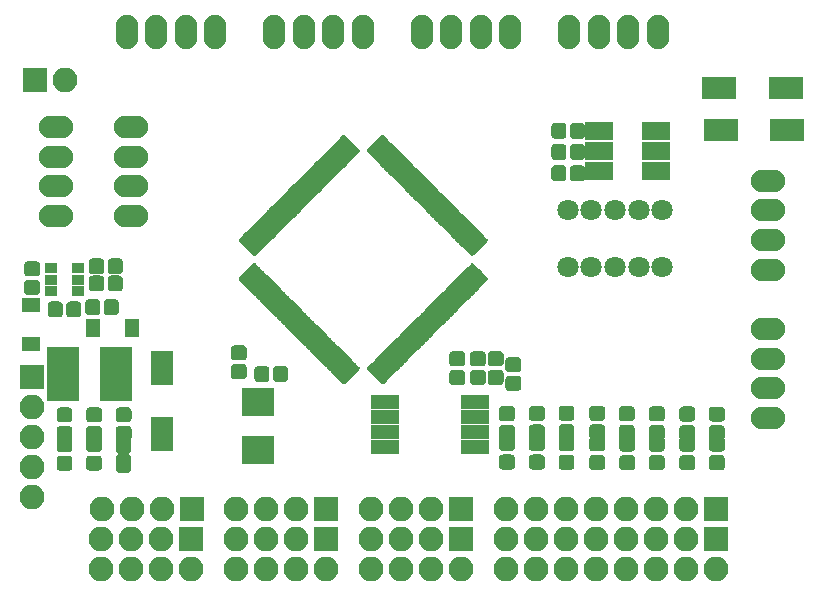
<source format=gbr>
G04 #@! TF.GenerationSoftware,KiCad,Pcbnew,(5.1.2)-1*
G04 #@! TF.CreationDate,2019-06-29T05:03:23+09:00*
G04 #@! TF.ProjectId,stm32f4_board_test,73746d33-3266-4345-9f62-6f6172645f74,rev?*
G04 #@! TF.SameCoordinates,Original*
G04 #@! TF.FileFunction,Soldermask,Top*
G04 #@! TF.FilePolarity,Negative*
%FSLAX46Y46*%
G04 Gerber Fmt 4.6, Leading zero omitted, Abs format (unit mm)*
G04 Created by KiCad (PCBNEW (5.1.2)-1) date 2019-06-29 05:03:23*
%MOMM*%
%LPD*%
G04 APERTURE LIST*
%ADD10O,2.900000X1.900000*%
%ADD11C,0.100000*%
%ADD12C,0.700000*%
%ADD13C,1.275000*%
%ADD14R,2.100000X2.100000*%
%ADD15O,2.100000X2.100000*%
%ADD16R,1.100000X0.910000*%
%ADD17R,2.400000X1.500000*%
%ADD18R,2.400000X1.160000*%
%ADD19R,3.000000X1.900000*%
%ADD20R,1.900000X3.000000*%
%ADD21O,1.900000X2.900000*%
%ADD22R,1.600000X1.300000*%
%ADD23R,1.300000X1.600000*%
%ADD24C,1.800000*%
%ADD25R,2.800000X4.600000*%
%ADD26C,1.250000*%
%ADD27R,2.800000X2.400000*%
G04 APERTURE END LIST*
D10*
X9890000Y-18850000D03*
X9890000Y-16350000D03*
X9890000Y-13850000D03*
X9890000Y-11350000D03*
D11*
G36*
X20357087Y-22853140D02*
G01*
X20374075Y-22855660D01*
X20390734Y-22859832D01*
X20406904Y-22865618D01*
X20422428Y-22872961D01*
X20437159Y-22881790D01*
X20450953Y-22892020D01*
X20463678Y-22903553D01*
X20711166Y-23151041D01*
X20722699Y-23163766D01*
X20732929Y-23177560D01*
X20741758Y-23192291D01*
X20749101Y-23207815D01*
X20754887Y-23223985D01*
X20759059Y-23240644D01*
X20761579Y-23257632D01*
X20762422Y-23274785D01*
X20761579Y-23291938D01*
X20759059Y-23308926D01*
X20754887Y-23325585D01*
X20749101Y-23341755D01*
X20741758Y-23357279D01*
X20732929Y-23372010D01*
X20722699Y-23385804D01*
X20711166Y-23398529D01*
X19544440Y-24565255D01*
X19531715Y-24576788D01*
X19517921Y-24587018D01*
X19503190Y-24595847D01*
X19487666Y-24603190D01*
X19471496Y-24608976D01*
X19454837Y-24613148D01*
X19437849Y-24615668D01*
X19420696Y-24616511D01*
X19403543Y-24615668D01*
X19386555Y-24613148D01*
X19369896Y-24608976D01*
X19353726Y-24603190D01*
X19338202Y-24595847D01*
X19323471Y-24587018D01*
X19309677Y-24576788D01*
X19296952Y-24565255D01*
X19049464Y-24317767D01*
X19037931Y-24305042D01*
X19027701Y-24291248D01*
X19018872Y-24276517D01*
X19011529Y-24260993D01*
X19005743Y-24244823D01*
X19001571Y-24228164D01*
X18999051Y-24211176D01*
X18998208Y-24194023D01*
X18999051Y-24176870D01*
X19001571Y-24159882D01*
X19005743Y-24143223D01*
X19011529Y-24127053D01*
X19018872Y-24111529D01*
X19027701Y-24096798D01*
X19037931Y-24083004D01*
X19049464Y-24070279D01*
X20216190Y-22903553D01*
X20228915Y-22892020D01*
X20242709Y-22881790D01*
X20257440Y-22872961D01*
X20272964Y-22865618D01*
X20289134Y-22859832D01*
X20305793Y-22855660D01*
X20322781Y-22853140D01*
X20339934Y-22852297D01*
X20357087Y-22853140D01*
X20357087Y-22853140D01*
G37*
D12*
X19880315Y-23734404D03*
D11*
G36*
X20710640Y-23206693D02*
G01*
X20727628Y-23209213D01*
X20744287Y-23213385D01*
X20760457Y-23219171D01*
X20775981Y-23226514D01*
X20790712Y-23235343D01*
X20804506Y-23245573D01*
X20817231Y-23257106D01*
X21064719Y-23504594D01*
X21076252Y-23517319D01*
X21086482Y-23531113D01*
X21095311Y-23545844D01*
X21102654Y-23561368D01*
X21108440Y-23577538D01*
X21112612Y-23594197D01*
X21115132Y-23611185D01*
X21115975Y-23628338D01*
X21115132Y-23645491D01*
X21112612Y-23662479D01*
X21108440Y-23679138D01*
X21102654Y-23695308D01*
X21095311Y-23710832D01*
X21086482Y-23725563D01*
X21076252Y-23739357D01*
X21064719Y-23752082D01*
X19897993Y-24918808D01*
X19885268Y-24930341D01*
X19871474Y-24940571D01*
X19856743Y-24949400D01*
X19841219Y-24956743D01*
X19825049Y-24962529D01*
X19808390Y-24966701D01*
X19791402Y-24969221D01*
X19774249Y-24970064D01*
X19757096Y-24969221D01*
X19740108Y-24966701D01*
X19723449Y-24962529D01*
X19707279Y-24956743D01*
X19691755Y-24949400D01*
X19677024Y-24940571D01*
X19663230Y-24930341D01*
X19650505Y-24918808D01*
X19403017Y-24671320D01*
X19391484Y-24658595D01*
X19381254Y-24644801D01*
X19372425Y-24630070D01*
X19365082Y-24614546D01*
X19359296Y-24598376D01*
X19355124Y-24581717D01*
X19352604Y-24564729D01*
X19351761Y-24547576D01*
X19352604Y-24530423D01*
X19355124Y-24513435D01*
X19359296Y-24496776D01*
X19365082Y-24480606D01*
X19372425Y-24465082D01*
X19381254Y-24450351D01*
X19391484Y-24436557D01*
X19403017Y-24423832D01*
X20569743Y-23257106D01*
X20582468Y-23245573D01*
X20596262Y-23235343D01*
X20610993Y-23226514D01*
X20626517Y-23219171D01*
X20642687Y-23213385D01*
X20659346Y-23209213D01*
X20676334Y-23206693D01*
X20693487Y-23205850D01*
X20710640Y-23206693D01*
X20710640Y-23206693D01*
G37*
D12*
X20233868Y-24087957D03*
D11*
G36*
X21064194Y-23560247D02*
G01*
X21081182Y-23562767D01*
X21097841Y-23566939D01*
X21114011Y-23572725D01*
X21129535Y-23580068D01*
X21144266Y-23588897D01*
X21158060Y-23599127D01*
X21170785Y-23610660D01*
X21418273Y-23858148D01*
X21429806Y-23870873D01*
X21440036Y-23884667D01*
X21448865Y-23899398D01*
X21456208Y-23914922D01*
X21461994Y-23931092D01*
X21466166Y-23947751D01*
X21468686Y-23964739D01*
X21469529Y-23981892D01*
X21468686Y-23999045D01*
X21466166Y-24016033D01*
X21461994Y-24032692D01*
X21456208Y-24048862D01*
X21448865Y-24064386D01*
X21440036Y-24079117D01*
X21429806Y-24092911D01*
X21418273Y-24105636D01*
X20251547Y-25272362D01*
X20238822Y-25283895D01*
X20225028Y-25294125D01*
X20210297Y-25302954D01*
X20194773Y-25310297D01*
X20178603Y-25316083D01*
X20161944Y-25320255D01*
X20144956Y-25322775D01*
X20127803Y-25323618D01*
X20110650Y-25322775D01*
X20093662Y-25320255D01*
X20077003Y-25316083D01*
X20060833Y-25310297D01*
X20045309Y-25302954D01*
X20030578Y-25294125D01*
X20016784Y-25283895D01*
X20004059Y-25272362D01*
X19756571Y-25024874D01*
X19745038Y-25012149D01*
X19734808Y-24998355D01*
X19725979Y-24983624D01*
X19718636Y-24968100D01*
X19712850Y-24951930D01*
X19708678Y-24935271D01*
X19706158Y-24918283D01*
X19705315Y-24901130D01*
X19706158Y-24883977D01*
X19708678Y-24866989D01*
X19712850Y-24850330D01*
X19718636Y-24834160D01*
X19725979Y-24818636D01*
X19734808Y-24803905D01*
X19745038Y-24790111D01*
X19756571Y-24777386D01*
X20923297Y-23610660D01*
X20936022Y-23599127D01*
X20949816Y-23588897D01*
X20964547Y-23580068D01*
X20980071Y-23572725D01*
X20996241Y-23566939D01*
X21012900Y-23562767D01*
X21029888Y-23560247D01*
X21047041Y-23559404D01*
X21064194Y-23560247D01*
X21064194Y-23560247D01*
G37*
D12*
X20587422Y-24441511D03*
D11*
G36*
X21417747Y-23913800D02*
G01*
X21434735Y-23916320D01*
X21451394Y-23920492D01*
X21467564Y-23926278D01*
X21483088Y-23933621D01*
X21497819Y-23942450D01*
X21511613Y-23952680D01*
X21524338Y-23964213D01*
X21771826Y-24211701D01*
X21783359Y-24224426D01*
X21793589Y-24238220D01*
X21802418Y-24252951D01*
X21809761Y-24268475D01*
X21815547Y-24284645D01*
X21819719Y-24301304D01*
X21822239Y-24318292D01*
X21823082Y-24335445D01*
X21822239Y-24352598D01*
X21819719Y-24369586D01*
X21815547Y-24386245D01*
X21809761Y-24402415D01*
X21802418Y-24417939D01*
X21793589Y-24432670D01*
X21783359Y-24446464D01*
X21771826Y-24459189D01*
X20605100Y-25625915D01*
X20592375Y-25637448D01*
X20578581Y-25647678D01*
X20563850Y-25656507D01*
X20548326Y-25663850D01*
X20532156Y-25669636D01*
X20515497Y-25673808D01*
X20498509Y-25676328D01*
X20481356Y-25677171D01*
X20464203Y-25676328D01*
X20447215Y-25673808D01*
X20430556Y-25669636D01*
X20414386Y-25663850D01*
X20398862Y-25656507D01*
X20384131Y-25647678D01*
X20370337Y-25637448D01*
X20357612Y-25625915D01*
X20110124Y-25378427D01*
X20098591Y-25365702D01*
X20088361Y-25351908D01*
X20079532Y-25337177D01*
X20072189Y-25321653D01*
X20066403Y-25305483D01*
X20062231Y-25288824D01*
X20059711Y-25271836D01*
X20058868Y-25254683D01*
X20059711Y-25237530D01*
X20062231Y-25220542D01*
X20066403Y-25203883D01*
X20072189Y-25187713D01*
X20079532Y-25172189D01*
X20088361Y-25157458D01*
X20098591Y-25143664D01*
X20110124Y-25130939D01*
X21276850Y-23964213D01*
X21289575Y-23952680D01*
X21303369Y-23942450D01*
X21318100Y-23933621D01*
X21333624Y-23926278D01*
X21349794Y-23920492D01*
X21366453Y-23916320D01*
X21383441Y-23913800D01*
X21400594Y-23912957D01*
X21417747Y-23913800D01*
X21417747Y-23913800D01*
G37*
D12*
X20940975Y-24795064D03*
D11*
G36*
X21771300Y-24267353D02*
G01*
X21788288Y-24269873D01*
X21804947Y-24274045D01*
X21821117Y-24279831D01*
X21836641Y-24287174D01*
X21851372Y-24296003D01*
X21865166Y-24306233D01*
X21877891Y-24317766D01*
X22125379Y-24565254D01*
X22136912Y-24577979D01*
X22147142Y-24591773D01*
X22155971Y-24606504D01*
X22163314Y-24622028D01*
X22169100Y-24638198D01*
X22173272Y-24654857D01*
X22175792Y-24671845D01*
X22176635Y-24688998D01*
X22175792Y-24706151D01*
X22173272Y-24723139D01*
X22169100Y-24739798D01*
X22163314Y-24755968D01*
X22155971Y-24771492D01*
X22147142Y-24786223D01*
X22136912Y-24800017D01*
X22125379Y-24812742D01*
X20958653Y-25979468D01*
X20945928Y-25991001D01*
X20932134Y-26001231D01*
X20917403Y-26010060D01*
X20901879Y-26017403D01*
X20885709Y-26023189D01*
X20869050Y-26027361D01*
X20852062Y-26029881D01*
X20834909Y-26030724D01*
X20817756Y-26029881D01*
X20800768Y-26027361D01*
X20784109Y-26023189D01*
X20767939Y-26017403D01*
X20752415Y-26010060D01*
X20737684Y-26001231D01*
X20723890Y-25991001D01*
X20711165Y-25979468D01*
X20463677Y-25731980D01*
X20452144Y-25719255D01*
X20441914Y-25705461D01*
X20433085Y-25690730D01*
X20425742Y-25675206D01*
X20419956Y-25659036D01*
X20415784Y-25642377D01*
X20413264Y-25625389D01*
X20412421Y-25608236D01*
X20413264Y-25591083D01*
X20415784Y-25574095D01*
X20419956Y-25557436D01*
X20425742Y-25541266D01*
X20433085Y-25525742D01*
X20441914Y-25511011D01*
X20452144Y-25497217D01*
X20463677Y-25484492D01*
X21630403Y-24317766D01*
X21643128Y-24306233D01*
X21656922Y-24296003D01*
X21671653Y-24287174D01*
X21687177Y-24279831D01*
X21703347Y-24274045D01*
X21720006Y-24269873D01*
X21736994Y-24267353D01*
X21754147Y-24266510D01*
X21771300Y-24267353D01*
X21771300Y-24267353D01*
G37*
D12*
X21294528Y-25148617D03*
D11*
G36*
X22124854Y-24620907D02*
G01*
X22141842Y-24623427D01*
X22158501Y-24627599D01*
X22174671Y-24633385D01*
X22190195Y-24640728D01*
X22204926Y-24649557D01*
X22218720Y-24659787D01*
X22231445Y-24671320D01*
X22478933Y-24918808D01*
X22490466Y-24931533D01*
X22500696Y-24945327D01*
X22509525Y-24960058D01*
X22516868Y-24975582D01*
X22522654Y-24991752D01*
X22526826Y-25008411D01*
X22529346Y-25025399D01*
X22530189Y-25042552D01*
X22529346Y-25059705D01*
X22526826Y-25076693D01*
X22522654Y-25093352D01*
X22516868Y-25109522D01*
X22509525Y-25125046D01*
X22500696Y-25139777D01*
X22490466Y-25153571D01*
X22478933Y-25166296D01*
X21312207Y-26333022D01*
X21299482Y-26344555D01*
X21285688Y-26354785D01*
X21270957Y-26363614D01*
X21255433Y-26370957D01*
X21239263Y-26376743D01*
X21222604Y-26380915D01*
X21205616Y-26383435D01*
X21188463Y-26384278D01*
X21171310Y-26383435D01*
X21154322Y-26380915D01*
X21137663Y-26376743D01*
X21121493Y-26370957D01*
X21105969Y-26363614D01*
X21091238Y-26354785D01*
X21077444Y-26344555D01*
X21064719Y-26333022D01*
X20817231Y-26085534D01*
X20805698Y-26072809D01*
X20795468Y-26059015D01*
X20786639Y-26044284D01*
X20779296Y-26028760D01*
X20773510Y-26012590D01*
X20769338Y-25995931D01*
X20766818Y-25978943D01*
X20765975Y-25961790D01*
X20766818Y-25944637D01*
X20769338Y-25927649D01*
X20773510Y-25910990D01*
X20779296Y-25894820D01*
X20786639Y-25879296D01*
X20795468Y-25864565D01*
X20805698Y-25850771D01*
X20817231Y-25838046D01*
X21983957Y-24671320D01*
X21996682Y-24659787D01*
X22010476Y-24649557D01*
X22025207Y-24640728D01*
X22040731Y-24633385D01*
X22056901Y-24627599D01*
X22073560Y-24623427D01*
X22090548Y-24620907D01*
X22107701Y-24620064D01*
X22124854Y-24620907D01*
X22124854Y-24620907D01*
G37*
D12*
X21648082Y-25502171D03*
D11*
G36*
X22478407Y-24974460D02*
G01*
X22495395Y-24976980D01*
X22512054Y-24981152D01*
X22528224Y-24986938D01*
X22543748Y-24994281D01*
X22558479Y-25003110D01*
X22572273Y-25013340D01*
X22584998Y-25024873D01*
X22832486Y-25272361D01*
X22844019Y-25285086D01*
X22854249Y-25298880D01*
X22863078Y-25313611D01*
X22870421Y-25329135D01*
X22876207Y-25345305D01*
X22880379Y-25361964D01*
X22882899Y-25378952D01*
X22883742Y-25396105D01*
X22882899Y-25413258D01*
X22880379Y-25430246D01*
X22876207Y-25446905D01*
X22870421Y-25463075D01*
X22863078Y-25478599D01*
X22854249Y-25493330D01*
X22844019Y-25507124D01*
X22832486Y-25519849D01*
X21665760Y-26686575D01*
X21653035Y-26698108D01*
X21639241Y-26708338D01*
X21624510Y-26717167D01*
X21608986Y-26724510D01*
X21592816Y-26730296D01*
X21576157Y-26734468D01*
X21559169Y-26736988D01*
X21542016Y-26737831D01*
X21524863Y-26736988D01*
X21507875Y-26734468D01*
X21491216Y-26730296D01*
X21475046Y-26724510D01*
X21459522Y-26717167D01*
X21444791Y-26708338D01*
X21430997Y-26698108D01*
X21418272Y-26686575D01*
X21170784Y-26439087D01*
X21159251Y-26426362D01*
X21149021Y-26412568D01*
X21140192Y-26397837D01*
X21132849Y-26382313D01*
X21127063Y-26366143D01*
X21122891Y-26349484D01*
X21120371Y-26332496D01*
X21119528Y-26315343D01*
X21120371Y-26298190D01*
X21122891Y-26281202D01*
X21127063Y-26264543D01*
X21132849Y-26248373D01*
X21140192Y-26232849D01*
X21149021Y-26218118D01*
X21159251Y-26204324D01*
X21170784Y-26191599D01*
X22337510Y-25024873D01*
X22350235Y-25013340D01*
X22364029Y-25003110D01*
X22378760Y-24994281D01*
X22394284Y-24986938D01*
X22410454Y-24981152D01*
X22427113Y-24976980D01*
X22444101Y-24974460D01*
X22461254Y-24973617D01*
X22478407Y-24974460D01*
X22478407Y-24974460D01*
G37*
D12*
X22001635Y-25855724D03*
D11*
G36*
X22831961Y-25328014D02*
G01*
X22848949Y-25330534D01*
X22865608Y-25334706D01*
X22881778Y-25340492D01*
X22897302Y-25347835D01*
X22912033Y-25356664D01*
X22925827Y-25366894D01*
X22938552Y-25378427D01*
X23186040Y-25625915D01*
X23197573Y-25638640D01*
X23207803Y-25652434D01*
X23216632Y-25667165D01*
X23223975Y-25682689D01*
X23229761Y-25698859D01*
X23233933Y-25715518D01*
X23236453Y-25732506D01*
X23237296Y-25749659D01*
X23236453Y-25766812D01*
X23233933Y-25783800D01*
X23229761Y-25800459D01*
X23223975Y-25816629D01*
X23216632Y-25832153D01*
X23207803Y-25846884D01*
X23197573Y-25860678D01*
X23186040Y-25873403D01*
X22019314Y-27040129D01*
X22006589Y-27051662D01*
X21992795Y-27061892D01*
X21978064Y-27070721D01*
X21962540Y-27078064D01*
X21946370Y-27083850D01*
X21929711Y-27088022D01*
X21912723Y-27090542D01*
X21895570Y-27091385D01*
X21878417Y-27090542D01*
X21861429Y-27088022D01*
X21844770Y-27083850D01*
X21828600Y-27078064D01*
X21813076Y-27070721D01*
X21798345Y-27061892D01*
X21784551Y-27051662D01*
X21771826Y-27040129D01*
X21524338Y-26792641D01*
X21512805Y-26779916D01*
X21502575Y-26766122D01*
X21493746Y-26751391D01*
X21486403Y-26735867D01*
X21480617Y-26719697D01*
X21476445Y-26703038D01*
X21473925Y-26686050D01*
X21473082Y-26668897D01*
X21473925Y-26651744D01*
X21476445Y-26634756D01*
X21480617Y-26618097D01*
X21486403Y-26601927D01*
X21493746Y-26586403D01*
X21502575Y-26571672D01*
X21512805Y-26557878D01*
X21524338Y-26545153D01*
X22691064Y-25378427D01*
X22703789Y-25366894D01*
X22717583Y-25356664D01*
X22732314Y-25347835D01*
X22747838Y-25340492D01*
X22764008Y-25334706D01*
X22780667Y-25330534D01*
X22797655Y-25328014D01*
X22814808Y-25327171D01*
X22831961Y-25328014D01*
X22831961Y-25328014D01*
G37*
D12*
X22355189Y-26209278D03*
D11*
G36*
X23185514Y-25681567D02*
G01*
X23202502Y-25684087D01*
X23219161Y-25688259D01*
X23235331Y-25694045D01*
X23250855Y-25701388D01*
X23265586Y-25710217D01*
X23279380Y-25720447D01*
X23292105Y-25731980D01*
X23539593Y-25979468D01*
X23551126Y-25992193D01*
X23561356Y-26005987D01*
X23570185Y-26020718D01*
X23577528Y-26036242D01*
X23583314Y-26052412D01*
X23587486Y-26069071D01*
X23590006Y-26086059D01*
X23590849Y-26103212D01*
X23590006Y-26120365D01*
X23587486Y-26137353D01*
X23583314Y-26154012D01*
X23577528Y-26170182D01*
X23570185Y-26185706D01*
X23561356Y-26200437D01*
X23551126Y-26214231D01*
X23539593Y-26226956D01*
X22372867Y-27393682D01*
X22360142Y-27405215D01*
X22346348Y-27415445D01*
X22331617Y-27424274D01*
X22316093Y-27431617D01*
X22299923Y-27437403D01*
X22283264Y-27441575D01*
X22266276Y-27444095D01*
X22249123Y-27444938D01*
X22231970Y-27444095D01*
X22214982Y-27441575D01*
X22198323Y-27437403D01*
X22182153Y-27431617D01*
X22166629Y-27424274D01*
X22151898Y-27415445D01*
X22138104Y-27405215D01*
X22125379Y-27393682D01*
X21877891Y-27146194D01*
X21866358Y-27133469D01*
X21856128Y-27119675D01*
X21847299Y-27104944D01*
X21839956Y-27089420D01*
X21834170Y-27073250D01*
X21829998Y-27056591D01*
X21827478Y-27039603D01*
X21826635Y-27022450D01*
X21827478Y-27005297D01*
X21829998Y-26988309D01*
X21834170Y-26971650D01*
X21839956Y-26955480D01*
X21847299Y-26939956D01*
X21856128Y-26925225D01*
X21866358Y-26911431D01*
X21877891Y-26898706D01*
X23044617Y-25731980D01*
X23057342Y-25720447D01*
X23071136Y-25710217D01*
X23085867Y-25701388D01*
X23101391Y-25694045D01*
X23117561Y-25688259D01*
X23134220Y-25684087D01*
X23151208Y-25681567D01*
X23168361Y-25680724D01*
X23185514Y-25681567D01*
X23185514Y-25681567D01*
G37*
D12*
X22708742Y-26562831D03*
D11*
G36*
X23539067Y-26035120D02*
G01*
X23556055Y-26037640D01*
X23572714Y-26041812D01*
X23588884Y-26047598D01*
X23604408Y-26054941D01*
X23619139Y-26063770D01*
X23632933Y-26074000D01*
X23645658Y-26085533D01*
X23893146Y-26333021D01*
X23904679Y-26345746D01*
X23914909Y-26359540D01*
X23923738Y-26374271D01*
X23931081Y-26389795D01*
X23936867Y-26405965D01*
X23941039Y-26422624D01*
X23943559Y-26439612D01*
X23944402Y-26456765D01*
X23943559Y-26473918D01*
X23941039Y-26490906D01*
X23936867Y-26507565D01*
X23931081Y-26523735D01*
X23923738Y-26539259D01*
X23914909Y-26553990D01*
X23904679Y-26567784D01*
X23893146Y-26580509D01*
X22726420Y-27747235D01*
X22713695Y-27758768D01*
X22699901Y-27768998D01*
X22685170Y-27777827D01*
X22669646Y-27785170D01*
X22653476Y-27790956D01*
X22636817Y-27795128D01*
X22619829Y-27797648D01*
X22602676Y-27798491D01*
X22585523Y-27797648D01*
X22568535Y-27795128D01*
X22551876Y-27790956D01*
X22535706Y-27785170D01*
X22520182Y-27777827D01*
X22505451Y-27768998D01*
X22491657Y-27758768D01*
X22478932Y-27747235D01*
X22231444Y-27499747D01*
X22219911Y-27487022D01*
X22209681Y-27473228D01*
X22200852Y-27458497D01*
X22193509Y-27442973D01*
X22187723Y-27426803D01*
X22183551Y-27410144D01*
X22181031Y-27393156D01*
X22180188Y-27376003D01*
X22181031Y-27358850D01*
X22183551Y-27341862D01*
X22187723Y-27325203D01*
X22193509Y-27309033D01*
X22200852Y-27293509D01*
X22209681Y-27278778D01*
X22219911Y-27264984D01*
X22231444Y-27252259D01*
X23398170Y-26085533D01*
X23410895Y-26074000D01*
X23424689Y-26063770D01*
X23439420Y-26054941D01*
X23454944Y-26047598D01*
X23471114Y-26041812D01*
X23487773Y-26037640D01*
X23504761Y-26035120D01*
X23521914Y-26034277D01*
X23539067Y-26035120D01*
X23539067Y-26035120D01*
G37*
D12*
X23062295Y-26916384D03*
D11*
G36*
X23892621Y-26388674D02*
G01*
X23909609Y-26391194D01*
X23926268Y-26395366D01*
X23942438Y-26401152D01*
X23957962Y-26408495D01*
X23972693Y-26417324D01*
X23986487Y-26427554D01*
X23999212Y-26439087D01*
X24246700Y-26686575D01*
X24258233Y-26699300D01*
X24268463Y-26713094D01*
X24277292Y-26727825D01*
X24284635Y-26743349D01*
X24290421Y-26759519D01*
X24294593Y-26776178D01*
X24297113Y-26793166D01*
X24297956Y-26810319D01*
X24297113Y-26827472D01*
X24294593Y-26844460D01*
X24290421Y-26861119D01*
X24284635Y-26877289D01*
X24277292Y-26892813D01*
X24268463Y-26907544D01*
X24258233Y-26921338D01*
X24246700Y-26934063D01*
X23079974Y-28100789D01*
X23067249Y-28112322D01*
X23053455Y-28122552D01*
X23038724Y-28131381D01*
X23023200Y-28138724D01*
X23007030Y-28144510D01*
X22990371Y-28148682D01*
X22973383Y-28151202D01*
X22956230Y-28152045D01*
X22939077Y-28151202D01*
X22922089Y-28148682D01*
X22905430Y-28144510D01*
X22889260Y-28138724D01*
X22873736Y-28131381D01*
X22859005Y-28122552D01*
X22845211Y-28112322D01*
X22832486Y-28100789D01*
X22584998Y-27853301D01*
X22573465Y-27840576D01*
X22563235Y-27826782D01*
X22554406Y-27812051D01*
X22547063Y-27796527D01*
X22541277Y-27780357D01*
X22537105Y-27763698D01*
X22534585Y-27746710D01*
X22533742Y-27729557D01*
X22534585Y-27712404D01*
X22537105Y-27695416D01*
X22541277Y-27678757D01*
X22547063Y-27662587D01*
X22554406Y-27647063D01*
X22563235Y-27632332D01*
X22573465Y-27618538D01*
X22584998Y-27605813D01*
X23751724Y-26439087D01*
X23764449Y-26427554D01*
X23778243Y-26417324D01*
X23792974Y-26408495D01*
X23808498Y-26401152D01*
X23824668Y-26395366D01*
X23841327Y-26391194D01*
X23858315Y-26388674D01*
X23875468Y-26387831D01*
X23892621Y-26388674D01*
X23892621Y-26388674D01*
G37*
D12*
X23415849Y-27269938D03*
D11*
G36*
X24246174Y-26742227D02*
G01*
X24263162Y-26744747D01*
X24279821Y-26748919D01*
X24295991Y-26754705D01*
X24311515Y-26762048D01*
X24326246Y-26770877D01*
X24340040Y-26781107D01*
X24352765Y-26792640D01*
X24600253Y-27040128D01*
X24611786Y-27052853D01*
X24622016Y-27066647D01*
X24630845Y-27081378D01*
X24638188Y-27096902D01*
X24643974Y-27113072D01*
X24648146Y-27129731D01*
X24650666Y-27146719D01*
X24651509Y-27163872D01*
X24650666Y-27181025D01*
X24648146Y-27198013D01*
X24643974Y-27214672D01*
X24638188Y-27230842D01*
X24630845Y-27246366D01*
X24622016Y-27261097D01*
X24611786Y-27274891D01*
X24600253Y-27287616D01*
X23433527Y-28454342D01*
X23420802Y-28465875D01*
X23407008Y-28476105D01*
X23392277Y-28484934D01*
X23376753Y-28492277D01*
X23360583Y-28498063D01*
X23343924Y-28502235D01*
X23326936Y-28504755D01*
X23309783Y-28505598D01*
X23292630Y-28504755D01*
X23275642Y-28502235D01*
X23258983Y-28498063D01*
X23242813Y-28492277D01*
X23227289Y-28484934D01*
X23212558Y-28476105D01*
X23198764Y-28465875D01*
X23186039Y-28454342D01*
X22938551Y-28206854D01*
X22927018Y-28194129D01*
X22916788Y-28180335D01*
X22907959Y-28165604D01*
X22900616Y-28150080D01*
X22894830Y-28133910D01*
X22890658Y-28117251D01*
X22888138Y-28100263D01*
X22887295Y-28083110D01*
X22888138Y-28065957D01*
X22890658Y-28048969D01*
X22894830Y-28032310D01*
X22900616Y-28016140D01*
X22907959Y-28000616D01*
X22916788Y-27985885D01*
X22927018Y-27972091D01*
X22938551Y-27959366D01*
X24105277Y-26792640D01*
X24118002Y-26781107D01*
X24131796Y-26770877D01*
X24146527Y-26762048D01*
X24162051Y-26754705D01*
X24178221Y-26748919D01*
X24194880Y-26744747D01*
X24211868Y-26742227D01*
X24229021Y-26741384D01*
X24246174Y-26742227D01*
X24246174Y-26742227D01*
G37*
D12*
X23769402Y-27623491D03*
D11*
G36*
X24599727Y-27095781D02*
G01*
X24616715Y-27098301D01*
X24633374Y-27102473D01*
X24649544Y-27108259D01*
X24665068Y-27115602D01*
X24679799Y-27124431D01*
X24693593Y-27134661D01*
X24706318Y-27146194D01*
X24953806Y-27393682D01*
X24965339Y-27406407D01*
X24975569Y-27420201D01*
X24984398Y-27434932D01*
X24991741Y-27450456D01*
X24997527Y-27466626D01*
X25001699Y-27483285D01*
X25004219Y-27500273D01*
X25005062Y-27517426D01*
X25004219Y-27534579D01*
X25001699Y-27551567D01*
X24997527Y-27568226D01*
X24991741Y-27584396D01*
X24984398Y-27599920D01*
X24975569Y-27614651D01*
X24965339Y-27628445D01*
X24953806Y-27641170D01*
X23787080Y-28807896D01*
X23774355Y-28819429D01*
X23760561Y-28829659D01*
X23745830Y-28838488D01*
X23730306Y-28845831D01*
X23714136Y-28851617D01*
X23697477Y-28855789D01*
X23680489Y-28858309D01*
X23663336Y-28859152D01*
X23646183Y-28858309D01*
X23629195Y-28855789D01*
X23612536Y-28851617D01*
X23596366Y-28845831D01*
X23580842Y-28838488D01*
X23566111Y-28829659D01*
X23552317Y-28819429D01*
X23539592Y-28807896D01*
X23292104Y-28560408D01*
X23280571Y-28547683D01*
X23270341Y-28533889D01*
X23261512Y-28519158D01*
X23254169Y-28503634D01*
X23248383Y-28487464D01*
X23244211Y-28470805D01*
X23241691Y-28453817D01*
X23240848Y-28436664D01*
X23241691Y-28419511D01*
X23244211Y-28402523D01*
X23248383Y-28385864D01*
X23254169Y-28369694D01*
X23261512Y-28354170D01*
X23270341Y-28339439D01*
X23280571Y-28325645D01*
X23292104Y-28312920D01*
X24458830Y-27146194D01*
X24471555Y-27134661D01*
X24485349Y-27124431D01*
X24500080Y-27115602D01*
X24515604Y-27108259D01*
X24531774Y-27102473D01*
X24548433Y-27098301D01*
X24565421Y-27095781D01*
X24582574Y-27094938D01*
X24599727Y-27095781D01*
X24599727Y-27095781D01*
G37*
D12*
X24122955Y-27977045D03*
D11*
G36*
X24953281Y-27449334D02*
G01*
X24970269Y-27451854D01*
X24986928Y-27456026D01*
X25003098Y-27461812D01*
X25018622Y-27469155D01*
X25033353Y-27477984D01*
X25047147Y-27488214D01*
X25059872Y-27499747D01*
X25307360Y-27747235D01*
X25318893Y-27759960D01*
X25329123Y-27773754D01*
X25337952Y-27788485D01*
X25345295Y-27804009D01*
X25351081Y-27820179D01*
X25355253Y-27836838D01*
X25357773Y-27853826D01*
X25358616Y-27870979D01*
X25357773Y-27888132D01*
X25355253Y-27905120D01*
X25351081Y-27921779D01*
X25345295Y-27937949D01*
X25337952Y-27953473D01*
X25329123Y-27968204D01*
X25318893Y-27981998D01*
X25307360Y-27994723D01*
X24140634Y-29161449D01*
X24127909Y-29172982D01*
X24114115Y-29183212D01*
X24099384Y-29192041D01*
X24083860Y-29199384D01*
X24067690Y-29205170D01*
X24051031Y-29209342D01*
X24034043Y-29211862D01*
X24016890Y-29212705D01*
X23999737Y-29211862D01*
X23982749Y-29209342D01*
X23966090Y-29205170D01*
X23949920Y-29199384D01*
X23934396Y-29192041D01*
X23919665Y-29183212D01*
X23905871Y-29172982D01*
X23893146Y-29161449D01*
X23645658Y-28913961D01*
X23634125Y-28901236D01*
X23623895Y-28887442D01*
X23615066Y-28872711D01*
X23607723Y-28857187D01*
X23601937Y-28841017D01*
X23597765Y-28824358D01*
X23595245Y-28807370D01*
X23594402Y-28790217D01*
X23595245Y-28773064D01*
X23597765Y-28756076D01*
X23601937Y-28739417D01*
X23607723Y-28723247D01*
X23615066Y-28707723D01*
X23623895Y-28692992D01*
X23634125Y-28679198D01*
X23645658Y-28666473D01*
X24812384Y-27499747D01*
X24825109Y-27488214D01*
X24838903Y-27477984D01*
X24853634Y-27469155D01*
X24869158Y-27461812D01*
X24885328Y-27456026D01*
X24901987Y-27451854D01*
X24918975Y-27449334D01*
X24936128Y-27448491D01*
X24953281Y-27449334D01*
X24953281Y-27449334D01*
G37*
D12*
X24476509Y-28330598D03*
D11*
G36*
X25306834Y-27802887D02*
G01*
X25323822Y-27805407D01*
X25340481Y-27809579D01*
X25356651Y-27815365D01*
X25372175Y-27822708D01*
X25386906Y-27831537D01*
X25400700Y-27841767D01*
X25413425Y-27853300D01*
X25660913Y-28100788D01*
X25672446Y-28113513D01*
X25682676Y-28127307D01*
X25691505Y-28142038D01*
X25698848Y-28157562D01*
X25704634Y-28173732D01*
X25708806Y-28190391D01*
X25711326Y-28207379D01*
X25712169Y-28224532D01*
X25711326Y-28241685D01*
X25708806Y-28258673D01*
X25704634Y-28275332D01*
X25698848Y-28291502D01*
X25691505Y-28307026D01*
X25682676Y-28321757D01*
X25672446Y-28335551D01*
X25660913Y-28348276D01*
X24494187Y-29515002D01*
X24481462Y-29526535D01*
X24467668Y-29536765D01*
X24452937Y-29545594D01*
X24437413Y-29552937D01*
X24421243Y-29558723D01*
X24404584Y-29562895D01*
X24387596Y-29565415D01*
X24370443Y-29566258D01*
X24353290Y-29565415D01*
X24336302Y-29562895D01*
X24319643Y-29558723D01*
X24303473Y-29552937D01*
X24287949Y-29545594D01*
X24273218Y-29536765D01*
X24259424Y-29526535D01*
X24246699Y-29515002D01*
X23999211Y-29267514D01*
X23987678Y-29254789D01*
X23977448Y-29240995D01*
X23968619Y-29226264D01*
X23961276Y-29210740D01*
X23955490Y-29194570D01*
X23951318Y-29177911D01*
X23948798Y-29160923D01*
X23947955Y-29143770D01*
X23948798Y-29126617D01*
X23951318Y-29109629D01*
X23955490Y-29092970D01*
X23961276Y-29076800D01*
X23968619Y-29061276D01*
X23977448Y-29046545D01*
X23987678Y-29032751D01*
X23999211Y-29020026D01*
X25165937Y-27853300D01*
X25178662Y-27841767D01*
X25192456Y-27831537D01*
X25207187Y-27822708D01*
X25222711Y-27815365D01*
X25238881Y-27809579D01*
X25255540Y-27805407D01*
X25272528Y-27802887D01*
X25289681Y-27802044D01*
X25306834Y-27802887D01*
X25306834Y-27802887D01*
G37*
D12*
X24830062Y-28684151D03*
D11*
G36*
X25660388Y-28156441D02*
G01*
X25677376Y-28158961D01*
X25694035Y-28163133D01*
X25710205Y-28168919D01*
X25725729Y-28176262D01*
X25740460Y-28185091D01*
X25754254Y-28195321D01*
X25766979Y-28206854D01*
X26014467Y-28454342D01*
X26026000Y-28467067D01*
X26036230Y-28480861D01*
X26045059Y-28495592D01*
X26052402Y-28511116D01*
X26058188Y-28527286D01*
X26062360Y-28543945D01*
X26064880Y-28560933D01*
X26065723Y-28578086D01*
X26064880Y-28595239D01*
X26062360Y-28612227D01*
X26058188Y-28628886D01*
X26052402Y-28645056D01*
X26045059Y-28660580D01*
X26036230Y-28675311D01*
X26026000Y-28689105D01*
X26014467Y-28701830D01*
X24847741Y-29868556D01*
X24835016Y-29880089D01*
X24821222Y-29890319D01*
X24806491Y-29899148D01*
X24790967Y-29906491D01*
X24774797Y-29912277D01*
X24758138Y-29916449D01*
X24741150Y-29918969D01*
X24723997Y-29919812D01*
X24706844Y-29918969D01*
X24689856Y-29916449D01*
X24673197Y-29912277D01*
X24657027Y-29906491D01*
X24641503Y-29899148D01*
X24626772Y-29890319D01*
X24612978Y-29880089D01*
X24600253Y-29868556D01*
X24352765Y-29621068D01*
X24341232Y-29608343D01*
X24331002Y-29594549D01*
X24322173Y-29579818D01*
X24314830Y-29564294D01*
X24309044Y-29548124D01*
X24304872Y-29531465D01*
X24302352Y-29514477D01*
X24301509Y-29497324D01*
X24302352Y-29480171D01*
X24304872Y-29463183D01*
X24309044Y-29446524D01*
X24314830Y-29430354D01*
X24322173Y-29414830D01*
X24331002Y-29400099D01*
X24341232Y-29386305D01*
X24352765Y-29373580D01*
X25519491Y-28206854D01*
X25532216Y-28195321D01*
X25546010Y-28185091D01*
X25560741Y-28176262D01*
X25576265Y-28168919D01*
X25592435Y-28163133D01*
X25609094Y-28158961D01*
X25626082Y-28156441D01*
X25643235Y-28155598D01*
X25660388Y-28156441D01*
X25660388Y-28156441D01*
G37*
D12*
X25183616Y-29037705D03*
D11*
G36*
X26013941Y-28509994D02*
G01*
X26030929Y-28512514D01*
X26047588Y-28516686D01*
X26063758Y-28522472D01*
X26079282Y-28529815D01*
X26094013Y-28538644D01*
X26107807Y-28548874D01*
X26120532Y-28560407D01*
X26368020Y-28807895D01*
X26379553Y-28820620D01*
X26389783Y-28834414D01*
X26398612Y-28849145D01*
X26405955Y-28864669D01*
X26411741Y-28880839D01*
X26415913Y-28897498D01*
X26418433Y-28914486D01*
X26419276Y-28931639D01*
X26418433Y-28948792D01*
X26415913Y-28965780D01*
X26411741Y-28982439D01*
X26405955Y-28998609D01*
X26398612Y-29014133D01*
X26389783Y-29028864D01*
X26379553Y-29042658D01*
X26368020Y-29055383D01*
X25201294Y-30222109D01*
X25188569Y-30233642D01*
X25174775Y-30243872D01*
X25160044Y-30252701D01*
X25144520Y-30260044D01*
X25128350Y-30265830D01*
X25111691Y-30270002D01*
X25094703Y-30272522D01*
X25077550Y-30273365D01*
X25060397Y-30272522D01*
X25043409Y-30270002D01*
X25026750Y-30265830D01*
X25010580Y-30260044D01*
X24995056Y-30252701D01*
X24980325Y-30243872D01*
X24966531Y-30233642D01*
X24953806Y-30222109D01*
X24706318Y-29974621D01*
X24694785Y-29961896D01*
X24684555Y-29948102D01*
X24675726Y-29933371D01*
X24668383Y-29917847D01*
X24662597Y-29901677D01*
X24658425Y-29885018D01*
X24655905Y-29868030D01*
X24655062Y-29850877D01*
X24655905Y-29833724D01*
X24658425Y-29816736D01*
X24662597Y-29800077D01*
X24668383Y-29783907D01*
X24675726Y-29768383D01*
X24684555Y-29753652D01*
X24694785Y-29739858D01*
X24706318Y-29727133D01*
X25873044Y-28560407D01*
X25885769Y-28548874D01*
X25899563Y-28538644D01*
X25914294Y-28529815D01*
X25929818Y-28522472D01*
X25945988Y-28516686D01*
X25962647Y-28512514D01*
X25979635Y-28509994D01*
X25996788Y-28509151D01*
X26013941Y-28509994D01*
X26013941Y-28509994D01*
G37*
D12*
X25537169Y-29391258D03*
D11*
G36*
X26367494Y-28863547D02*
G01*
X26384482Y-28866067D01*
X26401141Y-28870239D01*
X26417311Y-28876025D01*
X26432835Y-28883368D01*
X26447566Y-28892197D01*
X26461360Y-28902427D01*
X26474085Y-28913960D01*
X26721573Y-29161448D01*
X26733106Y-29174173D01*
X26743336Y-29187967D01*
X26752165Y-29202698D01*
X26759508Y-29218222D01*
X26765294Y-29234392D01*
X26769466Y-29251051D01*
X26771986Y-29268039D01*
X26772829Y-29285192D01*
X26771986Y-29302345D01*
X26769466Y-29319333D01*
X26765294Y-29335992D01*
X26759508Y-29352162D01*
X26752165Y-29367686D01*
X26743336Y-29382417D01*
X26733106Y-29396211D01*
X26721573Y-29408936D01*
X25554847Y-30575662D01*
X25542122Y-30587195D01*
X25528328Y-30597425D01*
X25513597Y-30606254D01*
X25498073Y-30613597D01*
X25481903Y-30619383D01*
X25465244Y-30623555D01*
X25448256Y-30626075D01*
X25431103Y-30626918D01*
X25413950Y-30626075D01*
X25396962Y-30623555D01*
X25380303Y-30619383D01*
X25364133Y-30613597D01*
X25348609Y-30606254D01*
X25333878Y-30597425D01*
X25320084Y-30587195D01*
X25307359Y-30575662D01*
X25059871Y-30328174D01*
X25048338Y-30315449D01*
X25038108Y-30301655D01*
X25029279Y-30286924D01*
X25021936Y-30271400D01*
X25016150Y-30255230D01*
X25011978Y-30238571D01*
X25009458Y-30221583D01*
X25008615Y-30204430D01*
X25009458Y-30187277D01*
X25011978Y-30170289D01*
X25016150Y-30153630D01*
X25021936Y-30137460D01*
X25029279Y-30121936D01*
X25038108Y-30107205D01*
X25048338Y-30093411D01*
X25059871Y-30080686D01*
X26226597Y-28913960D01*
X26239322Y-28902427D01*
X26253116Y-28892197D01*
X26267847Y-28883368D01*
X26283371Y-28876025D01*
X26299541Y-28870239D01*
X26316200Y-28866067D01*
X26333188Y-28863547D01*
X26350341Y-28862704D01*
X26367494Y-28863547D01*
X26367494Y-28863547D01*
G37*
D12*
X25890722Y-29744811D03*
D11*
G36*
X26721048Y-29217101D02*
G01*
X26738036Y-29219621D01*
X26754695Y-29223793D01*
X26770865Y-29229579D01*
X26786389Y-29236922D01*
X26801120Y-29245751D01*
X26814914Y-29255981D01*
X26827639Y-29267514D01*
X27075127Y-29515002D01*
X27086660Y-29527727D01*
X27096890Y-29541521D01*
X27105719Y-29556252D01*
X27113062Y-29571776D01*
X27118848Y-29587946D01*
X27123020Y-29604605D01*
X27125540Y-29621593D01*
X27126383Y-29638746D01*
X27125540Y-29655899D01*
X27123020Y-29672887D01*
X27118848Y-29689546D01*
X27113062Y-29705716D01*
X27105719Y-29721240D01*
X27096890Y-29735971D01*
X27086660Y-29749765D01*
X27075127Y-29762490D01*
X25908401Y-30929216D01*
X25895676Y-30940749D01*
X25881882Y-30950979D01*
X25867151Y-30959808D01*
X25851627Y-30967151D01*
X25835457Y-30972937D01*
X25818798Y-30977109D01*
X25801810Y-30979629D01*
X25784657Y-30980472D01*
X25767504Y-30979629D01*
X25750516Y-30977109D01*
X25733857Y-30972937D01*
X25717687Y-30967151D01*
X25702163Y-30959808D01*
X25687432Y-30950979D01*
X25673638Y-30940749D01*
X25660913Y-30929216D01*
X25413425Y-30681728D01*
X25401892Y-30669003D01*
X25391662Y-30655209D01*
X25382833Y-30640478D01*
X25375490Y-30624954D01*
X25369704Y-30608784D01*
X25365532Y-30592125D01*
X25363012Y-30575137D01*
X25362169Y-30557984D01*
X25363012Y-30540831D01*
X25365532Y-30523843D01*
X25369704Y-30507184D01*
X25375490Y-30491014D01*
X25382833Y-30475490D01*
X25391662Y-30460759D01*
X25401892Y-30446965D01*
X25413425Y-30434240D01*
X26580151Y-29267514D01*
X26592876Y-29255981D01*
X26606670Y-29245751D01*
X26621401Y-29236922D01*
X26636925Y-29229579D01*
X26653095Y-29223793D01*
X26669754Y-29219621D01*
X26686742Y-29217101D01*
X26703895Y-29216258D01*
X26721048Y-29217101D01*
X26721048Y-29217101D01*
G37*
D12*
X26244276Y-30098365D03*
D11*
G36*
X27074601Y-29570654D02*
G01*
X27091589Y-29573174D01*
X27108248Y-29577346D01*
X27124418Y-29583132D01*
X27139942Y-29590475D01*
X27154673Y-29599304D01*
X27168467Y-29609534D01*
X27181192Y-29621067D01*
X27428680Y-29868555D01*
X27440213Y-29881280D01*
X27450443Y-29895074D01*
X27459272Y-29909805D01*
X27466615Y-29925329D01*
X27472401Y-29941499D01*
X27476573Y-29958158D01*
X27479093Y-29975146D01*
X27479936Y-29992299D01*
X27479093Y-30009452D01*
X27476573Y-30026440D01*
X27472401Y-30043099D01*
X27466615Y-30059269D01*
X27459272Y-30074793D01*
X27450443Y-30089524D01*
X27440213Y-30103318D01*
X27428680Y-30116043D01*
X26261954Y-31282769D01*
X26249229Y-31294302D01*
X26235435Y-31304532D01*
X26220704Y-31313361D01*
X26205180Y-31320704D01*
X26189010Y-31326490D01*
X26172351Y-31330662D01*
X26155363Y-31333182D01*
X26138210Y-31334025D01*
X26121057Y-31333182D01*
X26104069Y-31330662D01*
X26087410Y-31326490D01*
X26071240Y-31320704D01*
X26055716Y-31313361D01*
X26040985Y-31304532D01*
X26027191Y-31294302D01*
X26014466Y-31282769D01*
X25766978Y-31035281D01*
X25755445Y-31022556D01*
X25745215Y-31008762D01*
X25736386Y-30994031D01*
X25729043Y-30978507D01*
X25723257Y-30962337D01*
X25719085Y-30945678D01*
X25716565Y-30928690D01*
X25715722Y-30911537D01*
X25716565Y-30894384D01*
X25719085Y-30877396D01*
X25723257Y-30860737D01*
X25729043Y-30844567D01*
X25736386Y-30829043D01*
X25745215Y-30814312D01*
X25755445Y-30800518D01*
X25766978Y-30787793D01*
X26933704Y-29621067D01*
X26946429Y-29609534D01*
X26960223Y-29599304D01*
X26974954Y-29590475D01*
X26990478Y-29583132D01*
X27006648Y-29577346D01*
X27023307Y-29573174D01*
X27040295Y-29570654D01*
X27057448Y-29569811D01*
X27074601Y-29570654D01*
X27074601Y-29570654D01*
G37*
D12*
X26597829Y-30451918D03*
D11*
G36*
X27428155Y-29924208D02*
G01*
X27445143Y-29926728D01*
X27461802Y-29930900D01*
X27477972Y-29936686D01*
X27493496Y-29944029D01*
X27508227Y-29952858D01*
X27522021Y-29963088D01*
X27534746Y-29974621D01*
X27782234Y-30222109D01*
X27793767Y-30234834D01*
X27803997Y-30248628D01*
X27812826Y-30263359D01*
X27820169Y-30278883D01*
X27825955Y-30295053D01*
X27830127Y-30311712D01*
X27832647Y-30328700D01*
X27833490Y-30345853D01*
X27832647Y-30363006D01*
X27830127Y-30379994D01*
X27825955Y-30396653D01*
X27820169Y-30412823D01*
X27812826Y-30428347D01*
X27803997Y-30443078D01*
X27793767Y-30456872D01*
X27782234Y-30469597D01*
X26615508Y-31636323D01*
X26602783Y-31647856D01*
X26588989Y-31658086D01*
X26574258Y-31666915D01*
X26558734Y-31674258D01*
X26542564Y-31680044D01*
X26525905Y-31684216D01*
X26508917Y-31686736D01*
X26491764Y-31687579D01*
X26474611Y-31686736D01*
X26457623Y-31684216D01*
X26440964Y-31680044D01*
X26424794Y-31674258D01*
X26409270Y-31666915D01*
X26394539Y-31658086D01*
X26380745Y-31647856D01*
X26368020Y-31636323D01*
X26120532Y-31388835D01*
X26108999Y-31376110D01*
X26098769Y-31362316D01*
X26089940Y-31347585D01*
X26082597Y-31332061D01*
X26076811Y-31315891D01*
X26072639Y-31299232D01*
X26070119Y-31282244D01*
X26069276Y-31265091D01*
X26070119Y-31247938D01*
X26072639Y-31230950D01*
X26076811Y-31214291D01*
X26082597Y-31198121D01*
X26089940Y-31182597D01*
X26098769Y-31167866D01*
X26108999Y-31154072D01*
X26120532Y-31141347D01*
X27287258Y-29974621D01*
X27299983Y-29963088D01*
X27313777Y-29952858D01*
X27328508Y-29944029D01*
X27344032Y-29936686D01*
X27360202Y-29930900D01*
X27376861Y-29926728D01*
X27393849Y-29924208D01*
X27411002Y-29923365D01*
X27428155Y-29924208D01*
X27428155Y-29924208D01*
G37*
D12*
X26951383Y-30805472D03*
D11*
G36*
X27781708Y-30277761D02*
G01*
X27798696Y-30280281D01*
X27815355Y-30284453D01*
X27831525Y-30290239D01*
X27847049Y-30297582D01*
X27861780Y-30306411D01*
X27875574Y-30316641D01*
X27888299Y-30328174D01*
X28135787Y-30575662D01*
X28147320Y-30588387D01*
X28157550Y-30602181D01*
X28166379Y-30616912D01*
X28173722Y-30632436D01*
X28179508Y-30648606D01*
X28183680Y-30665265D01*
X28186200Y-30682253D01*
X28187043Y-30699406D01*
X28186200Y-30716559D01*
X28183680Y-30733547D01*
X28179508Y-30750206D01*
X28173722Y-30766376D01*
X28166379Y-30781900D01*
X28157550Y-30796631D01*
X28147320Y-30810425D01*
X28135787Y-30823150D01*
X26969061Y-31989876D01*
X26956336Y-32001409D01*
X26942542Y-32011639D01*
X26927811Y-32020468D01*
X26912287Y-32027811D01*
X26896117Y-32033597D01*
X26879458Y-32037769D01*
X26862470Y-32040289D01*
X26845317Y-32041132D01*
X26828164Y-32040289D01*
X26811176Y-32037769D01*
X26794517Y-32033597D01*
X26778347Y-32027811D01*
X26762823Y-32020468D01*
X26748092Y-32011639D01*
X26734298Y-32001409D01*
X26721573Y-31989876D01*
X26474085Y-31742388D01*
X26462552Y-31729663D01*
X26452322Y-31715869D01*
X26443493Y-31701138D01*
X26436150Y-31685614D01*
X26430364Y-31669444D01*
X26426192Y-31652785D01*
X26423672Y-31635797D01*
X26422829Y-31618644D01*
X26423672Y-31601491D01*
X26426192Y-31584503D01*
X26430364Y-31567844D01*
X26436150Y-31551674D01*
X26443493Y-31536150D01*
X26452322Y-31521419D01*
X26462552Y-31507625D01*
X26474085Y-31494900D01*
X27640811Y-30328174D01*
X27653536Y-30316641D01*
X27667330Y-30306411D01*
X27682061Y-30297582D01*
X27697585Y-30290239D01*
X27713755Y-30284453D01*
X27730414Y-30280281D01*
X27747402Y-30277761D01*
X27764555Y-30276918D01*
X27781708Y-30277761D01*
X27781708Y-30277761D01*
G37*
D12*
X27304936Y-31159025D03*
D11*
G36*
X28135261Y-30631314D02*
G01*
X28152249Y-30633834D01*
X28168908Y-30638006D01*
X28185078Y-30643792D01*
X28200602Y-30651135D01*
X28215333Y-30659964D01*
X28229127Y-30670194D01*
X28241852Y-30681727D01*
X28489340Y-30929215D01*
X28500873Y-30941940D01*
X28511103Y-30955734D01*
X28519932Y-30970465D01*
X28527275Y-30985989D01*
X28533061Y-31002159D01*
X28537233Y-31018818D01*
X28539753Y-31035806D01*
X28540596Y-31052959D01*
X28539753Y-31070112D01*
X28537233Y-31087100D01*
X28533061Y-31103759D01*
X28527275Y-31119929D01*
X28519932Y-31135453D01*
X28511103Y-31150184D01*
X28500873Y-31163978D01*
X28489340Y-31176703D01*
X27322614Y-32343429D01*
X27309889Y-32354962D01*
X27296095Y-32365192D01*
X27281364Y-32374021D01*
X27265840Y-32381364D01*
X27249670Y-32387150D01*
X27233011Y-32391322D01*
X27216023Y-32393842D01*
X27198870Y-32394685D01*
X27181717Y-32393842D01*
X27164729Y-32391322D01*
X27148070Y-32387150D01*
X27131900Y-32381364D01*
X27116376Y-32374021D01*
X27101645Y-32365192D01*
X27087851Y-32354962D01*
X27075126Y-32343429D01*
X26827638Y-32095941D01*
X26816105Y-32083216D01*
X26805875Y-32069422D01*
X26797046Y-32054691D01*
X26789703Y-32039167D01*
X26783917Y-32022997D01*
X26779745Y-32006338D01*
X26777225Y-31989350D01*
X26776382Y-31972197D01*
X26777225Y-31955044D01*
X26779745Y-31938056D01*
X26783917Y-31921397D01*
X26789703Y-31905227D01*
X26797046Y-31889703D01*
X26805875Y-31874972D01*
X26816105Y-31861178D01*
X26827638Y-31848453D01*
X27994364Y-30681727D01*
X28007089Y-30670194D01*
X28020883Y-30659964D01*
X28035614Y-30651135D01*
X28051138Y-30643792D01*
X28067308Y-30638006D01*
X28083967Y-30633834D01*
X28100955Y-30631314D01*
X28118108Y-30630471D01*
X28135261Y-30631314D01*
X28135261Y-30631314D01*
G37*
D12*
X27658489Y-31512578D03*
D11*
G36*
X28488815Y-30984868D02*
G01*
X28505803Y-30987388D01*
X28522462Y-30991560D01*
X28538632Y-30997346D01*
X28554156Y-31004689D01*
X28568887Y-31013518D01*
X28582681Y-31023748D01*
X28595406Y-31035281D01*
X28842894Y-31282769D01*
X28854427Y-31295494D01*
X28864657Y-31309288D01*
X28873486Y-31324019D01*
X28880829Y-31339543D01*
X28886615Y-31355713D01*
X28890787Y-31372372D01*
X28893307Y-31389360D01*
X28894150Y-31406513D01*
X28893307Y-31423666D01*
X28890787Y-31440654D01*
X28886615Y-31457313D01*
X28880829Y-31473483D01*
X28873486Y-31489007D01*
X28864657Y-31503738D01*
X28854427Y-31517532D01*
X28842894Y-31530257D01*
X27676168Y-32696983D01*
X27663443Y-32708516D01*
X27649649Y-32718746D01*
X27634918Y-32727575D01*
X27619394Y-32734918D01*
X27603224Y-32740704D01*
X27586565Y-32744876D01*
X27569577Y-32747396D01*
X27552424Y-32748239D01*
X27535271Y-32747396D01*
X27518283Y-32744876D01*
X27501624Y-32740704D01*
X27485454Y-32734918D01*
X27469930Y-32727575D01*
X27455199Y-32718746D01*
X27441405Y-32708516D01*
X27428680Y-32696983D01*
X27181192Y-32449495D01*
X27169659Y-32436770D01*
X27159429Y-32422976D01*
X27150600Y-32408245D01*
X27143257Y-32392721D01*
X27137471Y-32376551D01*
X27133299Y-32359892D01*
X27130779Y-32342904D01*
X27129936Y-32325751D01*
X27130779Y-32308598D01*
X27133299Y-32291610D01*
X27137471Y-32274951D01*
X27143257Y-32258781D01*
X27150600Y-32243257D01*
X27159429Y-32228526D01*
X27169659Y-32214732D01*
X27181192Y-32202007D01*
X28347918Y-31035281D01*
X28360643Y-31023748D01*
X28374437Y-31013518D01*
X28389168Y-31004689D01*
X28404692Y-30997346D01*
X28420862Y-30991560D01*
X28437521Y-30987388D01*
X28454509Y-30984868D01*
X28471662Y-30984025D01*
X28488815Y-30984868D01*
X28488815Y-30984868D01*
G37*
D12*
X28012043Y-31866132D03*
D11*
G36*
X28842368Y-31338421D02*
G01*
X28859356Y-31340941D01*
X28876015Y-31345113D01*
X28892185Y-31350899D01*
X28907709Y-31358242D01*
X28922440Y-31367071D01*
X28936234Y-31377301D01*
X28948959Y-31388834D01*
X29196447Y-31636322D01*
X29207980Y-31649047D01*
X29218210Y-31662841D01*
X29227039Y-31677572D01*
X29234382Y-31693096D01*
X29240168Y-31709266D01*
X29244340Y-31725925D01*
X29246860Y-31742913D01*
X29247703Y-31760066D01*
X29246860Y-31777219D01*
X29244340Y-31794207D01*
X29240168Y-31810866D01*
X29234382Y-31827036D01*
X29227039Y-31842560D01*
X29218210Y-31857291D01*
X29207980Y-31871085D01*
X29196447Y-31883810D01*
X28029721Y-33050536D01*
X28016996Y-33062069D01*
X28003202Y-33072299D01*
X27988471Y-33081128D01*
X27972947Y-33088471D01*
X27956777Y-33094257D01*
X27940118Y-33098429D01*
X27923130Y-33100949D01*
X27905977Y-33101792D01*
X27888824Y-33100949D01*
X27871836Y-33098429D01*
X27855177Y-33094257D01*
X27839007Y-33088471D01*
X27823483Y-33081128D01*
X27808752Y-33072299D01*
X27794958Y-33062069D01*
X27782233Y-33050536D01*
X27534745Y-32803048D01*
X27523212Y-32790323D01*
X27512982Y-32776529D01*
X27504153Y-32761798D01*
X27496810Y-32746274D01*
X27491024Y-32730104D01*
X27486852Y-32713445D01*
X27484332Y-32696457D01*
X27483489Y-32679304D01*
X27484332Y-32662151D01*
X27486852Y-32645163D01*
X27491024Y-32628504D01*
X27496810Y-32612334D01*
X27504153Y-32596810D01*
X27512982Y-32582079D01*
X27523212Y-32568285D01*
X27534745Y-32555560D01*
X28701471Y-31388834D01*
X28714196Y-31377301D01*
X28727990Y-31367071D01*
X28742721Y-31358242D01*
X28758245Y-31350899D01*
X28774415Y-31345113D01*
X28791074Y-31340941D01*
X28808062Y-31338421D01*
X28825215Y-31337578D01*
X28842368Y-31338421D01*
X28842368Y-31338421D01*
G37*
D12*
X28365596Y-32219685D03*
D11*
G36*
X30291938Y-31338421D02*
G01*
X30308926Y-31340941D01*
X30325585Y-31345113D01*
X30341755Y-31350899D01*
X30357279Y-31358242D01*
X30372010Y-31367071D01*
X30385804Y-31377301D01*
X30398529Y-31388834D01*
X31565255Y-32555560D01*
X31576788Y-32568285D01*
X31587018Y-32582079D01*
X31595847Y-32596810D01*
X31603190Y-32612334D01*
X31608976Y-32628504D01*
X31613148Y-32645163D01*
X31615668Y-32662151D01*
X31616511Y-32679304D01*
X31615668Y-32696457D01*
X31613148Y-32713445D01*
X31608976Y-32730104D01*
X31603190Y-32746274D01*
X31595847Y-32761798D01*
X31587018Y-32776529D01*
X31576788Y-32790323D01*
X31565255Y-32803048D01*
X31317767Y-33050536D01*
X31305042Y-33062069D01*
X31291248Y-33072299D01*
X31276517Y-33081128D01*
X31260993Y-33088471D01*
X31244823Y-33094257D01*
X31228164Y-33098429D01*
X31211176Y-33100949D01*
X31194023Y-33101792D01*
X31176870Y-33100949D01*
X31159882Y-33098429D01*
X31143223Y-33094257D01*
X31127053Y-33088471D01*
X31111529Y-33081128D01*
X31096798Y-33072299D01*
X31083004Y-33062069D01*
X31070279Y-33050536D01*
X29903553Y-31883810D01*
X29892020Y-31871085D01*
X29881790Y-31857291D01*
X29872961Y-31842560D01*
X29865618Y-31827036D01*
X29859832Y-31810866D01*
X29855660Y-31794207D01*
X29853140Y-31777219D01*
X29852297Y-31760066D01*
X29853140Y-31742913D01*
X29855660Y-31725925D01*
X29859832Y-31709266D01*
X29865618Y-31693096D01*
X29872961Y-31677572D01*
X29881790Y-31662841D01*
X29892020Y-31649047D01*
X29903553Y-31636322D01*
X30151041Y-31388834D01*
X30163766Y-31377301D01*
X30177560Y-31367071D01*
X30192291Y-31358242D01*
X30207815Y-31350899D01*
X30223985Y-31345113D01*
X30240644Y-31340941D01*
X30257632Y-31338421D01*
X30274785Y-31337578D01*
X30291938Y-31338421D01*
X30291938Y-31338421D01*
G37*
D12*
X30734404Y-32219685D03*
D11*
G36*
X30645491Y-30984868D02*
G01*
X30662479Y-30987388D01*
X30679138Y-30991560D01*
X30695308Y-30997346D01*
X30710832Y-31004689D01*
X30725563Y-31013518D01*
X30739357Y-31023748D01*
X30752082Y-31035281D01*
X31918808Y-32202007D01*
X31930341Y-32214732D01*
X31940571Y-32228526D01*
X31949400Y-32243257D01*
X31956743Y-32258781D01*
X31962529Y-32274951D01*
X31966701Y-32291610D01*
X31969221Y-32308598D01*
X31970064Y-32325751D01*
X31969221Y-32342904D01*
X31966701Y-32359892D01*
X31962529Y-32376551D01*
X31956743Y-32392721D01*
X31949400Y-32408245D01*
X31940571Y-32422976D01*
X31930341Y-32436770D01*
X31918808Y-32449495D01*
X31671320Y-32696983D01*
X31658595Y-32708516D01*
X31644801Y-32718746D01*
X31630070Y-32727575D01*
X31614546Y-32734918D01*
X31598376Y-32740704D01*
X31581717Y-32744876D01*
X31564729Y-32747396D01*
X31547576Y-32748239D01*
X31530423Y-32747396D01*
X31513435Y-32744876D01*
X31496776Y-32740704D01*
X31480606Y-32734918D01*
X31465082Y-32727575D01*
X31450351Y-32718746D01*
X31436557Y-32708516D01*
X31423832Y-32696983D01*
X30257106Y-31530257D01*
X30245573Y-31517532D01*
X30235343Y-31503738D01*
X30226514Y-31489007D01*
X30219171Y-31473483D01*
X30213385Y-31457313D01*
X30209213Y-31440654D01*
X30206693Y-31423666D01*
X30205850Y-31406513D01*
X30206693Y-31389360D01*
X30209213Y-31372372D01*
X30213385Y-31355713D01*
X30219171Y-31339543D01*
X30226514Y-31324019D01*
X30235343Y-31309288D01*
X30245573Y-31295494D01*
X30257106Y-31282769D01*
X30504594Y-31035281D01*
X30517319Y-31023748D01*
X30531113Y-31013518D01*
X30545844Y-31004689D01*
X30561368Y-30997346D01*
X30577538Y-30991560D01*
X30594197Y-30987388D01*
X30611185Y-30984868D01*
X30628338Y-30984025D01*
X30645491Y-30984868D01*
X30645491Y-30984868D01*
G37*
D12*
X31087957Y-31866132D03*
D11*
G36*
X30999045Y-30631314D02*
G01*
X31016033Y-30633834D01*
X31032692Y-30638006D01*
X31048862Y-30643792D01*
X31064386Y-30651135D01*
X31079117Y-30659964D01*
X31092911Y-30670194D01*
X31105636Y-30681727D01*
X32272362Y-31848453D01*
X32283895Y-31861178D01*
X32294125Y-31874972D01*
X32302954Y-31889703D01*
X32310297Y-31905227D01*
X32316083Y-31921397D01*
X32320255Y-31938056D01*
X32322775Y-31955044D01*
X32323618Y-31972197D01*
X32322775Y-31989350D01*
X32320255Y-32006338D01*
X32316083Y-32022997D01*
X32310297Y-32039167D01*
X32302954Y-32054691D01*
X32294125Y-32069422D01*
X32283895Y-32083216D01*
X32272362Y-32095941D01*
X32024874Y-32343429D01*
X32012149Y-32354962D01*
X31998355Y-32365192D01*
X31983624Y-32374021D01*
X31968100Y-32381364D01*
X31951930Y-32387150D01*
X31935271Y-32391322D01*
X31918283Y-32393842D01*
X31901130Y-32394685D01*
X31883977Y-32393842D01*
X31866989Y-32391322D01*
X31850330Y-32387150D01*
X31834160Y-32381364D01*
X31818636Y-32374021D01*
X31803905Y-32365192D01*
X31790111Y-32354962D01*
X31777386Y-32343429D01*
X30610660Y-31176703D01*
X30599127Y-31163978D01*
X30588897Y-31150184D01*
X30580068Y-31135453D01*
X30572725Y-31119929D01*
X30566939Y-31103759D01*
X30562767Y-31087100D01*
X30560247Y-31070112D01*
X30559404Y-31052959D01*
X30560247Y-31035806D01*
X30562767Y-31018818D01*
X30566939Y-31002159D01*
X30572725Y-30985989D01*
X30580068Y-30970465D01*
X30588897Y-30955734D01*
X30599127Y-30941940D01*
X30610660Y-30929215D01*
X30858148Y-30681727D01*
X30870873Y-30670194D01*
X30884667Y-30659964D01*
X30899398Y-30651135D01*
X30914922Y-30643792D01*
X30931092Y-30638006D01*
X30947751Y-30633834D01*
X30964739Y-30631314D01*
X30981892Y-30630471D01*
X30999045Y-30631314D01*
X30999045Y-30631314D01*
G37*
D12*
X31441511Y-31512578D03*
D11*
G36*
X31352598Y-30277761D02*
G01*
X31369586Y-30280281D01*
X31386245Y-30284453D01*
X31402415Y-30290239D01*
X31417939Y-30297582D01*
X31432670Y-30306411D01*
X31446464Y-30316641D01*
X31459189Y-30328174D01*
X32625915Y-31494900D01*
X32637448Y-31507625D01*
X32647678Y-31521419D01*
X32656507Y-31536150D01*
X32663850Y-31551674D01*
X32669636Y-31567844D01*
X32673808Y-31584503D01*
X32676328Y-31601491D01*
X32677171Y-31618644D01*
X32676328Y-31635797D01*
X32673808Y-31652785D01*
X32669636Y-31669444D01*
X32663850Y-31685614D01*
X32656507Y-31701138D01*
X32647678Y-31715869D01*
X32637448Y-31729663D01*
X32625915Y-31742388D01*
X32378427Y-31989876D01*
X32365702Y-32001409D01*
X32351908Y-32011639D01*
X32337177Y-32020468D01*
X32321653Y-32027811D01*
X32305483Y-32033597D01*
X32288824Y-32037769D01*
X32271836Y-32040289D01*
X32254683Y-32041132D01*
X32237530Y-32040289D01*
X32220542Y-32037769D01*
X32203883Y-32033597D01*
X32187713Y-32027811D01*
X32172189Y-32020468D01*
X32157458Y-32011639D01*
X32143664Y-32001409D01*
X32130939Y-31989876D01*
X30964213Y-30823150D01*
X30952680Y-30810425D01*
X30942450Y-30796631D01*
X30933621Y-30781900D01*
X30926278Y-30766376D01*
X30920492Y-30750206D01*
X30916320Y-30733547D01*
X30913800Y-30716559D01*
X30912957Y-30699406D01*
X30913800Y-30682253D01*
X30916320Y-30665265D01*
X30920492Y-30648606D01*
X30926278Y-30632436D01*
X30933621Y-30616912D01*
X30942450Y-30602181D01*
X30952680Y-30588387D01*
X30964213Y-30575662D01*
X31211701Y-30328174D01*
X31224426Y-30316641D01*
X31238220Y-30306411D01*
X31252951Y-30297582D01*
X31268475Y-30290239D01*
X31284645Y-30284453D01*
X31301304Y-30280281D01*
X31318292Y-30277761D01*
X31335445Y-30276918D01*
X31352598Y-30277761D01*
X31352598Y-30277761D01*
G37*
D12*
X31795064Y-31159025D03*
D11*
G36*
X31706151Y-29924208D02*
G01*
X31723139Y-29926728D01*
X31739798Y-29930900D01*
X31755968Y-29936686D01*
X31771492Y-29944029D01*
X31786223Y-29952858D01*
X31800017Y-29963088D01*
X31812742Y-29974621D01*
X32979468Y-31141347D01*
X32991001Y-31154072D01*
X33001231Y-31167866D01*
X33010060Y-31182597D01*
X33017403Y-31198121D01*
X33023189Y-31214291D01*
X33027361Y-31230950D01*
X33029881Y-31247938D01*
X33030724Y-31265091D01*
X33029881Y-31282244D01*
X33027361Y-31299232D01*
X33023189Y-31315891D01*
X33017403Y-31332061D01*
X33010060Y-31347585D01*
X33001231Y-31362316D01*
X32991001Y-31376110D01*
X32979468Y-31388835D01*
X32731980Y-31636323D01*
X32719255Y-31647856D01*
X32705461Y-31658086D01*
X32690730Y-31666915D01*
X32675206Y-31674258D01*
X32659036Y-31680044D01*
X32642377Y-31684216D01*
X32625389Y-31686736D01*
X32608236Y-31687579D01*
X32591083Y-31686736D01*
X32574095Y-31684216D01*
X32557436Y-31680044D01*
X32541266Y-31674258D01*
X32525742Y-31666915D01*
X32511011Y-31658086D01*
X32497217Y-31647856D01*
X32484492Y-31636323D01*
X31317766Y-30469597D01*
X31306233Y-30456872D01*
X31296003Y-30443078D01*
X31287174Y-30428347D01*
X31279831Y-30412823D01*
X31274045Y-30396653D01*
X31269873Y-30379994D01*
X31267353Y-30363006D01*
X31266510Y-30345853D01*
X31267353Y-30328700D01*
X31269873Y-30311712D01*
X31274045Y-30295053D01*
X31279831Y-30278883D01*
X31287174Y-30263359D01*
X31296003Y-30248628D01*
X31306233Y-30234834D01*
X31317766Y-30222109D01*
X31565254Y-29974621D01*
X31577979Y-29963088D01*
X31591773Y-29952858D01*
X31606504Y-29944029D01*
X31622028Y-29936686D01*
X31638198Y-29930900D01*
X31654857Y-29926728D01*
X31671845Y-29924208D01*
X31688998Y-29923365D01*
X31706151Y-29924208D01*
X31706151Y-29924208D01*
G37*
D12*
X32148617Y-30805472D03*
D11*
G36*
X32059705Y-29570654D02*
G01*
X32076693Y-29573174D01*
X32093352Y-29577346D01*
X32109522Y-29583132D01*
X32125046Y-29590475D01*
X32139777Y-29599304D01*
X32153571Y-29609534D01*
X32166296Y-29621067D01*
X33333022Y-30787793D01*
X33344555Y-30800518D01*
X33354785Y-30814312D01*
X33363614Y-30829043D01*
X33370957Y-30844567D01*
X33376743Y-30860737D01*
X33380915Y-30877396D01*
X33383435Y-30894384D01*
X33384278Y-30911537D01*
X33383435Y-30928690D01*
X33380915Y-30945678D01*
X33376743Y-30962337D01*
X33370957Y-30978507D01*
X33363614Y-30994031D01*
X33354785Y-31008762D01*
X33344555Y-31022556D01*
X33333022Y-31035281D01*
X33085534Y-31282769D01*
X33072809Y-31294302D01*
X33059015Y-31304532D01*
X33044284Y-31313361D01*
X33028760Y-31320704D01*
X33012590Y-31326490D01*
X32995931Y-31330662D01*
X32978943Y-31333182D01*
X32961790Y-31334025D01*
X32944637Y-31333182D01*
X32927649Y-31330662D01*
X32910990Y-31326490D01*
X32894820Y-31320704D01*
X32879296Y-31313361D01*
X32864565Y-31304532D01*
X32850771Y-31294302D01*
X32838046Y-31282769D01*
X31671320Y-30116043D01*
X31659787Y-30103318D01*
X31649557Y-30089524D01*
X31640728Y-30074793D01*
X31633385Y-30059269D01*
X31627599Y-30043099D01*
X31623427Y-30026440D01*
X31620907Y-30009452D01*
X31620064Y-29992299D01*
X31620907Y-29975146D01*
X31623427Y-29958158D01*
X31627599Y-29941499D01*
X31633385Y-29925329D01*
X31640728Y-29909805D01*
X31649557Y-29895074D01*
X31659787Y-29881280D01*
X31671320Y-29868555D01*
X31918808Y-29621067D01*
X31931533Y-29609534D01*
X31945327Y-29599304D01*
X31960058Y-29590475D01*
X31975582Y-29583132D01*
X31991752Y-29577346D01*
X32008411Y-29573174D01*
X32025399Y-29570654D01*
X32042552Y-29569811D01*
X32059705Y-29570654D01*
X32059705Y-29570654D01*
G37*
D12*
X32502171Y-30451918D03*
D11*
G36*
X32413258Y-29217101D02*
G01*
X32430246Y-29219621D01*
X32446905Y-29223793D01*
X32463075Y-29229579D01*
X32478599Y-29236922D01*
X32493330Y-29245751D01*
X32507124Y-29255981D01*
X32519849Y-29267514D01*
X33686575Y-30434240D01*
X33698108Y-30446965D01*
X33708338Y-30460759D01*
X33717167Y-30475490D01*
X33724510Y-30491014D01*
X33730296Y-30507184D01*
X33734468Y-30523843D01*
X33736988Y-30540831D01*
X33737831Y-30557984D01*
X33736988Y-30575137D01*
X33734468Y-30592125D01*
X33730296Y-30608784D01*
X33724510Y-30624954D01*
X33717167Y-30640478D01*
X33708338Y-30655209D01*
X33698108Y-30669003D01*
X33686575Y-30681728D01*
X33439087Y-30929216D01*
X33426362Y-30940749D01*
X33412568Y-30950979D01*
X33397837Y-30959808D01*
X33382313Y-30967151D01*
X33366143Y-30972937D01*
X33349484Y-30977109D01*
X33332496Y-30979629D01*
X33315343Y-30980472D01*
X33298190Y-30979629D01*
X33281202Y-30977109D01*
X33264543Y-30972937D01*
X33248373Y-30967151D01*
X33232849Y-30959808D01*
X33218118Y-30950979D01*
X33204324Y-30940749D01*
X33191599Y-30929216D01*
X32024873Y-29762490D01*
X32013340Y-29749765D01*
X32003110Y-29735971D01*
X31994281Y-29721240D01*
X31986938Y-29705716D01*
X31981152Y-29689546D01*
X31976980Y-29672887D01*
X31974460Y-29655899D01*
X31973617Y-29638746D01*
X31974460Y-29621593D01*
X31976980Y-29604605D01*
X31981152Y-29587946D01*
X31986938Y-29571776D01*
X31994281Y-29556252D01*
X32003110Y-29541521D01*
X32013340Y-29527727D01*
X32024873Y-29515002D01*
X32272361Y-29267514D01*
X32285086Y-29255981D01*
X32298880Y-29245751D01*
X32313611Y-29236922D01*
X32329135Y-29229579D01*
X32345305Y-29223793D01*
X32361964Y-29219621D01*
X32378952Y-29217101D01*
X32396105Y-29216258D01*
X32413258Y-29217101D01*
X32413258Y-29217101D01*
G37*
D12*
X32855724Y-30098365D03*
D11*
G36*
X32766812Y-28863547D02*
G01*
X32783800Y-28866067D01*
X32800459Y-28870239D01*
X32816629Y-28876025D01*
X32832153Y-28883368D01*
X32846884Y-28892197D01*
X32860678Y-28902427D01*
X32873403Y-28913960D01*
X34040129Y-30080686D01*
X34051662Y-30093411D01*
X34061892Y-30107205D01*
X34070721Y-30121936D01*
X34078064Y-30137460D01*
X34083850Y-30153630D01*
X34088022Y-30170289D01*
X34090542Y-30187277D01*
X34091385Y-30204430D01*
X34090542Y-30221583D01*
X34088022Y-30238571D01*
X34083850Y-30255230D01*
X34078064Y-30271400D01*
X34070721Y-30286924D01*
X34061892Y-30301655D01*
X34051662Y-30315449D01*
X34040129Y-30328174D01*
X33792641Y-30575662D01*
X33779916Y-30587195D01*
X33766122Y-30597425D01*
X33751391Y-30606254D01*
X33735867Y-30613597D01*
X33719697Y-30619383D01*
X33703038Y-30623555D01*
X33686050Y-30626075D01*
X33668897Y-30626918D01*
X33651744Y-30626075D01*
X33634756Y-30623555D01*
X33618097Y-30619383D01*
X33601927Y-30613597D01*
X33586403Y-30606254D01*
X33571672Y-30597425D01*
X33557878Y-30587195D01*
X33545153Y-30575662D01*
X32378427Y-29408936D01*
X32366894Y-29396211D01*
X32356664Y-29382417D01*
X32347835Y-29367686D01*
X32340492Y-29352162D01*
X32334706Y-29335992D01*
X32330534Y-29319333D01*
X32328014Y-29302345D01*
X32327171Y-29285192D01*
X32328014Y-29268039D01*
X32330534Y-29251051D01*
X32334706Y-29234392D01*
X32340492Y-29218222D01*
X32347835Y-29202698D01*
X32356664Y-29187967D01*
X32366894Y-29174173D01*
X32378427Y-29161448D01*
X32625915Y-28913960D01*
X32638640Y-28902427D01*
X32652434Y-28892197D01*
X32667165Y-28883368D01*
X32682689Y-28876025D01*
X32698859Y-28870239D01*
X32715518Y-28866067D01*
X32732506Y-28863547D01*
X32749659Y-28862704D01*
X32766812Y-28863547D01*
X32766812Y-28863547D01*
G37*
D12*
X33209278Y-29744811D03*
D11*
G36*
X33120365Y-28509994D02*
G01*
X33137353Y-28512514D01*
X33154012Y-28516686D01*
X33170182Y-28522472D01*
X33185706Y-28529815D01*
X33200437Y-28538644D01*
X33214231Y-28548874D01*
X33226956Y-28560407D01*
X34393682Y-29727133D01*
X34405215Y-29739858D01*
X34415445Y-29753652D01*
X34424274Y-29768383D01*
X34431617Y-29783907D01*
X34437403Y-29800077D01*
X34441575Y-29816736D01*
X34444095Y-29833724D01*
X34444938Y-29850877D01*
X34444095Y-29868030D01*
X34441575Y-29885018D01*
X34437403Y-29901677D01*
X34431617Y-29917847D01*
X34424274Y-29933371D01*
X34415445Y-29948102D01*
X34405215Y-29961896D01*
X34393682Y-29974621D01*
X34146194Y-30222109D01*
X34133469Y-30233642D01*
X34119675Y-30243872D01*
X34104944Y-30252701D01*
X34089420Y-30260044D01*
X34073250Y-30265830D01*
X34056591Y-30270002D01*
X34039603Y-30272522D01*
X34022450Y-30273365D01*
X34005297Y-30272522D01*
X33988309Y-30270002D01*
X33971650Y-30265830D01*
X33955480Y-30260044D01*
X33939956Y-30252701D01*
X33925225Y-30243872D01*
X33911431Y-30233642D01*
X33898706Y-30222109D01*
X32731980Y-29055383D01*
X32720447Y-29042658D01*
X32710217Y-29028864D01*
X32701388Y-29014133D01*
X32694045Y-28998609D01*
X32688259Y-28982439D01*
X32684087Y-28965780D01*
X32681567Y-28948792D01*
X32680724Y-28931639D01*
X32681567Y-28914486D01*
X32684087Y-28897498D01*
X32688259Y-28880839D01*
X32694045Y-28864669D01*
X32701388Y-28849145D01*
X32710217Y-28834414D01*
X32720447Y-28820620D01*
X32731980Y-28807895D01*
X32979468Y-28560407D01*
X32992193Y-28548874D01*
X33005987Y-28538644D01*
X33020718Y-28529815D01*
X33036242Y-28522472D01*
X33052412Y-28516686D01*
X33069071Y-28512514D01*
X33086059Y-28509994D01*
X33103212Y-28509151D01*
X33120365Y-28509994D01*
X33120365Y-28509994D01*
G37*
D12*
X33562831Y-29391258D03*
D11*
G36*
X33473918Y-28156441D02*
G01*
X33490906Y-28158961D01*
X33507565Y-28163133D01*
X33523735Y-28168919D01*
X33539259Y-28176262D01*
X33553990Y-28185091D01*
X33567784Y-28195321D01*
X33580509Y-28206854D01*
X34747235Y-29373580D01*
X34758768Y-29386305D01*
X34768998Y-29400099D01*
X34777827Y-29414830D01*
X34785170Y-29430354D01*
X34790956Y-29446524D01*
X34795128Y-29463183D01*
X34797648Y-29480171D01*
X34798491Y-29497324D01*
X34797648Y-29514477D01*
X34795128Y-29531465D01*
X34790956Y-29548124D01*
X34785170Y-29564294D01*
X34777827Y-29579818D01*
X34768998Y-29594549D01*
X34758768Y-29608343D01*
X34747235Y-29621068D01*
X34499747Y-29868556D01*
X34487022Y-29880089D01*
X34473228Y-29890319D01*
X34458497Y-29899148D01*
X34442973Y-29906491D01*
X34426803Y-29912277D01*
X34410144Y-29916449D01*
X34393156Y-29918969D01*
X34376003Y-29919812D01*
X34358850Y-29918969D01*
X34341862Y-29916449D01*
X34325203Y-29912277D01*
X34309033Y-29906491D01*
X34293509Y-29899148D01*
X34278778Y-29890319D01*
X34264984Y-29880089D01*
X34252259Y-29868556D01*
X33085533Y-28701830D01*
X33074000Y-28689105D01*
X33063770Y-28675311D01*
X33054941Y-28660580D01*
X33047598Y-28645056D01*
X33041812Y-28628886D01*
X33037640Y-28612227D01*
X33035120Y-28595239D01*
X33034277Y-28578086D01*
X33035120Y-28560933D01*
X33037640Y-28543945D01*
X33041812Y-28527286D01*
X33047598Y-28511116D01*
X33054941Y-28495592D01*
X33063770Y-28480861D01*
X33074000Y-28467067D01*
X33085533Y-28454342D01*
X33333021Y-28206854D01*
X33345746Y-28195321D01*
X33359540Y-28185091D01*
X33374271Y-28176262D01*
X33389795Y-28168919D01*
X33405965Y-28163133D01*
X33422624Y-28158961D01*
X33439612Y-28156441D01*
X33456765Y-28155598D01*
X33473918Y-28156441D01*
X33473918Y-28156441D01*
G37*
D12*
X33916384Y-29037705D03*
D11*
G36*
X33827472Y-27802887D02*
G01*
X33844460Y-27805407D01*
X33861119Y-27809579D01*
X33877289Y-27815365D01*
X33892813Y-27822708D01*
X33907544Y-27831537D01*
X33921338Y-27841767D01*
X33934063Y-27853300D01*
X35100789Y-29020026D01*
X35112322Y-29032751D01*
X35122552Y-29046545D01*
X35131381Y-29061276D01*
X35138724Y-29076800D01*
X35144510Y-29092970D01*
X35148682Y-29109629D01*
X35151202Y-29126617D01*
X35152045Y-29143770D01*
X35151202Y-29160923D01*
X35148682Y-29177911D01*
X35144510Y-29194570D01*
X35138724Y-29210740D01*
X35131381Y-29226264D01*
X35122552Y-29240995D01*
X35112322Y-29254789D01*
X35100789Y-29267514D01*
X34853301Y-29515002D01*
X34840576Y-29526535D01*
X34826782Y-29536765D01*
X34812051Y-29545594D01*
X34796527Y-29552937D01*
X34780357Y-29558723D01*
X34763698Y-29562895D01*
X34746710Y-29565415D01*
X34729557Y-29566258D01*
X34712404Y-29565415D01*
X34695416Y-29562895D01*
X34678757Y-29558723D01*
X34662587Y-29552937D01*
X34647063Y-29545594D01*
X34632332Y-29536765D01*
X34618538Y-29526535D01*
X34605813Y-29515002D01*
X33439087Y-28348276D01*
X33427554Y-28335551D01*
X33417324Y-28321757D01*
X33408495Y-28307026D01*
X33401152Y-28291502D01*
X33395366Y-28275332D01*
X33391194Y-28258673D01*
X33388674Y-28241685D01*
X33387831Y-28224532D01*
X33388674Y-28207379D01*
X33391194Y-28190391D01*
X33395366Y-28173732D01*
X33401152Y-28157562D01*
X33408495Y-28142038D01*
X33417324Y-28127307D01*
X33427554Y-28113513D01*
X33439087Y-28100788D01*
X33686575Y-27853300D01*
X33699300Y-27841767D01*
X33713094Y-27831537D01*
X33727825Y-27822708D01*
X33743349Y-27815365D01*
X33759519Y-27809579D01*
X33776178Y-27805407D01*
X33793166Y-27802887D01*
X33810319Y-27802044D01*
X33827472Y-27802887D01*
X33827472Y-27802887D01*
G37*
D12*
X34269938Y-28684151D03*
D11*
G36*
X34181025Y-27449334D02*
G01*
X34198013Y-27451854D01*
X34214672Y-27456026D01*
X34230842Y-27461812D01*
X34246366Y-27469155D01*
X34261097Y-27477984D01*
X34274891Y-27488214D01*
X34287616Y-27499747D01*
X35454342Y-28666473D01*
X35465875Y-28679198D01*
X35476105Y-28692992D01*
X35484934Y-28707723D01*
X35492277Y-28723247D01*
X35498063Y-28739417D01*
X35502235Y-28756076D01*
X35504755Y-28773064D01*
X35505598Y-28790217D01*
X35504755Y-28807370D01*
X35502235Y-28824358D01*
X35498063Y-28841017D01*
X35492277Y-28857187D01*
X35484934Y-28872711D01*
X35476105Y-28887442D01*
X35465875Y-28901236D01*
X35454342Y-28913961D01*
X35206854Y-29161449D01*
X35194129Y-29172982D01*
X35180335Y-29183212D01*
X35165604Y-29192041D01*
X35150080Y-29199384D01*
X35133910Y-29205170D01*
X35117251Y-29209342D01*
X35100263Y-29211862D01*
X35083110Y-29212705D01*
X35065957Y-29211862D01*
X35048969Y-29209342D01*
X35032310Y-29205170D01*
X35016140Y-29199384D01*
X35000616Y-29192041D01*
X34985885Y-29183212D01*
X34972091Y-29172982D01*
X34959366Y-29161449D01*
X33792640Y-27994723D01*
X33781107Y-27981998D01*
X33770877Y-27968204D01*
X33762048Y-27953473D01*
X33754705Y-27937949D01*
X33748919Y-27921779D01*
X33744747Y-27905120D01*
X33742227Y-27888132D01*
X33741384Y-27870979D01*
X33742227Y-27853826D01*
X33744747Y-27836838D01*
X33748919Y-27820179D01*
X33754705Y-27804009D01*
X33762048Y-27788485D01*
X33770877Y-27773754D01*
X33781107Y-27759960D01*
X33792640Y-27747235D01*
X34040128Y-27499747D01*
X34052853Y-27488214D01*
X34066647Y-27477984D01*
X34081378Y-27469155D01*
X34096902Y-27461812D01*
X34113072Y-27456026D01*
X34129731Y-27451854D01*
X34146719Y-27449334D01*
X34163872Y-27448491D01*
X34181025Y-27449334D01*
X34181025Y-27449334D01*
G37*
D12*
X34623491Y-28330598D03*
D11*
G36*
X34534579Y-27095781D02*
G01*
X34551567Y-27098301D01*
X34568226Y-27102473D01*
X34584396Y-27108259D01*
X34599920Y-27115602D01*
X34614651Y-27124431D01*
X34628445Y-27134661D01*
X34641170Y-27146194D01*
X35807896Y-28312920D01*
X35819429Y-28325645D01*
X35829659Y-28339439D01*
X35838488Y-28354170D01*
X35845831Y-28369694D01*
X35851617Y-28385864D01*
X35855789Y-28402523D01*
X35858309Y-28419511D01*
X35859152Y-28436664D01*
X35858309Y-28453817D01*
X35855789Y-28470805D01*
X35851617Y-28487464D01*
X35845831Y-28503634D01*
X35838488Y-28519158D01*
X35829659Y-28533889D01*
X35819429Y-28547683D01*
X35807896Y-28560408D01*
X35560408Y-28807896D01*
X35547683Y-28819429D01*
X35533889Y-28829659D01*
X35519158Y-28838488D01*
X35503634Y-28845831D01*
X35487464Y-28851617D01*
X35470805Y-28855789D01*
X35453817Y-28858309D01*
X35436664Y-28859152D01*
X35419511Y-28858309D01*
X35402523Y-28855789D01*
X35385864Y-28851617D01*
X35369694Y-28845831D01*
X35354170Y-28838488D01*
X35339439Y-28829659D01*
X35325645Y-28819429D01*
X35312920Y-28807896D01*
X34146194Y-27641170D01*
X34134661Y-27628445D01*
X34124431Y-27614651D01*
X34115602Y-27599920D01*
X34108259Y-27584396D01*
X34102473Y-27568226D01*
X34098301Y-27551567D01*
X34095781Y-27534579D01*
X34094938Y-27517426D01*
X34095781Y-27500273D01*
X34098301Y-27483285D01*
X34102473Y-27466626D01*
X34108259Y-27450456D01*
X34115602Y-27434932D01*
X34124431Y-27420201D01*
X34134661Y-27406407D01*
X34146194Y-27393682D01*
X34393682Y-27146194D01*
X34406407Y-27134661D01*
X34420201Y-27124431D01*
X34434932Y-27115602D01*
X34450456Y-27108259D01*
X34466626Y-27102473D01*
X34483285Y-27098301D01*
X34500273Y-27095781D01*
X34517426Y-27094938D01*
X34534579Y-27095781D01*
X34534579Y-27095781D01*
G37*
D12*
X34977045Y-27977045D03*
D11*
G36*
X34888132Y-26742227D02*
G01*
X34905120Y-26744747D01*
X34921779Y-26748919D01*
X34937949Y-26754705D01*
X34953473Y-26762048D01*
X34968204Y-26770877D01*
X34981998Y-26781107D01*
X34994723Y-26792640D01*
X36161449Y-27959366D01*
X36172982Y-27972091D01*
X36183212Y-27985885D01*
X36192041Y-28000616D01*
X36199384Y-28016140D01*
X36205170Y-28032310D01*
X36209342Y-28048969D01*
X36211862Y-28065957D01*
X36212705Y-28083110D01*
X36211862Y-28100263D01*
X36209342Y-28117251D01*
X36205170Y-28133910D01*
X36199384Y-28150080D01*
X36192041Y-28165604D01*
X36183212Y-28180335D01*
X36172982Y-28194129D01*
X36161449Y-28206854D01*
X35913961Y-28454342D01*
X35901236Y-28465875D01*
X35887442Y-28476105D01*
X35872711Y-28484934D01*
X35857187Y-28492277D01*
X35841017Y-28498063D01*
X35824358Y-28502235D01*
X35807370Y-28504755D01*
X35790217Y-28505598D01*
X35773064Y-28504755D01*
X35756076Y-28502235D01*
X35739417Y-28498063D01*
X35723247Y-28492277D01*
X35707723Y-28484934D01*
X35692992Y-28476105D01*
X35679198Y-28465875D01*
X35666473Y-28454342D01*
X34499747Y-27287616D01*
X34488214Y-27274891D01*
X34477984Y-27261097D01*
X34469155Y-27246366D01*
X34461812Y-27230842D01*
X34456026Y-27214672D01*
X34451854Y-27198013D01*
X34449334Y-27181025D01*
X34448491Y-27163872D01*
X34449334Y-27146719D01*
X34451854Y-27129731D01*
X34456026Y-27113072D01*
X34461812Y-27096902D01*
X34469155Y-27081378D01*
X34477984Y-27066647D01*
X34488214Y-27052853D01*
X34499747Y-27040128D01*
X34747235Y-26792640D01*
X34759960Y-26781107D01*
X34773754Y-26770877D01*
X34788485Y-26762048D01*
X34804009Y-26754705D01*
X34820179Y-26748919D01*
X34836838Y-26744747D01*
X34853826Y-26742227D01*
X34870979Y-26741384D01*
X34888132Y-26742227D01*
X34888132Y-26742227D01*
G37*
D12*
X35330598Y-27623491D03*
D11*
G36*
X35241685Y-26388674D02*
G01*
X35258673Y-26391194D01*
X35275332Y-26395366D01*
X35291502Y-26401152D01*
X35307026Y-26408495D01*
X35321757Y-26417324D01*
X35335551Y-26427554D01*
X35348276Y-26439087D01*
X36515002Y-27605813D01*
X36526535Y-27618538D01*
X36536765Y-27632332D01*
X36545594Y-27647063D01*
X36552937Y-27662587D01*
X36558723Y-27678757D01*
X36562895Y-27695416D01*
X36565415Y-27712404D01*
X36566258Y-27729557D01*
X36565415Y-27746710D01*
X36562895Y-27763698D01*
X36558723Y-27780357D01*
X36552937Y-27796527D01*
X36545594Y-27812051D01*
X36536765Y-27826782D01*
X36526535Y-27840576D01*
X36515002Y-27853301D01*
X36267514Y-28100789D01*
X36254789Y-28112322D01*
X36240995Y-28122552D01*
X36226264Y-28131381D01*
X36210740Y-28138724D01*
X36194570Y-28144510D01*
X36177911Y-28148682D01*
X36160923Y-28151202D01*
X36143770Y-28152045D01*
X36126617Y-28151202D01*
X36109629Y-28148682D01*
X36092970Y-28144510D01*
X36076800Y-28138724D01*
X36061276Y-28131381D01*
X36046545Y-28122552D01*
X36032751Y-28112322D01*
X36020026Y-28100789D01*
X34853300Y-26934063D01*
X34841767Y-26921338D01*
X34831537Y-26907544D01*
X34822708Y-26892813D01*
X34815365Y-26877289D01*
X34809579Y-26861119D01*
X34805407Y-26844460D01*
X34802887Y-26827472D01*
X34802044Y-26810319D01*
X34802887Y-26793166D01*
X34805407Y-26776178D01*
X34809579Y-26759519D01*
X34815365Y-26743349D01*
X34822708Y-26727825D01*
X34831537Y-26713094D01*
X34841767Y-26699300D01*
X34853300Y-26686575D01*
X35100788Y-26439087D01*
X35113513Y-26427554D01*
X35127307Y-26417324D01*
X35142038Y-26408495D01*
X35157562Y-26401152D01*
X35173732Y-26395366D01*
X35190391Y-26391194D01*
X35207379Y-26388674D01*
X35224532Y-26387831D01*
X35241685Y-26388674D01*
X35241685Y-26388674D01*
G37*
D12*
X35684151Y-27269938D03*
D11*
G36*
X35595239Y-26035120D02*
G01*
X35612227Y-26037640D01*
X35628886Y-26041812D01*
X35645056Y-26047598D01*
X35660580Y-26054941D01*
X35675311Y-26063770D01*
X35689105Y-26074000D01*
X35701830Y-26085533D01*
X36868556Y-27252259D01*
X36880089Y-27264984D01*
X36890319Y-27278778D01*
X36899148Y-27293509D01*
X36906491Y-27309033D01*
X36912277Y-27325203D01*
X36916449Y-27341862D01*
X36918969Y-27358850D01*
X36919812Y-27376003D01*
X36918969Y-27393156D01*
X36916449Y-27410144D01*
X36912277Y-27426803D01*
X36906491Y-27442973D01*
X36899148Y-27458497D01*
X36890319Y-27473228D01*
X36880089Y-27487022D01*
X36868556Y-27499747D01*
X36621068Y-27747235D01*
X36608343Y-27758768D01*
X36594549Y-27768998D01*
X36579818Y-27777827D01*
X36564294Y-27785170D01*
X36548124Y-27790956D01*
X36531465Y-27795128D01*
X36514477Y-27797648D01*
X36497324Y-27798491D01*
X36480171Y-27797648D01*
X36463183Y-27795128D01*
X36446524Y-27790956D01*
X36430354Y-27785170D01*
X36414830Y-27777827D01*
X36400099Y-27768998D01*
X36386305Y-27758768D01*
X36373580Y-27747235D01*
X35206854Y-26580509D01*
X35195321Y-26567784D01*
X35185091Y-26553990D01*
X35176262Y-26539259D01*
X35168919Y-26523735D01*
X35163133Y-26507565D01*
X35158961Y-26490906D01*
X35156441Y-26473918D01*
X35155598Y-26456765D01*
X35156441Y-26439612D01*
X35158961Y-26422624D01*
X35163133Y-26405965D01*
X35168919Y-26389795D01*
X35176262Y-26374271D01*
X35185091Y-26359540D01*
X35195321Y-26345746D01*
X35206854Y-26333021D01*
X35454342Y-26085533D01*
X35467067Y-26074000D01*
X35480861Y-26063770D01*
X35495592Y-26054941D01*
X35511116Y-26047598D01*
X35527286Y-26041812D01*
X35543945Y-26037640D01*
X35560933Y-26035120D01*
X35578086Y-26034277D01*
X35595239Y-26035120D01*
X35595239Y-26035120D01*
G37*
D12*
X36037705Y-26916384D03*
D11*
G36*
X35948792Y-25681567D02*
G01*
X35965780Y-25684087D01*
X35982439Y-25688259D01*
X35998609Y-25694045D01*
X36014133Y-25701388D01*
X36028864Y-25710217D01*
X36042658Y-25720447D01*
X36055383Y-25731980D01*
X37222109Y-26898706D01*
X37233642Y-26911431D01*
X37243872Y-26925225D01*
X37252701Y-26939956D01*
X37260044Y-26955480D01*
X37265830Y-26971650D01*
X37270002Y-26988309D01*
X37272522Y-27005297D01*
X37273365Y-27022450D01*
X37272522Y-27039603D01*
X37270002Y-27056591D01*
X37265830Y-27073250D01*
X37260044Y-27089420D01*
X37252701Y-27104944D01*
X37243872Y-27119675D01*
X37233642Y-27133469D01*
X37222109Y-27146194D01*
X36974621Y-27393682D01*
X36961896Y-27405215D01*
X36948102Y-27415445D01*
X36933371Y-27424274D01*
X36917847Y-27431617D01*
X36901677Y-27437403D01*
X36885018Y-27441575D01*
X36868030Y-27444095D01*
X36850877Y-27444938D01*
X36833724Y-27444095D01*
X36816736Y-27441575D01*
X36800077Y-27437403D01*
X36783907Y-27431617D01*
X36768383Y-27424274D01*
X36753652Y-27415445D01*
X36739858Y-27405215D01*
X36727133Y-27393682D01*
X35560407Y-26226956D01*
X35548874Y-26214231D01*
X35538644Y-26200437D01*
X35529815Y-26185706D01*
X35522472Y-26170182D01*
X35516686Y-26154012D01*
X35512514Y-26137353D01*
X35509994Y-26120365D01*
X35509151Y-26103212D01*
X35509994Y-26086059D01*
X35512514Y-26069071D01*
X35516686Y-26052412D01*
X35522472Y-26036242D01*
X35529815Y-26020718D01*
X35538644Y-26005987D01*
X35548874Y-25992193D01*
X35560407Y-25979468D01*
X35807895Y-25731980D01*
X35820620Y-25720447D01*
X35834414Y-25710217D01*
X35849145Y-25701388D01*
X35864669Y-25694045D01*
X35880839Y-25688259D01*
X35897498Y-25684087D01*
X35914486Y-25681567D01*
X35931639Y-25680724D01*
X35948792Y-25681567D01*
X35948792Y-25681567D01*
G37*
D12*
X36391258Y-26562831D03*
D11*
G36*
X36302345Y-25328014D02*
G01*
X36319333Y-25330534D01*
X36335992Y-25334706D01*
X36352162Y-25340492D01*
X36367686Y-25347835D01*
X36382417Y-25356664D01*
X36396211Y-25366894D01*
X36408936Y-25378427D01*
X37575662Y-26545153D01*
X37587195Y-26557878D01*
X37597425Y-26571672D01*
X37606254Y-26586403D01*
X37613597Y-26601927D01*
X37619383Y-26618097D01*
X37623555Y-26634756D01*
X37626075Y-26651744D01*
X37626918Y-26668897D01*
X37626075Y-26686050D01*
X37623555Y-26703038D01*
X37619383Y-26719697D01*
X37613597Y-26735867D01*
X37606254Y-26751391D01*
X37597425Y-26766122D01*
X37587195Y-26779916D01*
X37575662Y-26792641D01*
X37328174Y-27040129D01*
X37315449Y-27051662D01*
X37301655Y-27061892D01*
X37286924Y-27070721D01*
X37271400Y-27078064D01*
X37255230Y-27083850D01*
X37238571Y-27088022D01*
X37221583Y-27090542D01*
X37204430Y-27091385D01*
X37187277Y-27090542D01*
X37170289Y-27088022D01*
X37153630Y-27083850D01*
X37137460Y-27078064D01*
X37121936Y-27070721D01*
X37107205Y-27061892D01*
X37093411Y-27051662D01*
X37080686Y-27040129D01*
X35913960Y-25873403D01*
X35902427Y-25860678D01*
X35892197Y-25846884D01*
X35883368Y-25832153D01*
X35876025Y-25816629D01*
X35870239Y-25800459D01*
X35866067Y-25783800D01*
X35863547Y-25766812D01*
X35862704Y-25749659D01*
X35863547Y-25732506D01*
X35866067Y-25715518D01*
X35870239Y-25698859D01*
X35876025Y-25682689D01*
X35883368Y-25667165D01*
X35892197Y-25652434D01*
X35902427Y-25638640D01*
X35913960Y-25625915D01*
X36161448Y-25378427D01*
X36174173Y-25366894D01*
X36187967Y-25356664D01*
X36202698Y-25347835D01*
X36218222Y-25340492D01*
X36234392Y-25334706D01*
X36251051Y-25330534D01*
X36268039Y-25328014D01*
X36285192Y-25327171D01*
X36302345Y-25328014D01*
X36302345Y-25328014D01*
G37*
D12*
X36744811Y-26209278D03*
D11*
G36*
X36655899Y-24974460D02*
G01*
X36672887Y-24976980D01*
X36689546Y-24981152D01*
X36705716Y-24986938D01*
X36721240Y-24994281D01*
X36735971Y-25003110D01*
X36749765Y-25013340D01*
X36762490Y-25024873D01*
X37929216Y-26191599D01*
X37940749Y-26204324D01*
X37950979Y-26218118D01*
X37959808Y-26232849D01*
X37967151Y-26248373D01*
X37972937Y-26264543D01*
X37977109Y-26281202D01*
X37979629Y-26298190D01*
X37980472Y-26315343D01*
X37979629Y-26332496D01*
X37977109Y-26349484D01*
X37972937Y-26366143D01*
X37967151Y-26382313D01*
X37959808Y-26397837D01*
X37950979Y-26412568D01*
X37940749Y-26426362D01*
X37929216Y-26439087D01*
X37681728Y-26686575D01*
X37669003Y-26698108D01*
X37655209Y-26708338D01*
X37640478Y-26717167D01*
X37624954Y-26724510D01*
X37608784Y-26730296D01*
X37592125Y-26734468D01*
X37575137Y-26736988D01*
X37557984Y-26737831D01*
X37540831Y-26736988D01*
X37523843Y-26734468D01*
X37507184Y-26730296D01*
X37491014Y-26724510D01*
X37475490Y-26717167D01*
X37460759Y-26708338D01*
X37446965Y-26698108D01*
X37434240Y-26686575D01*
X36267514Y-25519849D01*
X36255981Y-25507124D01*
X36245751Y-25493330D01*
X36236922Y-25478599D01*
X36229579Y-25463075D01*
X36223793Y-25446905D01*
X36219621Y-25430246D01*
X36217101Y-25413258D01*
X36216258Y-25396105D01*
X36217101Y-25378952D01*
X36219621Y-25361964D01*
X36223793Y-25345305D01*
X36229579Y-25329135D01*
X36236922Y-25313611D01*
X36245751Y-25298880D01*
X36255981Y-25285086D01*
X36267514Y-25272361D01*
X36515002Y-25024873D01*
X36527727Y-25013340D01*
X36541521Y-25003110D01*
X36556252Y-24994281D01*
X36571776Y-24986938D01*
X36587946Y-24981152D01*
X36604605Y-24976980D01*
X36621593Y-24974460D01*
X36638746Y-24973617D01*
X36655899Y-24974460D01*
X36655899Y-24974460D01*
G37*
D12*
X37098365Y-25855724D03*
D11*
G36*
X37009452Y-24620907D02*
G01*
X37026440Y-24623427D01*
X37043099Y-24627599D01*
X37059269Y-24633385D01*
X37074793Y-24640728D01*
X37089524Y-24649557D01*
X37103318Y-24659787D01*
X37116043Y-24671320D01*
X38282769Y-25838046D01*
X38294302Y-25850771D01*
X38304532Y-25864565D01*
X38313361Y-25879296D01*
X38320704Y-25894820D01*
X38326490Y-25910990D01*
X38330662Y-25927649D01*
X38333182Y-25944637D01*
X38334025Y-25961790D01*
X38333182Y-25978943D01*
X38330662Y-25995931D01*
X38326490Y-26012590D01*
X38320704Y-26028760D01*
X38313361Y-26044284D01*
X38304532Y-26059015D01*
X38294302Y-26072809D01*
X38282769Y-26085534D01*
X38035281Y-26333022D01*
X38022556Y-26344555D01*
X38008762Y-26354785D01*
X37994031Y-26363614D01*
X37978507Y-26370957D01*
X37962337Y-26376743D01*
X37945678Y-26380915D01*
X37928690Y-26383435D01*
X37911537Y-26384278D01*
X37894384Y-26383435D01*
X37877396Y-26380915D01*
X37860737Y-26376743D01*
X37844567Y-26370957D01*
X37829043Y-26363614D01*
X37814312Y-26354785D01*
X37800518Y-26344555D01*
X37787793Y-26333022D01*
X36621067Y-25166296D01*
X36609534Y-25153571D01*
X36599304Y-25139777D01*
X36590475Y-25125046D01*
X36583132Y-25109522D01*
X36577346Y-25093352D01*
X36573174Y-25076693D01*
X36570654Y-25059705D01*
X36569811Y-25042552D01*
X36570654Y-25025399D01*
X36573174Y-25008411D01*
X36577346Y-24991752D01*
X36583132Y-24975582D01*
X36590475Y-24960058D01*
X36599304Y-24945327D01*
X36609534Y-24931533D01*
X36621067Y-24918808D01*
X36868555Y-24671320D01*
X36881280Y-24659787D01*
X36895074Y-24649557D01*
X36909805Y-24640728D01*
X36925329Y-24633385D01*
X36941499Y-24627599D01*
X36958158Y-24623427D01*
X36975146Y-24620907D01*
X36992299Y-24620064D01*
X37009452Y-24620907D01*
X37009452Y-24620907D01*
G37*
D12*
X37451918Y-25502171D03*
D11*
G36*
X37363006Y-24267353D02*
G01*
X37379994Y-24269873D01*
X37396653Y-24274045D01*
X37412823Y-24279831D01*
X37428347Y-24287174D01*
X37443078Y-24296003D01*
X37456872Y-24306233D01*
X37469597Y-24317766D01*
X38636323Y-25484492D01*
X38647856Y-25497217D01*
X38658086Y-25511011D01*
X38666915Y-25525742D01*
X38674258Y-25541266D01*
X38680044Y-25557436D01*
X38684216Y-25574095D01*
X38686736Y-25591083D01*
X38687579Y-25608236D01*
X38686736Y-25625389D01*
X38684216Y-25642377D01*
X38680044Y-25659036D01*
X38674258Y-25675206D01*
X38666915Y-25690730D01*
X38658086Y-25705461D01*
X38647856Y-25719255D01*
X38636323Y-25731980D01*
X38388835Y-25979468D01*
X38376110Y-25991001D01*
X38362316Y-26001231D01*
X38347585Y-26010060D01*
X38332061Y-26017403D01*
X38315891Y-26023189D01*
X38299232Y-26027361D01*
X38282244Y-26029881D01*
X38265091Y-26030724D01*
X38247938Y-26029881D01*
X38230950Y-26027361D01*
X38214291Y-26023189D01*
X38198121Y-26017403D01*
X38182597Y-26010060D01*
X38167866Y-26001231D01*
X38154072Y-25991001D01*
X38141347Y-25979468D01*
X36974621Y-24812742D01*
X36963088Y-24800017D01*
X36952858Y-24786223D01*
X36944029Y-24771492D01*
X36936686Y-24755968D01*
X36930900Y-24739798D01*
X36926728Y-24723139D01*
X36924208Y-24706151D01*
X36923365Y-24688998D01*
X36924208Y-24671845D01*
X36926728Y-24654857D01*
X36930900Y-24638198D01*
X36936686Y-24622028D01*
X36944029Y-24606504D01*
X36952858Y-24591773D01*
X36963088Y-24577979D01*
X36974621Y-24565254D01*
X37222109Y-24317766D01*
X37234834Y-24306233D01*
X37248628Y-24296003D01*
X37263359Y-24287174D01*
X37278883Y-24279831D01*
X37295053Y-24274045D01*
X37311712Y-24269873D01*
X37328700Y-24267353D01*
X37345853Y-24266510D01*
X37363006Y-24267353D01*
X37363006Y-24267353D01*
G37*
D12*
X37805472Y-25148617D03*
D11*
G36*
X37716559Y-23913800D02*
G01*
X37733547Y-23916320D01*
X37750206Y-23920492D01*
X37766376Y-23926278D01*
X37781900Y-23933621D01*
X37796631Y-23942450D01*
X37810425Y-23952680D01*
X37823150Y-23964213D01*
X38989876Y-25130939D01*
X39001409Y-25143664D01*
X39011639Y-25157458D01*
X39020468Y-25172189D01*
X39027811Y-25187713D01*
X39033597Y-25203883D01*
X39037769Y-25220542D01*
X39040289Y-25237530D01*
X39041132Y-25254683D01*
X39040289Y-25271836D01*
X39037769Y-25288824D01*
X39033597Y-25305483D01*
X39027811Y-25321653D01*
X39020468Y-25337177D01*
X39011639Y-25351908D01*
X39001409Y-25365702D01*
X38989876Y-25378427D01*
X38742388Y-25625915D01*
X38729663Y-25637448D01*
X38715869Y-25647678D01*
X38701138Y-25656507D01*
X38685614Y-25663850D01*
X38669444Y-25669636D01*
X38652785Y-25673808D01*
X38635797Y-25676328D01*
X38618644Y-25677171D01*
X38601491Y-25676328D01*
X38584503Y-25673808D01*
X38567844Y-25669636D01*
X38551674Y-25663850D01*
X38536150Y-25656507D01*
X38521419Y-25647678D01*
X38507625Y-25637448D01*
X38494900Y-25625915D01*
X37328174Y-24459189D01*
X37316641Y-24446464D01*
X37306411Y-24432670D01*
X37297582Y-24417939D01*
X37290239Y-24402415D01*
X37284453Y-24386245D01*
X37280281Y-24369586D01*
X37277761Y-24352598D01*
X37276918Y-24335445D01*
X37277761Y-24318292D01*
X37280281Y-24301304D01*
X37284453Y-24284645D01*
X37290239Y-24268475D01*
X37297582Y-24252951D01*
X37306411Y-24238220D01*
X37316641Y-24224426D01*
X37328174Y-24211701D01*
X37575662Y-23964213D01*
X37588387Y-23952680D01*
X37602181Y-23942450D01*
X37616912Y-23933621D01*
X37632436Y-23926278D01*
X37648606Y-23920492D01*
X37665265Y-23916320D01*
X37682253Y-23913800D01*
X37699406Y-23912957D01*
X37716559Y-23913800D01*
X37716559Y-23913800D01*
G37*
D12*
X38159025Y-24795064D03*
D11*
G36*
X38070112Y-23560247D02*
G01*
X38087100Y-23562767D01*
X38103759Y-23566939D01*
X38119929Y-23572725D01*
X38135453Y-23580068D01*
X38150184Y-23588897D01*
X38163978Y-23599127D01*
X38176703Y-23610660D01*
X39343429Y-24777386D01*
X39354962Y-24790111D01*
X39365192Y-24803905D01*
X39374021Y-24818636D01*
X39381364Y-24834160D01*
X39387150Y-24850330D01*
X39391322Y-24866989D01*
X39393842Y-24883977D01*
X39394685Y-24901130D01*
X39393842Y-24918283D01*
X39391322Y-24935271D01*
X39387150Y-24951930D01*
X39381364Y-24968100D01*
X39374021Y-24983624D01*
X39365192Y-24998355D01*
X39354962Y-25012149D01*
X39343429Y-25024874D01*
X39095941Y-25272362D01*
X39083216Y-25283895D01*
X39069422Y-25294125D01*
X39054691Y-25302954D01*
X39039167Y-25310297D01*
X39022997Y-25316083D01*
X39006338Y-25320255D01*
X38989350Y-25322775D01*
X38972197Y-25323618D01*
X38955044Y-25322775D01*
X38938056Y-25320255D01*
X38921397Y-25316083D01*
X38905227Y-25310297D01*
X38889703Y-25302954D01*
X38874972Y-25294125D01*
X38861178Y-25283895D01*
X38848453Y-25272362D01*
X37681727Y-24105636D01*
X37670194Y-24092911D01*
X37659964Y-24079117D01*
X37651135Y-24064386D01*
X37643792Y-24048862D01*
X37638006Y-24032692D01*
X37633834Y-24016033D01*
X37631314Y-23999045D01*
X37630471Y-23981892D01*
X37631314Y-23964739D01*
X37633834Y-23947751D01*
X37638006Y-23931092D01*
X37643792Y-23914922D01*
X37651135Y-23899398D01*
X37659964Y-23884667D01*
X37670194Y-23870873D01*
X37681727Y-23858148D01*
X37929215Y-23610660D01*
X37941940Y-23599127D01*
X37955734Y-23588897D01*
X37970465Y-23580068D01*
X37985989Y-23572725D01*
X38002159Y-23566939D01*
X38018818Y-23562767D01*
X38035806Y-23560247D01*
X38052959Y-23559404D01*
X38070112Y-23560247D01*
X38070112Y-23560247D01*
G37*
D12*
X38512578Y-24441511D03*
D11*
G36*
X38423666Y-23206693D02*
G01*
X38440654Y-23209213D01*
X38457313Y-23213385D01*
X38473483Y-23219171D01*
X38489007Y-23226514D01*
X38503738Y-23235343D01*
X38517532Y-23245573D01*
X38530257Y-23257106D01*
X39696983Y-24423832D01*
X39708516Y-24436557D01*
X39718746Y-24450351D01*
X39727575Y-24465082D01*
X39734918Y-24480606D01*
X39740704Y-24496776D01*
X39744876Y-24513435D01*
X39747396Y-24530423D01*
X39748239Y-24547576D01*
X39747396Y-24564729D01*
X39744876Y-24581717D01*
X39740704Y-24598376D01*
X39734918Y-24614546D01*
X39727575Y-24630070D01*
X39718746Y-24644801D01*
X39708516Y-24658595D01*
X39696983Y-24671320D01*
X39449495Y-24918808D01*
X39436770Y-24930341D01*
X39422976Y-24940571D01*
X39408245Y-24949400D01*
X39392721Y-24956743D01*
X39376551Y-24962529D01*
X39359892Y-24966701D01*
X39342904Y-24969221D01*
X39325751Y-24970064D01*
X39308598Y-24969221D01*
X39291610Y-24966701D01*
X39274951Y-24962529D01*
X39258781Y-24956743D01*
X39243257Y-24949400D01*
X39228526Y-24940571D01*
X39214732Y-24930341D01*
X39202007Y-24918808D01*
X38035281Y-23752082D01*
X38023748Y-23739357D01*
X38013518Y-23725563D01*
X38004689Y-23710832D01*
X37997346Y-23695308D01*
X37991560Y-23679138D01*
X37987388Y-23662479D01*
X37984868Y-23645491D01*
X37984025Y-23628338D01*
X37984868Y-23611185D01*
X37987388Y-23594197D01*
X37991560Y-23577538D01*
X37997346Y-23561368D01*
X38004689Y-23545844D01*
X38013518Y-23531113D01*
X38023748Y-23517319D01*
X38035281Y-23504594D01*
X38282769Y-23257106D01*
X38295494Y-23245573D01*
X38309288Y-23235343D01*
X38324019Y-23226514D01*
X38339543Y-23219171D01*
X38355713Y-23213385D01*
X38372372Y-23209213D01*
X38389360Y-23206693D01*
X38406513Y-23205850D01*
X38423666Y-23206693D01*
X38423666Y-23206693D01*
G37*
D12*
X38866132Y-24087957D03*
D11*
G36*
X38777219Y-22853140D02*
G01*
X38794207Y-22855660D01*
X38810866Y-22859832D01*
X38827036Y-22865618D01*
X38842560Y-22872961D01*
X38857291Y-22881790D01*
X38871085Y-22892020D01*
X38883810Y-22903553D01*
X40050536Y-24070279D01*
X40062069Y-24083004D01*
X40072299Y-24096798D01*
X40081128Y-24111529D01*
X40088471Y-24127053D01*
X40094257Y-24143223D01*
X40098429Y-24159882D01*
X40100949Y-24176870D01*
X40101792Y-24194023D01*
X40100949Y-24211176D01*
X40098429Y-24228164D01*
X40094257Y-24244823D01*
X40088471Y-24260993D01*
X40081128Y-24276517D01*
X40072299Y-24291248D01*
X40062069Y-24305042D01*
X40050536Y-24317767D01*
X39803048Y-24565255D01*
X39790323Y-24576788D01*
X39776529Y-24587018D01*
X39761798Y-24595847D01*
X39746274Y-24603190D01*
X39730104Y-24608976D01*
X39713445Y-24613148D01*
X39696457Y-24615668D01*
X39679304Y-24616511D01*
X39662151Y-24615668D01*
X39645163Y-24613148D01*
X39628504Y-24608976D01*
X39612334Y-24603190D01*
X39596810Y-24595847D01*
X39582079Y-24587018D01*
X39568285Y-24576788D01*
X39555560Y-24565255D01*
X38388834Y-23398529D01*
X38377301Y-23385804D01*
X38367071Y-23372010D01*
X38358242Y-23357279D01*
X38350899Y-23341755D01*
X38345113Y-23325585D01*
X38340941Y-23308926D01*
X38338421Y-23291938D01*
X38337578Y-23274785D01*
X38338421Y-23257632D01*
X38340941Y-23240644D01*
X38345113Y-23223985D01*
X38350899Y-23207815D01*
X38358242Y-23192291D01*
X38367071Y-23177560D01*
X38377301Y-23163766D01*
X38388834Y-23151041D01*
X38636322Y-22903553D01*
X38649047Y-22892020D01*
X38662841Y-22881790D01*
X38677572Y-22872961D01*
X38693096Y-22865618D01*
X38709266Y-22859832D01*
X38725925Y-22855660D01*
X38742913Y-22853140D01*
X38760066Y-22852297D01*
X38777219Y-22853140D01*
X38777219Y-22853140D01*
G37*
D12*
X39219685Y-23734404D03*
D11*
G36*
X39696457Y-20484332D02*
G01*
X39713445Y-20486852D01*
X39730104Y-20491024D01*
X39746274Y-20496810D01*
X39761798Y-20504153D01*
X39776529Y-20512982D01*
X39790323Y-20523212D01*
X39803048Y-20534745D01*
X40050536Y-20782233D01*
X40062069Y-20794958D01*
X40072299Y-20808752D01*
X40081128Y-20823483D01*
X40088471Y-20839007D01*
X40094257Y-20855177D01*
X40098429Y-20871836D01*
X40100949Y-20888824D01*
X40101792Y-20905977D01*
X40100949Y-20923130D01*
X40098429Y-20940118D01*
X40094257Y-20956777D01*
X40088471Y-20972947D01*
X40081128Y-20988471D01*
X40072299Y-21003202D01*
X40062069Y-21016996D01*
X40050536Y-21029721D01*
X38883810Y-22196447D01*
X38871085Y-22207980D01*
X38857291Y-22218210D01*
X38842560Y-22227039D01*
X38827036Y-22234382D01*
X38810866Y-22240168D01*
X38794207Y-22244340D01*
X38777219Y-22246860D01*
X38760066Y-22247703D01*
X38742913Y-22246860D01*
X38725925Y-22244340D01*
X38709266Y-22240168D01*
X38693096Y-22234382D01*
X38677572Y-22227039D01*
X38662841Y-22218210D01*
X38649047Y-22207980D01*
X38636322Y-22196447D01*
X38388834Y-21948959D01*
X38377301Y-21936234D01*
X38367071Y-21922440D01*
X38358242Y-21907709D01*
X38350899Y-21892185D01*
X38345113Y-21876015D01*
X38340941Y-21859356D01*
X38338421Y-21842368D01*
X38337578Y-21825215D01*
X38338421Y-21808062D01*
X38340941Y-21791074D01*
X38345113Y-21774415D01*
X38350899Y-21758245D01*
X38358242Y-21742721D01*
X38367071Y-21727990D01*
X38377301Y-21714196D01*
X38388834Y-21701471D01*
X39555560Y-20534745D01*
X39568285Y-20523212D01*
X39582079Y-20512982D01*
X39596810Y-20504153D01*
X39612334Y-20496810D01*
X39628504Y-20491024D01*
X39645163Y-20486852D01*
X39662151Y-20484332D01*
X39679304Y-20483489D01*
X39696457Y-20484332D01*
X39696457Y-20484332D01*
G37*
D12*
X39219685Y-21365596D03*
D11*
G36*
X39342904Y-20130779D02*
G01*
X39359892Y-20133299D01*
X39376551Y-20137471D01*
X39392721Y-20143257D01*
X39408245Y-20150600D01*
X39422976Y-20159429D01*
X39436770Y-20169659D01*
X39449495Y-20181192D01*
X39696983Y-20428680D01*
X39708516Y-20441405D01*
X39718746Y-20455199D01*
X39727575Y-20469930D01*
X39734918Y-20485454D01*
X39740704Y-20501624D01*
X39744876Y-20518283D01*
X39747396Y-20535271D01*
X39748239Y-20552424D01*
X39747396Y-20569577D01*
X39744876Y-20586565D01*
X39740704Y-20603224D01*
X39734918Y-20619394D01*
X39727575Y-20634918D01*
X39718746Y-20649649D01*
X39708516Y-20663443D01*
X39696983Y-20676168D01*
X38530257Y-21842894D01*
X38517532Y-21854427D01*
X38503738Y-21864657D01*
X38489007Y-21873486D01*
X38473483Y-21880829D01*
X38457313Y-21886615D01*
X38440654Y-21890787D01*
X38423666Y-21893307D01*
X38406513Y-21894150D01*
X38389360Y-21893307D01*
X38372372Y-21890787D01*
X38355713Y-21886615D01*
X38339543Y-21880829D01*
X38324019Y-21873486D01*
X38309288Y-21864657D01*
X38295494Y-21854427D01*
X38282769Y-21842894D01*
X38035281Y-21595406D01*
X38023748Y-21582681D01*
X38013518Y-21568887D01*
X38004689Y-21554156D01*
X37997346Y-21538632D01*
X37991560Y-21522462D01*
X37987388Y-21505803D01*
X37984868Y-21488815D01*
X37984025Y-21471662D01*
X37984868Y-21454509D01*
X37987388Y-21437521D01*
X37991560Y-21420862D01*
X37997346Y-21404692D01*
X38004689Y-21389168D01*
X38013518Y-21374437D01*
X38023748Y-21360643D01*
X38035281Y-21347918D01*
X39202007Y-20181192D01*
X39214732Y-20169659D01*
X39228526Y-20159429D01*
X39243257Y-20150600D01*
X39258781Y-20143257D01*
X39274951Y-20137471D01*
X39291610Y-20133299D01*
X39308598Y-20130779D01*
X39325751Y-20129936D01*
X39342904Y-20130779D01*
X39342904Y-20130779D01*
G37*
D12*
X38866132Y-21012043D03*
D11*
G36*
X38989350Y-19777225D02*
G01*
X39006338Y-19779745D01*
X39022997Y-19783917D01*
X39039167Y-19789703D01*
X39054691Y-19797046D01*
X39069422Y-19805875D01*
X39083216Y-19816105D01*
X39095941Y-19827638D01*
X39343429Y-20075126D01*
X39354962Y-20087851D01*
X39365192Y-20101645D01*
X39374021Y-20116376D01*
X39381364Y-20131900D01*
X39387150Y-20148070D01*
X39391322Y-20164729D01*
X39393842Y-20181717D01*
X39394685Y-20198870D01*
X39393842Y-20216023D01*
X39391322Y-20233011D01*
X39387150Y-20249670D01*
X39381364Y-20265840D01*
X39374021Y-20281364D01*
X39365192Y-20296095D01*
X39354962Y-20309889D01*
X39343429Y-20322614D01*
X38176703Y-21489340D01*
X38163978Y-21500873D01*
X38150184Y-21511103D01*
X38135453Y-21519932D01*
X38119929Y-21527275D01*
X38103759Y-21533061D01*
X38087100Y-21537233D01*
X38070112Y-21539753D01*
X38052959Y-21540596D01*
X38035806Y-21539753D01*
X38018818Y-21537233D01*
X38002159Y-21533061D01*
X37985989Y-21527275D01*
X37970465Y-21519932D01*
X37955734Y-21511103D01*
X37941940Y-21500873D01*
X37929215Y-21489340D01*
X37681727Y-21241852D01*
X37670194Y-21229127D01*
X37659964Y-21215333D01*
X37651135Y-21200602D01*
X37643792Y-21185078D01*
X37638006Y-21168908D01*
X37633834Y-21152249D01*
X37631314Y-21135261D01*
X37630471Y-21118108D01*
X37631314Y-21100955D01*
X37633834Y-21083967D01*
X37638006Y-21067308D01*
X37643792Y-21051138D01*
X37651135Y-21035614D01*
X37659964Y-21020883D01*
X37670194Y-21007089D01*
X37681727Y-20994364D01*
X38848453Y-19827638D01*
X38861178Y-19816105D01*
X38874972Y-19805875D01*
X38889703Y-19797046D01*
X38905227Y-19789703D01*
X38921397Y-19783917D01*
X38938056Y-19779745D01*
X38955044Y-19777225D01*
X38972197Y-19776382D01*
X38989350Y-19777225D01*
X38989350Y-19777225D01*
G37*
D12*
X38512578Y-20658489D03*
D11*
G36*
X38635797Y-19423672D02*
G01*
X38652785Y-19426192D01*
X38669444Y-19430364D01*
X38685614Y-19436150D01*
X38701138Y-19443493D01*
X38715869Y-19452322D01*
X38729663Y-19462552D01*
X38742388Y-19474085D01*
X38989876Y-19721573D01*
X39001409Y-19734298D01*
X39011639Y-19748092D01*
X39020468Y-19762823D01*
X39027811Y-19778347D01*
X39033597Y-19794517D01*
X39037769Y-19811176D01*
X39040289Y-19828164D01*
X39041132Y-19845317D01*
X39040289Y-19862470D01*
X39037769Y-19879458D01*
X39033597Y-19896117D01*
X39027811Y-19912287D01*
X39020468Y-19927811D01*
X39011639Y-19942542D01*
X39001409Y-19956336D01*
X38989876Y-19969061D01*
X37823150Y-21135787D01*
X37810425Y-21147320D01*
X37796631Y-21157550D01*
X37781900Y-21166379D01*
X37766376Y-21173722D01*
X37750206Y-21179508D01*
X37733547Y-21183680D01*
X37716559Y-21186200D01*
X37699406Y-21187043D01*
X37682253Y-21186200D01*
X37665265Y-21183680D01*
X37648606Y-21179508D01*
X37632436Y-21173722D01*
X37616912Y-21166379D01*
X37602181Y-21157550D01*
X37588387Y-21147320D01*
X37575662Y-21135787D01*
X37328174Y-20888299D01*
X37316641Y-20875574D01*
X37306411Y-20861780D01*
X37297582Y-20847049D01*
X37290239Y-20831525D01*
X37284453Y-20815355D01*
X37280281Y-20798696D01*
X37277761Y-20781708D01*
X37276918Y-20764555D01*
X37277761Y-20747402D01*
X37280281Y-20730414D01*
X37284453Y-20713755D01*
X37290239Y-20697585D01*
X37297582Y-20682061D01*
X37306411Y-20667330D01*
X37316641Y-20653536D01*
X37328174Y-20640811D01*
X38494900Y-19474085D01*
X38507625Y-19462552D01*
X38521419Y-19452322D01*
X38536150Y-19443493D01*
X38551674Y-19436150D01*
X38567844Y-19430364D01*
X38584503Y-19426192D01*
X38601491Y-19423672D01*
X38618644Y-19422829D01*
X38635797Y-19423672D01*
X38635797Y-19423672D01*
G37*
D12*
X38159025Y-20304936D03*
D11*
G36*
X38282244Y-19070119D02*
G01*
X38299232Y-19072639D01*
X38315891Y-19076811D01*
X38332061Y-19082597D01*
X38347585Y-19089940D01*
X38362316Y-19098769D01*
X38376110Y-19108999D01*
X38388835Y-19120532D01*
X38636323Y-19368020D01*
X38647856Y-19380745D01*
X38658086Y-19394539D01*
X38666915Y-19409270D01*
X38674258Y-19424794D01*
X38680044Y-19440964D01*
X38684216Y-19457623D01*
X38686736Y-19474611D01*
X38687579Y-19491764D01*
X38686736Y-19508917D01*
X38684216Y-19525905D01*
X38680044Y-19542564D01*
X38674258Y-19558734D01*
X38666915Y-19574258D01*
X38658086Y-19588989D01*
X38647856Y-19602783D01*
X38636323Y-19615508D01*
X37469597Y-20782234D01*
X37456872Y-20793767D01*
X37443078Y-20803997D01*
X37428347Y-20812826D01*
X37412823Y-20820169D01*
X37396653Y-20825955D01*
X37379994Y-20830127D01*
X37363006Y-20832647D01*
X37345853Y-20833490D01*
X37328700Y-20832647D01*
X37311712Y-20830127D01*
X37295053Y-20825955D01*
X37278883Y-20820169D01*
X37263359Y-20812826D01*
X37248628Y-20803997D01*
X37234834Y-20793767D01*
X37222109Y-20782234D01*
X36974621Y-20534746D01*
X36963088Y-20522021D01*
X36952858Y-20508227D01*
X36944029Y-20493496D01*
X36936686Y-20477972D01*
X36930900Y-20461802D01*
X36926728Y-20445143D01*
X36924208Y-20428155D01*
X36923365Y-20411002D01*
X36924208Y-20393849D01*
X36926728Y-20376861D01*
X36930900Y-20360202D01*
X36936686Y-20344032D01*
X36944029Y-20328508D01*
X36952858Y-20313777D01*
X36963088Y-20299983D01*
X36974621Y-20287258D01*
X38141347Y-19120532D01*
X38154072Y-19108999D01*
X38167866Y-19098769D01*
X38182597Y-19089940D01*
X38198121Y-19082597D01*
X38214291Y-19076811D01*
X38230950Y-19072639D01*
X38247938Y-19070119D01*
X38265091Y-19069276D01*
X38282244Y-19070119D01*
X38282244Y-19070119D01*
G37*
D12*
X37805472Y-19951383D03*
D11*
G36*
X37928690Y-18716565D02*
G01*
X37945678Y-18719085D01*
X37962337Y-18723257D01*
X37978507Y-18729043D01*
X37994031Y-18736386D01*
X38008762Y-18745215D01*
X38022556Y-18755445D01*
X38035281Y-18766978D01*
X38282769Y-19014466D01*
X38294302Y-19027191D01*
X38304532Y-19040985D01*
X38313361Y-19055716D01*
X38320704Y-19071240D01*
X38326490Y-19087410D01*
X38330662Y-19104069D01*
X38333182Y-19121057D01*
X38334025Y-19138210D01*
X38333182Y-19155363D01*
X38330662Y-19172351D01*
X38326490Y-19189010D01*
X38320704Y-19205180D01*
X38313361Y-19220704D01*
X38304532Y-19235435D01*
X38294302Y-19249229D01*
X38282769Y-19261954D01*
X37116043Y-20428680D01*
X37103318Y-20440213D01*
X37089524Y-20450443D01*
X37074793Y-20459272D01*
X37059269Y-20466615D01*
X37043099Y-20472401D01*
X37026440Y-20476573D01*
X37009452Y-20479093D01*
X36992299Y-20479936D01*
X36975146Y-20479093D01*
X36958158Y-20476573D01*
X36941499Y-20472401D01*
X36925329Y-20466615D01*
X36909805Y-20459272D01*
X36895074Y-20450443D01*
X36881280Y-20440213D01*
X36868555Y-20428680D01*
X36621067Y-20181192D01*
X36609534Y-20168467D01*
X36599304Y-20154673D01*
X36590475Y-20139942D01*
X36583132Y-20124418D01*
X36577346Y-20108248D01*
X36573174Y-20091589D01*
X36570654Y-20074601D01*
X36569811Y-20057448D01*
X36570654Y-20040295D01*
X36573174Y-20023307D01*
X36577346Y-20006648D01*
X36583132Y-19990478D01*
X36590475Y-19974954D01*
X36599304Y-19960223D01*
X36609534Y-19946429D01*
X36621067Y-19933704D01*
X37787793Y-18766978D01*
X37800518Y-18755445D01*
X37814312Y-18745215D01*
X37829043Y-18736386D01*
X37844567Y-18729043D01*
X37860737Y-18723257D01*
X37877396Y-18719085D01*
X37894384Y-18716565D01*
X37911537Y-18715722D01*
X37928690Y-18716565D01*
X37928690Y-18716565D01*
G37*
D12*
X37451918Y-19597829D03*
D11*
G36*
X37575137Y-18363012D02*
G01*
X37592125Y-18365532D01*
X37608784Y-18369704D01*
X37624954Y-18375490D01*
X37640478Y-18382833D01*
X37655209Y-18391662D01*
X37669003Y-18401892D01*
X37681728Y-18413425D01*
X37929216Y-18660913D01*
X37940749Y-18673638D01*
X37950979Y-18687432D01*
X37959808Y-18702163D01*
X37967151Y-18717687D01*
X37972937Y-18733857D01*
X37977109Y-18750516D01*
X37979629Y-18767504D01*
X37980472Y-18784657D01*
X37979629Y-18801810D01*
X37977109Y-18818798D01*
X37972937Y-18835457D01*
X37967151Y-18851627D01*
X37959808Y-18867151D01*
X37950979Y-18881882D01*
X37940749Y-18895676D01*
X37929216Y-18908401D01*
X36762490Y-20075127D01*
X36749765Y-20086660D01*
X36735971Y-20096890D01*
X36721240Y-20105719D01*
X36705716Y-20113062D01*
X36689546Y-20118848D01*
X36672887Y-20123020D01*
X36655899Y-20125540D01*
X36638746Y-20126383D01*
X36621593Y-20125540D01*
X36604605Y-20123020D01*
X36587946Y-20118848D01*
X36571776Y-20113062D01*
X36556252Y-20105719D01*
X36541521Y-20096890D01*
X36527727Y-20086660D01*
X36515002Y-20075127D01*
X36267514Y-19827639D01*
X36255981Y-19814914D01*
X36245751Y-19801120D01*
X36236922Y-19786389D01*
X36229579Y-19770865D01*
X36223793Y-19754695D01*
X36219621Y-19738036D01*
X36217101Y-19721048D01*
X36216258Y-19703895D01*
X36217101Y-19686742D01*
X36219621Y-19669754D01*
X36223793Y-19653095D01*
X36229579Y-19636925D01*
X36236922Y-19621401D01*
X36245751Y-19606670D01*
X36255981Y-19592876D01*
X36267514Y-19580151D01*
X37434240Y-18413425D01*
X37446965Y-18401892D01*
X37460759Y-18391662D01*
X37475490Y-18382833D01*
X37491014Y-18375490D01*
X37507184Y-18369704D01*
X37523843Y-18365532D01*
X37540831Y-18363012D01*
X37557984Y-18362169D01*
X37575137Y-18363012D01*
X37575137Y-18363012D01*
G37*
D12*
X37098365Y-19244276D03*
D11*
G36*
X37221583Y-18009458D02*
G01*
X37238571Y-18011978D01*
X37255230Y-18016150D01*
X37271400Y-18021936D01*
X37286924Y-18029279D01*
X37301655Y-18038108D01*
X37315449Y-18048338D01*
X37328174Y-18059871D01*
X37575662Y-18307359D01*
X37587195Y-18320084D01*
X37597425Y-18333878D01*
X37606254Y-18348609D01*
X37613597Y-18364133D01*
X37619383Y-18380303D01*
X37623555Y-18396962D01*
X37626075Y-18413950D01*
X37626918Y-18431103D01*
X37626075Y-18448256D01*
X37623555Y-18465244D01*
X37619383Y-18481903D01*
X37613597Y-18498073D01*
X37606254Y-18513597D01*
X37597425Y-18528328D01*
X37587195Y-18542122D01*
X37575662Y-18554847D01*
X36408936Y-19721573D01*
X36396211Y-19733106D01*
X36382417Y-19743336D01*
X36367686Y-19752165D01*
X36352162Y-19759508D01*
X36335992Y-19765294D01*
X36319333Y-19769466D01*
X36302345Y-19771986D01*
X36285192Y-19772829D01*
X36268039Y-19771986D01*
X36251051Y-19769466D01*
X36234392Y-19765294D01*
X36218222Y-19759508D01*
X36202698Y-19752165D01*
X36187967Y-19743336D01*
X36174173Y-19733106D01*
X36161448Y-19721573D01*
X35913960Y-19474085D01*
X35902427Y-19461360D01*
X35892197Y-19447566D01*
X35883368Y-19432835D01*
X35876025Y-19417311D01*
X35870239Y-19401141D01*
X35866067Y-19384482D01*
X35863547Y-19367494D01*
X35862704Y-19350341D01*
X35863547Y-19333188D01*
X35866067Y-19316200D01*
X35870239Y-19299541D01*
X35876025Y-19283371D01*
X35883368Y-19267847D01*
X35892197Y-19253116D01*
X35902427Y-19239322D01*
X35913960Y-19226597D01*
X37080686Y-18059871D01*
X37093411Y-18048338D01*
X37107205Y-18038108D01*
X37121936Y-18029279D01*
X37137460Y-18021936D01*
X37153630Y-18016150D01*
X37170289Y-18011978D01*
X37187277Y-18009458D01*
X37204430Y-18008615D01*
X37221583Y-18009458D01*
X37221583Y-18009458D01*
G37*
D12*
X36744811Y-18890722D03*
D11*
G36*
X36868030Y-17655905D02*
G01*
X36885018Y-17658425D01*
X36901677Y-17662597D01*
X36917847Y-17668383D01*
X36933371Y-17675726D01*
X36948102Y-17684555D01*
X36961896Y-17694785D01*
X36974621Y-17706318D01*
X37222109Y-17953806D01*
X37233642Y-17966531D01*
X37243872Y-17980325D01*
X37252701Y-17995056D01*
X37260044Y-18010580D01*
X37265830Y-18026750D01*
X37270002Y-18043409D01*
X37272522Y-18060397D01*
X37273365Y-18077550D01*
X37272522Y-18094703D01*
X37270002Y-18111691D01*
X37265830Y-18128350D01*
X37260044Y-18144520D01*
X37252701Y-18160044D01*
X37243872Y-18174775D01*
X37233642Y-18188569D01*
X37222109Y-18201294D01*
X36055383Y-19368020D01*
X36042658Y-19379553D01*
X36028864Y-19389783D01*
X36014133Y-19398612D01*
X35998609Y-19405955D01*
X35982439Y-19411741D01*
X35965780Y-19415913D01*
X35948792Y-19418433D01*
X35931639Y-19419276D01*
X35914486Y-19418433D01*
X35897498Y-19415913D01*
X35880839Y-19411741D01*
X35864669Y-19405955D01*
X35849145Y-19398612D01*
X35834414Y-19389783D01*
X35820620Y-19379553D01*
X35807895Y-19368020D01*
X35560407Y-19120532D01*
X35548874Y-19107807D01*
X35538644Y-19094013D01*
X35529815Y-19079282D01*
X35522472Y-19063758D01*
X35516686Y-19047588D01*
X35512514Y-19030929D01*
X35509994Y-19013941D01*
X35509151Y-18996788D01*
X35509994Y-18979635D01*
X35512514Y-18962647D01*
X35516686Y-18945988D01*
X35522472Y-18929818D01*
X35529815Y-18914294D01*
X35538644Y-18899563D01*
X35548874Y-18885769D01*
X35560407Y-18873044D01*
X36727133Y-17706318D01*
X36739858Y-17694785D01*
X36753652Y-17684555D01*
X36768383Y-17675726D01*
X36783907Y-17668383D01*
X36800077Y-17662597D01*
X36816736Y-17658425D01*
X36833724Y-17655905D01*
X36850877Y-17655062D01*
X36868030Y-17655905D01*
X36868030Y-17655905D01*
G37*
D12*
X36391258Y-18537169D03*
D11*
G36*
X36514477Y-17302352D02*
G01*
X36531465Y-17304872D01*
X36548124Y-17309044D01*
X36564294Y-17314830D01*
X36579818Y-17322173D01*
X36594549Y-17331002D01*
X36608343Y-17341232D01*
X36621068Y-17352765D01*
X36868556Y-17600253D01*
X36880089Y-17612978D01*
X36890319Y-17626772D01*
X36899148Y-17641503D01*
X36906491Y-17657027D01*
X36912277Y-17673197D01*
X36916449Y-17689856D01*
X36918969Y-17706844D01*
X36919812Y-17723997D01*
X36918969Y-17741150D01*
X36916449Y-17758138D01*
X36912277Y-17774797D01*
X36906491Y-17790967D01*
X36899148Y-17806491D01*
X36890319Y-17821222D01*
X36880089Y-17835016D01*
X36868556Y-17847741D01*
X35701830Y-19014467D01*
X35689105Y-19026000D01*
X35675311Y-19036230D01*
X35660580Y-19045059D01*
X35645056Y-19052402D01*
X35628886Y-19058188D01*
X35612227Y-19062360D01*
X35595239Y-19064880D01*
X35578086Y-19065723D01*
X35560933Y-19064880D01*
X35543945Y-19062360D01*
X35527286Y-19058188D01*
X35511116Y-19052402D01*
X35495592Y-19045059D01*
X35480861Y-19036230D01*
X35467067Y-19026000D01*
X35454342Y-19014467D01*
X35206854Y-18766979D01*
X35195321Y-18754254D01*
X35185091Y-18740460D01*
X35176262Y-18725729D01*
X35168919Y-18710205D01*
X35163133Y-18694035D01*
X35158961Y-18677376D01*
X35156441Y-18660388D01*
X35155598Y-18643235D01*
X35156441Y-18626082D01*
X35158961Y-18609094D01*
X35163133Y-18592435D01*
X35168919Y-18576265D01*
X35176262Y-18560741D01*
X35185091Y-18546010D01*
X35195321Y-18532216D01*
X35206854Y-18519491D01*
X36373580Y-17352765D01*
X36386305Y-17341232D01*
X36400099Y-17331002D01*
X36414830Y-17322173D01*
X36430354Y-17314830D01*
X36446524Y-17309044D01*
X36463183Y-17304872D01*
X36480171Y-17302352D01*
X36497324Y-17301509D01*
X36514477Y-17302352D01*
X36514477Y-17302352D01*
G37*
D12*
X36037705Y-18183616D03*
D11*
G36*
X36160923Y-16948798D02*
G01*
X36177911Y-16951318D01*
X36194570Y-16955490D01*
X36210740Y-16961276D01*
X36226264Y-16968619D01*
X36240995Y-16977448D01*
X36254789Y-16987678D01*
X36267514Y-16999211D01*
X36515002Y-17246699D01*
X36526535Y-17259424D01*
X36536765Y-17273218D01*
X36545594Y-17287949D01*
X36552937Y-17303473D01*
X36558723Y-17319643D01*
X36562895Y-17336302D01*
X36565415Y-17353290D01*
X36566258Y-17370443D01*
X36565415Y-17387596D01*
X36562895Y-17404584D01*
X36558723Y-17421243D01*
X36552937Y-17437413D01*
X36545594Y-17452937D01*
X36536765Y-17467668D01*
X36526535Y-17481462D01*
X36515002Y-17494187D01*
X35348276Y-18660913D01*
X35335551Y-18672446D01*
X35321757Y-18682676D01*
X35307026Y-18691505D01*
X35291502Y-18698848D01*
X35275332Y-18704634D01*
X35258673Y-18708806D01*
X35241685Y-18711326D01*
X35224532Y-18712169D01*
X35207379Y-18711326D01*
X35190391Y-18708806D01*
X35173732Y-18704634D01*
X35157562Y-18698848D01*
X35142038Y-18691505D01*
X35127307Y-18682676D01*
X35113513Y-18672446D01*
X35100788Y-18660913D01*
X34853300Y-18413425D01*
X34841767Y-18400700D01*
X34831537Y-18386906D01*
X34822708Y-18372175D01*
X34815365Y-18356651D01*
X34809579Y-18340481D01*
X34805407Y-18323822D01*
X34802887Y-18306834D01*
X34802044Y-18289681D01*
X34802887Y-18272528D01*
X34805407Y-18255540D01*
X34809579Y-18238881D01*
X34815365Y-18222711D01*
X34822708Y-18207187D01*
X34831537Y-18192456D01*
X34841767Y-18178662D01*
X34853300Y-18165937D01*
X36020026Y-16999211D01*
X36032751Y-16987678D01*
X36046545Y-16977448D01*
X36061276Y-16968619D01*
X36076800Y-16961276D01*
X36092970Y-16955490D01*
X36109629Y-16951318D01*
X36126617Y-16948798D01*
X36143770Y-16947955D01*
X36160923Y-16948798D01*
X36160923Y-16948798D01*
G37*
D12*
X35684151Y-17830062D03*
D11*
G36*
X35807370Y-16595245D02*
G01*
X35824358Y-16597765D01*
X35841017Y-16601937D01*
X35857187Y-16607723D01*
X35872711Y-16615066D01*
X35887442Y-16623895D01*
X35901236Y-16634125D01*
X35913961Y-16645658D01*
X36161449Y-16893146D01*
X36172982Y-16905871D01*
X36183212Y-16919665D01*
X36192041Y-16934396D01*
X36199384Y-16949920D01*
X36205170Y-16966090D01*
X36209342Y-16982749D01*
X36211862Y-16999737D01*
X36212705Y-17016890D01*
X36211862Y-17034043D01*
X36209342Y-17051031D01*
X36205170Y-17067690D01*
X36199384Y-17083860D01*
X36192041Y-17099384D01*
X36183212Y-17114115D01*
X36172982Y-17127909D01*
X36161449Y-17140634D01*
X34994723Y-18307360D01*
X34981998Y-18318893D01*
X34968204Y-18329123D01*
X34953473Y-18337952D01*
X34937949Y-18345295D01*
X34921779Y-18351081D01*
X34905120Y-18355253D01*
X34888132Y-18357773D01*
X34870979Y-18358616D01*
X34853826Y-18357773D01*
X34836838Y-18355253D01*
X34820179Y-18351081D01*
X34804009Y-18345295D01*
X34788485Y-18337952D01*
X34773754Y-18329123D01*
X34759960Y-18318893D01*
X34747235Y-18307360D01*
X34499747Y-18059872D01*
X34488214Y-18047147D01*
X34477984Y-18033353D01*
X34469155Y-18018622D01*
X34461812Y-18003098D01*
X34456026Y-17986928D01*
X34451854Y-17970269D01*
X34449334Y-17953281D01*
X34448491Y-17936128D01*
X34449334Y-17918975D01*
X34451854Y-17901987D01*
X34456026Y-17885328D01*
X34461812Y-17869158D01*
X34469155Y-17853634D01*
X34477984Y-17838903D01*
X34488214Y-17825109D01*
X34499747Y-17812384D01*
X35666473Y-16645658D01*
X35679198Y-16634125D01*
X35692992Y-16623895D01*
X35707723Y-16615066D01*
X35723247Y-16607723D01*
X35739417Y-16601937D01*
X35756076Y-16597765D01*
X35773064Y-16595245D01*
X35790217Y-16594402D01*
X35807370Y-16595245D01*
X35807370Y-16595245D01*
G37*
D12*
X35330598Y-17476509D03*
D11*
G36*
X35453817Y-16241691D02*
G01*
X35470805Y-16244211D01*
X35487464Y-16248383D01*
X35503634Y-16254169D01*
X35519158Y-16261512D01*
X35533889Y-16270341D01*
X35547683Y-16280571D01*
X35560408Y-16292104D01*
X35807896Y-16539592D01*
X35819429Y-16552317D01*
X35829659Y-16566111D01*
X35838488Y-16580842D01*
X35845831Y-16596366D01*
X35851617Y-16612536D01*
X35855789Y-16629195D01*
X35858309Y-16646183D01*
X35859152Y-16663336D01*
X35858309Y-16680489D01*
X35855789Y-16697477D01*
X35851617Y-16714136D01*
X35845831Y-16730306D01*
X35838488Y-16745830D01*
X35829659Y-16760561D01*
X35819429Y-16774355D01*
X35807896Y-16787080D01*
X34641170Y-17953806D01*
X34628445Y-17965339D01*
X34614651Y-17975569D01*
X34599920Y-17984398D01*
X34584396Y-17991741D01*
X34568226Y-17997527D01*
X34551567Y-18001699D01*
X34534579Y-18004219D01*
X34517426Y-18005062D01*
X34500273Y-18004219D01*
X34483285Y-18001699D01*
X34466626Y-17997527D01*
X34450456Y-17991741D01*
X34434932Y-17984398D01*
X34420201Y-17975569D01*
X34406407Y-17965339D01*
X34393682Y-17953806D01*
X34146194Y-17706318D01*
X34134661Y-17693593D01*
X34124431Y-17679799D01*
X34115602Y-17665068D01*
X34108259Y-17649544D01*
X34102473Y-17633374D01*
X34098301Y-17616715D01*
X34095781Y-17599727D01*
X34094938Y-17582574D01*
X34095781Y-17565421D01*
X34098301Y-17548433D01*
X34102473Y-17531774D01*
X34108259Y-17515604D01*
X34115602Y-17500080D01*
X34124431Y-17485349D01*
X34134661Y-17471555D01*
X34146194Y-17458830D01*
X35312920Y-16292104D01*
X35325645Y-16280571D01*
X35339439Y-16270341D01*
X35354170Y-16261512D01*
X35369694Y-16254169D01*
X35385864Y-16248383D01*
X35402523Y-16244211D01*
X35419511Y-16241691D01*
X35436664Y-16240848D01*
X35453817Y-16241691D01*
X35453817Y-16241691D01*
G37*
D12*
X34977045Y-17122955D03*
D11*
G36*
X35100263Y-15888138D02*
G01*
X35117251Y-15890658D01*
X35133910Y-15894830D01*
X35150080Y-15900616D01*
X35165604Y-15907959D01*
X35180335Y-15916788D01*
X35194129Y-15927018D01*
X35206854Y-15938551D01*
X35454342Y-16186039D01*
X35465875Y-16198764D01*
X35476105Y-16212558D01*
X35484934Y-16227289D01*
X35492277Y-16242813D01*
X35498063Y-16258983D01*
X35502235Y-16275642D01*
X35504755Y-16292630D01*
X35505598Y-16309783D01*
X35504755Y-16326936D01*
X35502235Y-16343924D01*
X35498063Y-16360583D01*
X35492277Y-16376753D01*
X35484934Y-16392277D01*
X35476105Y-16407008D01*
X35465875Y-16420802D01*
X35454342Y-16433527D01*
X34287616Y-17600253D01*
X34274891Y-17611786D01*
X34261097Y-17622016D01*
X34246366Y-17630845D01*
X34230842Y-17638188D01*
X34214672Y-17643974D01*
X34198013Y-17648146D01*
X34181025Y-17650666D01*
X34163872Y-17651509D01*
X34146719Y-17650666D01*
X34129731Y-17648146D01*
X34113072Y-17643974D01*
X34096902Y-17638188D01*
X34081378Y-17630845D01*
X34066647Y-17622016D01*
X34052853Y-17611786D01*
X34040128Y-17600253D01*
X33792640Y-17352765D01*
X33781107Y-17340040D01*
X33770877Y-17326246D01*
X33762048Y-17311515D01*
X33754705Y-17295991D01*
X33748919Y-17279821D01*
X33744747Y-17263162D01*
X33742227Y-17246174D01*
X33741384Y-17229021D01*
X33742227Y-17211868D01*
X33744747Y-17194880D01*
X33748919Y-17178221D01*
X33754705Y-17162051D01*
X33762048Y-17146527D01*
X33770877Y-17131796D01*
X33781107Y-17118002D01*
X33792640Y-17105277D01*
X34959366Y-15938551D01*
X34972091Y-15927018D01*
X34985885Y-15916788D01*
X35000616Y-15907959D01*
X35016140Y-15900616D01*
X35032310Y-15894830D01*
X35048969Y-15890658D01*
X35065957Y-15888138D01*
X35083110Y-15887295D01*
X35100263Y-15888138D01*
X35100263Y-15888138D01*
G37*
D12*
X34623491Y-16769402D03*
D11*
G36*
X34746710Y-15534585D02*
G01*
X34763698Y-15537105D01*
X34780357Y-15541277D01*
X34796527Y-15547063D01*
X34812051Y-15554406D01*
X34826782Y-15563235D01*
X34840576Y-15573465D01*
X34853301Y-15584998D01*
X35100789Y-15832486D01*
X35112322Y-15845211D01*
X35122552Y-15859005D01*
X35131381Y-15873736D01*
X35138724Y-15889260D01*
X35144510Y-15905430D01*
X35148682Y-15922089D01*
X35151202Y-15939077D01*
X35152045Y-15956230D01*
X35151202Y-15973383D01*
X35148682Y-15990371D01*
X35144510Y-16007030D01*
X35138724Y-16023200D01*
X35131381Y-16038724D01*
X35122552Y-16053455D01*
X35112322Y-16067249D01*
X35100789Y-16079974D01*
X33934063Y-17246700D01*
X33921338Y-17258233D01*
X33907544Y-17268463D01*
X33892813Y-17277292D01*
X33877289Y-17284635D01*
X33861119Y-17290421D01*
X33844460Y-17294593D01*
X33827472Y-17297113D01*
X33810319Y-17297956D01*
X33793166Y-17297113D01*
X33776178Y-17294593D01*
X33759519Y-17290421D01*
X33743349Y-17284635D01*
X33727825Y-17277292D01*
X33713094Y-17268463D01*
X33699300Y-17258233D01*
X33686575Y-17246700D01*
X33439087Y-16999212D01*
X33427554Y-16986487D01*
X33417324Y-16972693D01*
X33408495Y-16957962D01*
X33401152Y-16942438D01*
X33395366Y-16926268D01*
X33391194Y-16909609D01*
X33388674Y-16892621D01*
X33387831Y-16875468D01*
X33388674Y-16858315D01*
X33391194Y-16841327D01*
X33395366Y-16824668D01*
X33401152Y-16808498D01*
X33408495Y-16792974D01*
X33417324Y-16778243D01*
X33427554Y-16764449D01*
X33439087Y-16751724D01*
X34605813Y-15584998D01*
X34618538Y-15573465D01*
X34632332Y-15563235D01*
X34647063Y-15554406D01*
X34662587Y-15547063D01*
X34678757Y-15541277D01*
X34695416Y-15537105D01*
X34712404Y-15534585D01*
X34729557Y-15533742D01*
X34746710Y-15534585D01*
X34746710Y-15534585D01*
G37*
D12*
X34269938Y-16415849D03*
D11*
G36*
X34393156Y-15181031D02*
G01*
X34410144Y-15183551D01*
X34426803Y-15187723D01*
X34442973Y-15193509D01*
X34458497Y-15200852D01*
X34473228Y-15209681D01*
X34487022Y-15219911D01*
X34499747Y-15231444D01*
X34747235Y-15478932D01*
X34758768Y-15491657D01*
X34768998Y-15505451D01*
X34777827Y-15520182D01*
X34785170Y-15535706D01*
X34790956Y-15551876D01*
X34795128Y-15568535D01*
X34797648Y-15585523D01*
X34798491Y-15602676D01*
X34797648Y-15619829D01*
X34795128Y-15636817D01*
X34790956Y-15653476D01*
X34785170Y-15669646D01*
X34777827Y-15685170D01*
X34768998Y-15699901D01*
X34758768Y-15713695D01*
X34747235Y-15726420D01*
X33580509Y-16893146D01*
X33567784Y-16904679D01*
X33553990Y-16914909D01*
X33539259Y-16923738D01*
X33523735Y-16931081D01*
X33507565Y-16936867D01*
X33490906Y-16941039D01*
X33473918Y-16943559D01*
X33456765Y-16944402D01*
X33439612Y-16943559D01*
X33422624Y-16941039D01*
X33405965Y-16936867D01*
X33389795Y-16931081D01*
X33374271Y-16923738D01*
X33359540Y-16914909D01*
X33345746Y-16904679D01*
X33333021Y-16893146D01*
X33085533Y-16645658D01*
X33074000Y-16632933D01*
X33063770Y-16619139D01*
X33054941Y-16604408D01*
X33047598Y-16588884D01*
X33041812Y-16572714D01*
X33037640Y-16556055D01*
X33035120Y-16539067D01*
X33034277Y-16521914D01*
X33035120Y-16504761D01*
X33037640Y-16487773D01*
X33041812Y-16471114D01*
X33047598Y-16454944D01*
X33054941Y-16439420D01*
X33063770Y-16424689D01*
X33074000Y-16410895D01*
X33085533Y-16398170D01*
X34252259Y-15231444D01*
X34264984Y-15219911D01*
X34278778Y-15209681D01*
X34293509Y-15200852D01*
X34309033Y-15193509D01*
X34325203Y-15187723D01*
X34341862Y-15183551D01*
X34358850Y-15181031D01*
X34376003Y-15180188D01*
X34393156Y-15181031D01*
X34393156Y-15181031D01*
G37*
D12*
X33916384Y-16062295D03*
D11*
G36*
X34039603Y-14827478D02*
G01*
X34056591Y-14829998D01*
X34073250Y-14834170D01*
X34089420Y-14839956D01*
X34104944Y-14847299D01*
X34119675Y-14856128D01*
X34133469Y-14866358D01*
X34146194Y-14877891D01*
X34393682Y-15125379D01*
X34405215Y-15138104D01*
X34415445Y-15151898D01*
X34424274Y-15166629D01*
X34431617Y-15182153D01*
X34437403Y-15198323D01*
X34441575Y-15214982D01*
X34444095Y-15231970D01*
X34444938Y-15249123D01*
X34444095Y-15266276D01*
X34441575Y-15283264D01*
X34437403Y-15299923D01*
X34431617Y-15316093D01*
X34424274Y-15331617D01*
X34415445Y-15346348D01*
X34405215Y-15360142D01*
X34393682Y-15372867D01*
X33226956Y-16539593D01*
X33214231Y-16551126D01*
X33200437Y-16561356D01*
X33185706Y-16570185D01*
X33170182Y-16577528D01*
X33154012Y-16583314D01*
X33137353Y-16587486D01*
X33120365Y-16590006D01*
X33103212Y-16590849D01*
X33086059Y-16590006D01*
X33069071Y-16587486D01*
X33052412Y-16583314D01*
X33036242Y-16577528D01*
X33020718Y-16570185D01*
X33005987Y-16561356D01*
X32992193Y-16551126D01*
X32979468Y-16539593D01*
X32731980Y-16292105D01*
X32720447Y-16279380D01*
X32710217Y-16265586D01*
X32701388Y-16250855D01*
X32694045Y-16235331D01*
X32688259Y-16219161D01*
X32684087Y-16202502D01*
X32681567Y-16185514D01*
X32680724Y-16168361D01*
X32681567Y-16151208D01*
X32684087Y-16134220D01*
X32688259Y-16117561D01*
X32694045Y-16101391D01*
X32701388Y-16085867D01*
X32710217Y-16071136D01*
X32720447Y-16057342D01*
X32731980Y-16044617D01*
X33898706Y-14877891D01*
X33911431Y-14866358D01*
X33925225Y-14856128D01*
X33939956Y-14847299D01*
X33955480Y-14839956D01*
X33971650Y-14834170D01*
X33988309Y-14829998D01*
X34005297Y-14827478D01*
X34022450Y-14826635D01*
X34039603Y-14827478D01*
X34039603Y-14827478D01*
G37*
D12*
X33562831Y-15708742D03*
D11*
G36*
X33686050Y-14473925D02*
G01*
X33703038Y-14476445D01*
X33719697Y-14480617D01*
X33735867Y-14486403D01*
X33751391Y-14493746D01*
X33766122Y-14502575D01*
X33779916Y-14512805D01*
X33792641Y-14524338D01*
X34040129Y-14771826D01*
X34051662Y-14784551D01*
X34061892Y-14798345D01*
X34070721Y-14813076D01*
X34078064Y-14828600D01*
X34083850Y-14844770D01*
X34088022Y-14861429D01*
X34090542Y-14878417D01*
X34091385Y-14895570D01*
X34090542Y-14912723D01*
X34088022Y-14929711D01*
X34083850Y-14946370D01*
X34078064Y-14962540D01*
X34070721Y-14978064D01*
X34061892Y-14992795D01*
X34051662Y-15006589D01*
X34040129Y-15019314D01*
X32873403Y-16186040D01*
X32860678Y-16197573D01*
X32846884Y-16207803D01*
X32832153Y-16216632D01*
X32816629Y-16223975D01*
X32800459Y-16229761D01*
X32783800Y-16233933D01*
X32766812Y-16236453D01*
X32749659Y-16237296D01*
X32732506Y-16236453D01*
X32715518Y-16233933D01*
X32698859Y-16229761D01*
X32682689Y-16223975D01*
X32667165Y-16216632D01*
X32652434Y-16207803D01*
X32638640Y-16197573D01*
X32625915Y-16186040D01*
X32378427Y-15938552D01*
X32366894Y-15925827D01*
X32356664Y-15912033D01*
X32347835Y-15897302D01*
X32340492Y-15881778D01*
X32334706Y-15865608D01*
X32330534Y-15848949D01*
X32328014Y-15831961D01*
X32327171Y-15814808D01*
X32328014Y-15797655D01*
X32330534Y-15780667D01*
X32334706Y-15764008D01*
X32340492Y-15747838D01*
X32347835Y-15732314D01*
X32356664Y-15717583D01*
X32366894Y-15703789D01*
X32378427Y-15691064D01*
X33545153Y-14524338D01*
X33557878Y-14512805D01*
X33571672Y-14502575D01*
X33586403Y-14493746D01*
X33601927Y-14486403D01*
X33618097Y-14480617D01*
X33634756Y-14476445D01*
X33651744Y-14473925D01*
X33668897Y-14473082D01*
X33686050Y-14473925D01*
X33686050Y-14473925D01*
G37*
D12*
X33209278Y-15355189D03*
D11*
G36*
X33332496Y-14120371D02*
G01*
X33349484Y-14122891D01*
X33366143Y-14127063D01*
X33382313Y-14132849D01*
X33397837Y-14140192D01*
X33412568Y-14149021D01*
X33426362Y-14159251D01*
X33439087Y-14170784D01*
X33686575Y-14418272D01*
X33698108Y-14430997D01*
X33708338Y-14444791D01*
X33717167Y-14459522D01*
X33724510Y-14475046D01*
X33730296Y-14491216D01*
X33734468Y-14507875D01*
X33736988Y-14524863D01*
X33737831Y-14542016D01*
X33736988Y-14559169D01*
X33734468Y-14576157D01*
X33730296Y-14592816D01*
X33724510Y-14608986D01*
X33717167Y-14624510D01*
X33708338Y-14639241D01*
X33698108Y-14653035D01*
X33686575Y-14665760D01*
X32519849Y-15832486D01*
X32507124Y-15844019D01*
X32493330Y-15854249D01*
X32478599Y-15863078D01*
X32463075Y-15870421D01*
X32446905Y-15876207D01*
X32430246Y-15880379D01*
X32413258Y-15882899D01*
X32396105Y-15883742D01*
X32378952Y-15882899D01*
X32361964Y-15880379D01*
X32345305Y-15876207D01*
X32329135Y-15870421D01*
X32313611Y-15863078D01*
X32298880Y-15854249D01*
X32285086Y-15844019D01*
X32272361Y-15832486D01*
X32024873Y-15584998D01*
X32013340Y-15572273D01*
X32003110Y-15558479D01*
X31994281Y-15543748D01*
X31986938Y-15528224D01*
X31981152Y-15512054D01*
X31976980Y-15495395D01*
X31974460Y-15478407D01*
X31973617Y-15461254D01*
X31974460Y-15444101D01*
X31976980Y-15427113D01*
X31981152Y-15410454D01*
X31986938Y-15394284D01*
X31994281Y-15378760D01*
X32003110Y-15364029D01*
X32013340Y-15350235D01*
X32024873Y-15337510D01*
X33191599Y-14170784D01*
X33204324Y-14159251D01*
X33218118Y-14149021D01*
X33232849Y-14140192D01*
X33248373Y-14132849D01*
X33264543Y-14127063D01*
X33281202Y-14122891D01*
X33298190Y-14120371D01*
X33315343Y-14119528D01*
X33332496Y-14120371D01*
X33332496Y-14120371D01*
G37*
D12*
X32855724Y-15001635D03*
D11*
G36*
X32978943Y-13766818D02*
G01*
X32995931Y-13769338D01*
X33012590Y-13773510D01*
X33028760Y-13779296D01*
X33044284Y-13786639D01*
X33059015Y-13795468D01*
X33072809Y-13805698D01*
X33085534Y-13817231D01*
X33333022Y-14064719D01*
X33344555Y-14077444D01*
X33354785Y-14091238D01*
X33363614Y-14105969D01*
X33370957Y-14121493D01*
X33376743Y-14137663D01*
X33380915Y-14154322D01*
X33383435Y-14171310D01*
X33384278Y-14188463D01*
X33383435Y-14205616D01*
X33380915Y-14222604D01*
X33376743Y-14239263D01*
X33370957Y-14255433D01*
X33363614Y-14270957D01*
X33354785Y-14285688D01*
X33344555Y-14299482D01*
X33333022Y-14312207D01*
X32166296Y-15478933D01*
X32153571Y-15490466D01*
X32139777Y-15500696D01*
X32125046Y-15509525D01*
X32109522Y-15516868D01*
X32093352Y-15522654D01*
X32076693Y-15526826D01*
X32059705Y-15529346D01*
X32042552Y-15530189D01*
X32025399Y-15529346D01*
X32008411Y-15526826D01*
X31991752Y-15522654D01*
X31975582Y-15516868D01*
X31960058Y-15509525D01*
X31945327Y-15500696D01*
X31931533Y-15490466D01*
X31918808Y-15478933D01*
X31671320Y-15231445D01*
X31659787Y-15218720D01*
X31649557Y-15204926D01*
X31640728Y-15190195D01*
X31633385Y-15174671D01*
X31627599Y-15158501D01*
X31623427Y-15141842D01*
X31620907Y-15124854D01*
X31620064Y-15107701D01*
X31620907Y-15090548D01*
X31623427Y-15073560D01*
X31627599Y-15056901D01*
X31633385Y-15040731D01*
X31640728Y-15025207D01*
X31649557Y-15010476D01*
X31659787Y-14996682D01*
X31671320Y-14983957D01*
X32838046Y-13817231D01*
X32850771Y-13805698D01*
X32864565Y-13795468D01*
X32879296Y-13786639D01*
X32894820Y-13779296D01*
X32910990Y-13773510D01*
X32927649Y-13769338D01*
X32944637Y-13766818D01*
X32961790Y-13765975D01*
X32978943Y-13766818D01*
X32978943Y-13766818D01*
G37*
D12*
X32502171Y-14648082D03*
D11*
G36*
X32625389Y-13413264D02*
G01*
X32642377Y-13415784D01*
X32659036Y-13419956D01*
X32675206Y-13425742D01*
X32690730Y-13433085D01*
X32705461Y-13441914D01*
X32719255Y-13452144D01*
X32731980Y-13463677D01*
X32979468Y-13711165D01*
X32991001Y-13723890D01*
X33001231Y-13737684D01*
X33010060Y-13752415D01*
X33017403Y-13767939D01*
X33023189Y-13784109D01*
X33027361Y-13800768D01*
X33029881Y-13817756D01*
X33030724Y-13834909D01*
X33029881Y-13852062D01*
X33027361Y-13869050D01*
X33023189Y-13885709D01*
X33017403Y-13901879D01*
X33010060Y-13917403D01*
X33001231Y-13932134D01*
X32991001Y-13945928D01*
X32979468Y-13958653D01*
X31812742Y-15125379D01*
X31800017Y-15136912D01*
X31786223Y-15147142D01*
X31771492Y-15155971D01*
X31755968Y-15163314D01*
X31739798Y-15169100D01*
X31723139Y-15173272D01*
X31706151Y-15175792D01*
X31688998Y-15176635D01*
X31671845Y-15175792D01*
X31654857Y-15173272D01*
X31638198Y-15169100D01*
X31622028Y-15163314D01*
X31606504Y-15155971D01*
X31591773Y-15147142D01*
X31577979Y-15136912D01*
X31565254Y-15125379D01*
X31317766Y-14877891D01*
X31306233Y-14865166D01*
X31296003Y-14851372D01*
X31287174Y-14836641D01*
X31279831Y-14821117D01*
X31274045Y-14804947D01*
X31269873Y-14788288D01*
X31267353Y-14771300D01*
X31266510Y-14754147D01*
X31267353Y-14736994D01*
X31269873Y-14720006D01*
X31274045Y-14703347D01*
X31279831Y-14687177D01*
X31287174Y-14671653D01*
X31296003Y-14656922D01*
X31306233Y-14643128D01*
X31317766Y-14630403D01*
X32484492Y-13463677D01*
X32497217Y-13452144D01*
X32511011Y-13441914D01*
X32525742Y-13433085D01*
X32541266Y-13425742D01*
X32557436Y-13419956D01*
X32574095Y-13415784D01*
X32591083Y-13413264D01*
X32608236Y-13412421D01*
X32625389Y-13413264D01*
X32625389Y-13413264D01*
G37*
D12*
X32148617Y-14294528D03*
D11*
G36*
X32271836Y-13059711D02*
G01*
X32288824Y-13062231D01*
X32305483Y-13066403D01*
X32321653Y-13072189D01*
X32337177Y-13079532D01*
X32351908Y-13088361D01*
X32365702Y-13098591D01*
X32378427Y-13110124D01*
X32625915Y-13357612D01*
X32637448Y-13370337D01*
X32647678Y-13384131D01*
X32656507Y-13398862D01*
X32663850Y-13414386D01*
X32669636Y-13430556D01*
X32673808Y-13447215D01*
X32676328Y-13464203D01*
X32677171Y-13481356D01*
X32676328Y-13498509D01*
X32673808Y-13515497D01*
X32669636Y-13532156D01*
X32663850Y-13548326D01*
X32656507Y-13563850D01*
X32647678Y-13578581D01*
X32637448Y-13592375D01*
X32625915Y-13605100D01*
X31459189Y-14771826D01*
X31446464Y-14783359D01*
X31432670Y-14793589D01*
X31417939Y-14802418D01*
X31402415Y-14809761D01*
X31386245Y-14815547D01*
X31369586Y-14819719D01*
X31352598Y-14822239D01*
X31335445Y-14823082D01*
X31318292Y-14822239D01*
X31301304Y-14819719D01*
X31284645Y-14815547D01*
X31268475Y-14809761D01*
X31252951Y-14802418D01*
X31238220Y-14793589D01*
X31224426Y-14783359D01*
X31211701Y-14771826D01*
X30964213Y-14524338D01*
X30952680Y-14511613D01*
X30942450Y-14497819D01*
X30933621Y-14483088D01*
X30926278Y-14467564D01*
X30920492Y-14451394D01*
X30916320Y-14434735D01*
X30913800Y-14417747D01*
X30912957Y-14400594D01*
X30913800Y-14383441D01*
X30916320Y-14366453D01*
X30920492Y-14349794D01*
X30926278Y-14333624D01*
X30933621Y-14318100D01*
X30942450Y-14303369D01*
X30952680Y-14289575D01*
X30964213Y-14276850D01*
X32130939Y-13110124D01*
X32143664Y-13098591D01*
X32157458Y-13088361D01*
X32172189Y-13079532D01*
X32187713Y-13072189D01*
X32203883Y-13066403D01*
X32220542Y-13062231D01*
X32237530Y-13059711D01*
X32254683Y-13058868D01*
X32271836Y-13059711D01*
X32271836Y-13059711D01*
G37*
D12*
X31795064Y-13940975D03*
D11*
G36*
X31918283Y-12706158D02*
G01*
X31935271Y-12708678D01*
X31951930Y-12712850D01*
X31968100Y-12718636D01*
X31983624Y-12725979D01*
X31998355Y-12734808D01*
X32012149Y-12745038D01*
X32024874Y-12756571D01*
X32272362Y-13004059D01*
X32283895Y-13016784D01*
X32294125Y-13030578D01*
X32302954Y-13045309D01*
X32310297Y-13060833D01*
X32316083Y-13077003D01*
X32320255Y-13093662D01*
X32322775Y-13110650D01*
X32323618Y-13127803D01*
X32322775Y-13144956D01*
X32320255Y-13161944D01*
X32316083Y-13178603D01*
X32310297Y-13194773D01*
X32302954Y-13210297D01*
X32294125Y-13225028D01*
X32283895Y-13238822D01*
X32272362Y-13251547D01*
X31105636Y-14418273D01*
X31092911Y-14429806D01*
X31079117Y-14440036D01*
X31064386Y-14448865D01*
X31048862Y-14456208D01*
X31032692Y-14461994D01*
X31016033Y-14466166D01*
X30999045Y-14468686D01*
X30981892Y-14469529D01*
X30964739Y-14468686D01*
X30947751Y-14466166D01*
X30931092Y-14461994D01*
X30914922Y-14456208D01*
X30899398Y-14448865D01*
X30884667Y-14440036D01*
X30870873Y-14429806D01*
X30858148Y-14418273D01*
X30610660Y-14170785D01*
X30599127Y-14158060D01*
X30588897Y-14144266D01*
X30580068Y-14129535D01*
X30572725Y-14114011D01*
X30566939Y-14097841D01*
X30562767Y-14081182D01*
X30560247Y-14064194D01*
X30559404Y-14047041D01*
X30560247Y-14029888D01*
X30562767Y-14012900D01*
X30566939Y-13996241D01*
X30572725Y-13980071D01*
X30580068Y-13964547D01*
X30588897Y-13949816D01*
X30599127Y-13936022D01*
X30610660Y-13923297D01*
X31777386Y-12756571D01*
X31790111Y-12745038D01*
X31803905Y-12734808D01*
X31818636Y-12725979D01*
X31834160Y-12718636D01*
X31850330Y-12712850D01*
X31866989Y-12708678D01*
X31883977Y-12706158D01*
X31901130Y-12705315D01*
X31918283Y-12706158D01*
X31918283Y-12706158D01*
G37*
D12*
X31441511Y-13587422D03*
D11*
G36*
X31564729Y-12352604D02*
G01*
X31581717Y-12355124D01*
X31598376Y-12359296D01*
X31614546Y-12365082D01*
X31630070Y-12372425D01*
X31644801Y-12381254D01*
X31658595Y-12391484D01*
X31671320Y-12403017D01*
X31918808Y-12650505D01*
X31930341Y-12663230D01*
X31940571Y-12677024D01*
X31949400Y-12691755D01*
X31956743Y-12707279D01*
X31962529Y-12723449D01*
X31966701Y-12740108D01*
X31969221Y-12757096D01*
X31970064Y-12774249D01*
X31969221Y-12791402D01*
X31966701Y-12808390D01*
X31962529Y-12825049D01*
X31956743Y-12841219D01*
X31949400Y-12856743D01*
X31940571Y-12871474D01*
X31930341Y-12885268D01*
X31918808Y-12897993D01*
X30752082Y-14064719D01*
X30739357Y-14076252D01*
X30725563Y-14086482D01*
X30710832Y-14095311D01*
X30695308Y-14102654D01*
X30679138Y-14108440D01*
X30662479Y-14112612D01*
X30645491Y-14115132D01*
X30628338Y-14115975D01*
X30611185Y-14115132D01*
X30594197Y-14112612D01*
X30577538Y-14108440D01*
X30561368Y-14102654D01*
X30545844Y-14095311D01*
X30531113Y-14086482D01*
X30517319Y-14076252D01*
X30504594Y-14064719D01*
X30257106Y-13817231D01*
X30245573Y-13804506D01*
X30235343Y-13790712D01*
X30226514Y-13775981D01*
X30219171Y-13760457D01*
X30213385Y-13744287D01*
X30209213Y-13727628D01*
X30206693Y-13710640D01*
X30205850Y-13693487D01*
X30206693Y-13676334D01*
X30209213Y-13659346D01*
X30213385Y-13642687D01*
X30219171Y-13626517D01*
X30226514Y-13610993D01*
X30235343Y-13596262D01*
X30245573Y-13582468D01*
X30257106Y-13569743D01*
X31423832Y-12403017D01*
X31436557Y-12391484D01*
X31450351Y-12381254D01*
X31465082Y-12372425D01*
X31480606Y-12365082D01*
X31496776Y-12359296D01*
X31513435Y-12355124D01*
X31530423Y-12352604D01*
X31547576Y-12351761D01*
X31564729Y-12352604D01*
X31564729Y-12352604D01*
G37*
D12*
X31087957Y-13233868D03*
D11*
G36*
X31211176Y-11999051D02*
G01*
X31228164Y-12001571D01*
X31244823Y-12005743D01*
X31260993Y-12011529D01*
X31276517Y-12018872D01*
X31291248Y-12027701D01*
X31305042Y-12037931D01*
X31317767Y-12049464D01*
X31565255Y-12296952D01*
X31576788Y-12309677D01*
X31587018Y-12323471D01*
X31595847Y-12338202D01*
X31603190Y-12353726D01*
X31608976Y-12369896D01*
X31613148Y-12386555D01*
X31615668Y-12403543D01*
X31616511Y-12420696D01*
X31615668Y-12437849D01*
X31613148Y-12454837D01*
X31608976Y-12471496D01*
X31603190Y-12487666D01*
X31595847Y-12503190D01*
X31587018Y-12517921D01*
X31576788Y-12531715D01*
X31565255Y-12544440D01*
X30398529Y-13711166D01*
X30385804Y-13722699D01*
X30372010Y-13732929D01*
X30357279Y-13741758D01*
X30341755Y-13749101D01*
X30325585Y-13754887D01*
X30308926Y-13759059D01*
X30291938Y-13761579D01*
X30274785Y-13762422D01*
X30257632Y-13761579D01*
X30240644Y-13759059D01*
X30223985Y-13754887D01*
X30207815Y-13749101D01*
X30192291Y-13741758D01*
X30177560Y-13732929D01*
X30163766Y-13722699D01*
X30151041Y-13711166D01*
X29903553Y-13463678D01*
X29892020Y-13450953D01*
X29881790Y-13437159D01*
X29872961Y-13422428D01*
X29865618Y-13406904D01*
X29859832Y-13390734D01*
X29855660Y-13374075D01*
X29853140Y-13357087D01*
X29852297Y-13339934D01*
X29853140Y-13322781D01*
X29855660Y-13305793D01*
X29859832Y-13289134D01*
X29865618Y-13272964D01*
X29872961Y-13257440D01*
X29881790Y-13242709D01*
X29892020Y-13228915D01*
X29903553Y-13216190D01*
X31070279Y-12049464D01*
X31083004Y-12037931D01*
X31096798Y-12027701D01*
X31111529Y-12018872D01*
X31127053Y-12011529D01*
X31143223Y-12005743D01*
X31159882Y-12001571D01*
X31176870Y-11999051D01*
X31194023Y-11998208D01*
X31211176Y-11999051D01*
X31211176Y-11999051D01*
G37*
D12*
X30734404Y-12880315D03*
D11*
G36*
X27923130Y-11999051D02*
G01*
X27940118Y-12001571D01*
X27956777Y-12005743D01*
X27972947Y-12011529D01*
X27988471Y-12018872D01*
X28003202Y-12027701D01*
X28016996Y-12037931D01*
X28029721Y-12049464D01*
X29196447Y-13216190D01*
X29207980Y-13228915D01*
X29218210Y-13242709D01*
X29227039Y-13257440D01*
X29234382Y-13272964D01*
X29240168Y-13289134D01*
X29244340Y-13305793D01*
X29246860Y-13322781D01*
X29247703Y-13339934D01*
X29246860Y-13357087D01*
X29244340Y-13374075D01*
X29240168Y-13390734D01*
X29234382Y-13406904D01*
X29227039Y-13422428D01*
X29218210Y-13437159D01*
X29207980Y-13450953D01*
X29196447Y-13463678D01*
X28948959Y-13711166D01*
X28936234Y-13722699D01*
X28922440Y-13732929D01*
X28907709Y-13741758D01*
X28892185Y-13749101D01*
X28876015Y-13754887D01*
X28859356Y-13759059D01*
X28842368Y-13761579D01*
X28825215Y-13762422D01*
X28808062Y-13761579D01*
X28791074Y-13759059D01*
X28774415Y-13754887D01*
X28758245Y-13749101D01*
X28742721Y-13741758D01*
X28727990Y-13732929D01*
X28714196Y-13722699D01*
X28701471Y-13711166D01*
X27534745Y-12544440D01*
X27523212Y-12531715D01*
X27512982Y-12517921D01*
X27504153Y-12503190D01*
X27496810Y-12487666D01*
X27491024Y-12471496D01*
X27486852Y-12454837D01*
X27484332Y-12437849D01*
X27483489Y-12420696D01*
X27484332Y-12403543D01*
X27486852Y-12386555D01*
X27491024Y-12369896D01*
X27496810Y-12353726D01*
X27504153Y-12338202D01*
X27512982Y-12323471D01*
X27523212Y-12309677D01*
X27534745Y-12296952D01*
X27782233Y-12049464D01*
X27794958Y-12037931D01*
X27808752Y-12027701D01*
X27823483Y-12018872D01*
X27839007Y-12011529D01*
X27855177Y-12005743D01*
X27871836Y-12001571D01*
X27888824Y-11999051D01*
X27905977Y-11998208D01*
X27923130Y-11999051D01*
X27923130Y-11999051D01*
G37*
D12*
X28365596Y-12880315D03*
D11*
G36*
X27569577Y-12352604D02*
G01*
X27586565Y-12355124D01*
X27603224Y-12359296D01*
X27619394Y-12365082D01*
X27634918Y-12372425D01*
X27649649Y-12381254D01*
X27663443Y-12391484D01*
X27676168Y-12403017D01*
X28842894Y-13569743D01*
X28854427Y-13582468D01*
X28864657Y-13596262D01*
X28873486Y-13610993D01*
X28880829Y-13626517D01*
X28886615Y-13642687D01*
X28890787Y-13659346D01*
X28893307Y-13676334D01*
X28894150Y-13693487D01*
X28893307Y-13710640D01*
X28890787Y-13727628D01*
X28886615Y-13744287D01*
X28880829Y-13760457D01*
X28873486Y-13775981D01*
X28864657Y-13790712D01*
X28854427Y-13804506D01*
X28842894Y-13817231D01*
X28595406Y-14064719D01*
X28582681Y-14076252D01*
X28568887Y-14086482D01*
X28554156Y-14095311D01*
X28538632Y-14102654D01*
X28522462Y-14108440D01*
X28505803Y-14112612D01*
X28488815Y-14115132D01*
X28471662Y-14115975D01*
X28454509Y-14115132D01*
X28437521Y-14112612D01*
X28420862Y-14108440D01*
X28404692Y-14102654D01*
X28389168Y-14095311D01*
X28374437Y-14086482D01*
X28360643Y-14076252D01*
X28347918Y-14064719D01*
X27181192Y-12897993D01*
X27169659Y-12885268D01*
X27159429Y-12871474D01*
X27150600Y-12856743D01*
X27143257Y-12841219D01*
X27137471Y-12825049D01*
X27133299Y-12808390D01*
X27130779Y-12791402D01*
X27129936Y-12774249D01*
X27130779Y-12757096D01*
X27133299Y-12740108D01*
X27137471Y-12723449D01*
X27143257Y-12707279D01*
X27150600Y-12691755D01*
X27159429Y-12677024D01*
X27169659Y-12663230D01*
X27181192Y-12650505D01*
X27428680Y-12403017D01*
X27441405Y-12391484D01*
X27455199Y-12381254D01*
X27469930Y-12372425D01*
X27485454Y-12365082D01*
X27501624Y-12359296D01*
X27518283Y-12355124D01*
X27535271Y-12352604D01*
X27552424Y-12351761D01*
X27569577Y-12352604D01*
X27569577Y-12352604D01*
G37*
D12*
X28012043Y-13233868D03*
D11*
G36*
X27216023Y-12706158D02*
G01*
X27233011Y-12708678D01*
X27249670Y-12712850D01*
X27265840Y-12718636D01*
X27281364Y-12725979D01*
X27296095Y-12734808D01*
X27309889Y-12745038D01*
X27322614Y-12756571D01*
X28489340Y-13923297D01*
X28500873Y-13936022D01*
X28511103Y-13949816D01*
X28519932Y-13964547D01*
X28527275Y-13980071D01*
X28533061Y-13996241D01*
X28537233Y-14012900D01*
X28539753Y-14029888D01*
X28540596Y-14047041D01*
X28539753Y-14064194D01*
X28537233Y-14081182D01*
X28533061Y-14097841D01*
X28527275Y-14114011D01*
X28519932Y-14129535D01*
X28511103Y-14144266D01*
X28500873Y-14158060D01*
X28489340Y-14170785D01*
X28241852Y-14418273D01*
X28229127Y-14429806D01*
X28215333Y-14440036D01*
X28200602Y-14448865D01*
X28185078Y-14456208D01*
X28168908Y-14461994D01*
X28152249Y-14466166D01*
X28135261Y-14468686D01*
X28118108Y-14469529D01*
X28100955Y-14468686D01*
X28083967Y-14466166D01*
X28067308Y-14461994D01*
X28051138Y-14456208D01*
X28035614Y-14448865D01*
X28020883Y-14440036D01*
X28007089Y-14429806D01*
X27994364Y-14418273D01*
X26827638Y-13251547D01*
X26816105Y-13238822D01*
X26805875Y-13225028D01*
X26797046Y-13210297D01*
X26789703Y-13194773D01*
X26783917Y-13178603D01*
X26779745Y-13161944D01*
X26777225Y-13144956D01*
X26776382Y-13127803D01*
X26777225Y-13110650D01*
X26779745Y-13093662D01*
X26783917Y-13077003D01*
X26789703Y-13060833D01*
X26797046Y-13045309D01*
X26805875Y-13030578D01*
X26816105Y-13016784D01*
X26827638Y-13004059D01*
X27075126Y-12756571D01*
X27087851Y-12745038D01*
X27101645Y-12734808D01*
X27116376Y-12725979D01*
X27131900Y-12718636D01*
X27148070Y-12712850D01*
X27164729Y-12708678D01*
X27181717Y-12706158D01*
X27198870Y-12705315D01*
X27216023Y-12706158D01*
X27216023Y-12706158D01*
G37*
D12*
X27658489Y-13587422D03*
D11*
G36*
X26862470Y-13059711D02*
G01*
X26879458Y-13062231D01*
X26896117Y-13066403D01*
X26912287Y-13072189D01*
X26927811Y-13079532D01*
X26942542Y-13088361D01*
X26956336Y-13098591D01*
X26969061Y-13110124D01*
X28135787Y-14276850D01*
X28147320Y-14289575D01*
X28157550Y-14303369D01*
X28166379Y-14318100D01*
X28173722Y-14333624D01*
X28179508Y-14349794D01*
X28183680Y-14366453D01*
X28186200Y-14383441D01*
X28187043Y-14400594D01*
X28186200Y-14417747D01*
X28183680Y-14434735D01*
X28179508Y-14451394D01*
X28173722Y-14467564D01*
X28166379Y-14483088D01*
X28157550Y-14497819D01*
X28147320Y-14511613D01*
X28135787Y-14524338D01*
X27888299Y-14771826D01*
X27875574Y-14783359D01*
X27861780Y-14793589D01*
X27847049Y-14802418D01*
X27831525Y-14809761D01*
X27815355Y-14815547D01*
X27798696Y-14819719D01*
X27781708Y-14822239D01*
X27764555Y-14823082D01*
X27747402Y-14822239D01*
X27730414Y-14819719D01*
X27713755Y-14815547D01*
X27697585Y-14809761D01*
X27682061Y-14802418D01*
X27667330Y-14793589D01*
X27653536Y-14783359D01*
X27640811Y-14771826D01*
X26474085Y-13605100D01*
X26462552Y-13592375D01*
X26452322Y-13578581D01*
X26443493Y-13563850D01*
X26436150Y-13548326D01*
X26430364Y-13532156D01*
X26426192Y-13515497D01*
X26423672Y-13498509D01*
X26422829Y-13481356D01*
X26423672Y-13464203D01*
X26426192Y-13447215D01*
X26430364Y-13430556D01*
X26436150Y-13414386D01*
X26443493Y-13398862D01*
X26452322Y-13384131D01*
X26462552Y-13370337D01*
X26474085Y-13357612D01*
X26721573Y-13110124D01*
X26734298Y-13098591D01*
X26748092Y-13088361D01*
X26762823Y-13079532D01*
X26778347Y-13072189D01*
X26794517Y-13066403D01*
X26811176Y-13062231D01*
X26828164Y-13059711D01*
X26845317Y-13058868D01*
X26862470Y-13059711D01*
X26862470Y-13059711D01*
G37*
D12*
X27304936Y-13940975D03*
D11*
G36*
X26508917Y-13413264D02*
G01*
X26525905Y-13415784D01*
X26542564Y-13419956D01*
X26558734Y-13425742D01*
X26574258Y-13433085D01*
X26588989Y-13441914D01*
X26602783Y-13452144D01*
X26615508Y-13463677D01*
X27782234Y-14630403D01*
X27793767Y-14643128D01*
X27803997Y-14656922D01*
X27812826Y-14671653D01*
X27820169Y-14687177D01*
X27825955Y-14703347D01*
X27830127Y-14720006D01*
X27832647Y-14736994D01*
X27833490Y-14754147D01*
X27832647Y-14771300D01*
X27830127Y-14788288D01*
X27825955Y-14804947D01*
X27820169Y-14821117D01*
X27812826Y-14836641D01*
X27803997Y-14851372D01*
X27793767Y-14865166D01*
X27782234Y-14877891D01*
X27534746Y-15125379D01*
X27522021Y-15136912D01*
X27508227Y-15147142D01*
X27493496Y-15155971D01*
X27477972Y-15163314D01*
X27461802Y-15169100D01*
X27445143Y-15173272D01*
X27428155Y-15175792D01*
X27411002Y-15176635D01*
X27393849Y-15175792D01*
X27376861Y-15173272D01*
X27360202Y-15169100D01*
X27344032Y-15163314D01*
X27328508Y-15155971D01*
X27313777Y-15147142D01*
X27299983Y-15136912D01*
X27287258Y-15125379D01*
X26120532Y-13958653D01*
X26108999Y-13945928D01*
X26098769Y-13932134D01*
X26089940Y-13917403D01*
X26082597Y-13901879D01*
X26076811Y-13885709D01*
X26072639Y-13869050D01*
X26070119Y-13852062D01*
X26069276Y-13834909D01*
X26070119Y-13817756D01*
X26072639Y-13800768D01*
X26076811Y-13784109D01*
X26082597Y-13767939D01*
X26089940Y-13752415D01*
X26098769Y-13737684D01*
X26108999Y-13723890D01*
X26120532Y-13711165D01*
X26368020Y-13463677D01*
X26380745Y-13452144D01*
X26394539Y-13441914D01*
X26409270Y-13433085D01*
X26424794Y-13425742D01*
X26440964Y-13419956D01*
X26457623Y-13415784D01*
X26474611Y-13413264D01*
X26491764Y-13412421D01*
X26508917Y-13413264D01*
X26508917Y-13413264D01*
G37*
D12*
X26951383Y-14294528D03*
D11*
G36*
X26155363Y-13766818D02*
G01*
X26172351Y-13769338D01*
X26189010Y-13773510D01*
X26205180Y-13779296D01*
X26220704Y-13786639D01*
X26235435Y-13795468D01*
X26249229Y-13805698D01*
X26261954Y-13817231D01*
X27428680Y-14983957D01*
X27440213Y-14996682D01*
X27450443Y-15010476D01*
X27459272Y-15025207D01*
X27466615Y-15040731D01*
X27472401Y-15056901D01*
X27476573Y-15073560D01*
X27479093Y-15090548D01*
X27479936Y-15107701D01*
X27479093Y-15124854D01*
X27476573Y-15141842D01*
X27472401Y-15158501D01*
X27466615Y-15174671D01*
X27459272Y-15190195D01*
X27450443Y-15204926D01*
X27440213Y-15218720D01*
X27428680Y-15231445D01*
X27181192Y-15478933D01*
X27168467Y-15490466D01*
X27154673Y-15500696D01*
X27139942Y-15509525D01*
X27124418Y-15516868D01*
X27108248Y-15522654D01*
X27091589Y-15526826D01*
X27074601Y-15529346D01*
X27057448Y-15530189D01*
X27040295Y-15529346D01*
X27023307Y-15526826D01*
X27006648Y-15522654D01*
X26990478Y-15516868D01*
X26974954Y-15509525D01*
X26960223Y-15500696D01*
X26946429Y-15490466D01*
X26933704Y-15478933D01*
X25766978Y-14312207D01*
X25755445Y-14299482D01*
X25745215Y-14285688D01*
X25736386Y-14270957D01*
X25729043Y-14255433D01*
X25723257Y-14239263D01*
X25719085Y-14222604D01*
X25716565Y-14205616D01*
X25715722Y-14188463D01*
X25716565Y-14171310D01*
X25719085Y-14154322D01*
X25723257Y-14137663D01*
X25729043Y-14121493D01*
X25736386Y-14105969D01*
X25745215Y-14091238D01*
X25755445Y-14077444D01*
X25766978Y-14064719D01*
X26014466Y-13817231D01*
X26027191Y-13805698D01*
X26040985Y-13795468D01*
X26055716Y-13786639D01*
X26071240Y-13779296D01*
X26087410Y-13773510D01*
X26104069Y-13769338D01*
X26121057Y-13766818D01*
X26138210Y-13765975D01*
X26155363Y-13766818D01*
X26155363Y-13766818D01*
G37*
D12*
X26597829Y-14648082D03*
D11*
G36*
X25801810Y-14120371D02*
G01*
X25818798Y-14122891D01*
X25835457Y-14127063D01*
X25851627Y-14132849D01*
X25867151Y-14140192D01*
X25881882Y-14149021D01*
X25895676Y-14159251D01*
X25908401Y-14170784D01*
X27075127Y-15337510D01*
X27086660Y-15350235D01*
X27096890Y-15364029D01*
X27105719Y-15378760D01*
X27113062Y-15394284D01*
X27118848Y-15410454D01*
X27123020Y-15427113D01*
X27125540Y-15444101D01*
X27126383Y-15461254D01*
X27125540Y-15478407D01*
X27123020Y-15495395D01*
X27118848Y-15512054D01*
X27113062Y-15528224D01*
X27105719Y-15543748D01*
X27096890Y-15558479D01*
X27086660Y-15572273D01*
X27075127Y-15584998D01*
X26827639Y-15832486D01*
X26814914Y-15844019D01*
X26801120Y-15854249D01*
X26786389Y-15863078D01*
X26770865Y-15870421D01*
X26754695Y-15876207D01*
X26738036Y-15880379D01*
X26721048Y-15882899D01*
X26703895Y-15883742D01*
X26686742Y-15882899D01*
X26669754Y-15880379D01*
X26653095Y-15876207D01*
X26636925Y-15870421D01*
X26621401Y-15863078D01*
X26606670Y-15854249D01*
X26592876Y-15844019D01*
X26580151Y-15832486D01*
X25413425Y-14665760D01*
X25401892Y-14653035D01*
X25391662Y-14639241D01*
X25382833Y-14624510D01*
X25375490Y-14608986D01*
X25369704Y-14592816D01*
X25365532Y-14576157D01*
X25363012Y-14559169D01*
X25362169Y-14542016D01*
X25363012Y-14524863D01*
X25365532Y-14507875D01*
X25369704Y-14491216D01*
X25375490Y-14475046D01*
X25382833Y-14459522D01*
X25391662Y-14444791D01*
X25401892Y-14430997D01*
X25413425Y-14418272D01*
X25660913Y-14170784D01*
X25673638Y-14159251D01*
X25687432Y-14149021D01*
X25702163Y-14140192D01*
X25717687Y-14132849D01*
X25733857Y-14127063D01*
X25750516Y-14122891D01*
X25767504Y-14120371D01*
X25784657Y-14119528D01*
X25801810Y-14120371D01*
X25801810Y-14120371D01*
G37*
D12*
X26244276Y-15001635D03*
D11*
G36*
X25448256Y-14473925D02*
G01*
X25465244Y-14476445D01*
X25481903Y-14480617D01*
X25498073Y-14486403D01*
X25513597Y-14493746D01*
X25528328Y-14502575D01*
X25542122Y-14512805D01*
X25554847Y-14524338D01*
X26721573Y-15691064D01*
X26733106Y-15703789D01*
X26743336Y-15717583D01*
X26752165Y-15732314D01*
X26759508Y-15747838D01*
X26765294Y-15764008D01*
X26769466Y-15780667D01*
X26771986Y-15797655D01*
X26772829Y-15814808D01*
X26771986Y-15831961D01*
X26769466Y-15848949D01*
X26765294Y-15865608D01*
X26759508Y-15881778D01*
X26752165Y-15897302D01*
X26743336Y-15912033D01*
X26733106Y-15925827D01*
X26721573Y-15938552D01*
X26474085Y-16186040D01*
X26461360Y-16197573D01*
X26447566Y-16207803D01*
X26432835Y-16216632D01*
X26417311Y-16223975D01*
X26401141Y-16229761D01*
X26384482Y-16233933D01*
X26367494Y-16236453D01*
X26350341Y-16237296D01*
X26333188Y-16236453D01*
X26316200Y-16233933D01*
X26299541Y-16229761D01*
X26283371Y-16223975D01*
X26267847Y-16216632D01*
X26253116Y-16207803D01*
X26239322Y-16197573D01*
X26226597Y-16186040D01*
X25059871Y-15019314D01*
X25048338Y-15006589D01*
X25038108Y-14992795D01*
X25029279Y-14978064D01*
X25021936Y-14962540D01*
X25016150Y-14946370D01*
X25011978Y-14929711D01*
X25009458Y-14912723D01*
X25008615Y-14895570D01*
X25009458Y-14878417D01*
X25011978Y-14861429D01*
X25016150Y-14844770D01*
X25021936Y-14828600D01*
X25029279Y-14813076D01*
X25038108Y-14798345D01*
X25048338Y-14784551D01*
X25059871Y-14771826D01*
X25307359Y-14524338D01*
X25320084Y-14512805D01*
X25333878Y-14502575D01*
X25348609Y-14493746D01*
X25364133Y-14486403D01*
X25380303Y-14480617D01*
X25396962Y-14476445D01*
X25413950Y-14473925D01*
X25431103Y-14473082D01*
X25448256Y-14473925D01*
X25448256Y-14473925D01*
G37*
D12*
X25890722Y-15355189D03*
D11*
G36*
X25094703Y-14827478D02*
G01*
X25111691Y-14829998D01*
X25128350Y-14834170D01*
X25144520Y-14839956D01*
X25160044Y-14847299D01*
X25174775Y-14856128D01*
X25188569Y-14866358D01*
X25201294Y-14877891D01*
X26368020Y-16044617D01*
X26379553Y-16057342D01*
X26389783Y-16071136D01*
X26398612Y-16085867D01*
X26405955Y-16101391D01*
X26411741Y-16117561D01*
X26415913Y-16134220D01*
X26418433Y-16151208D01*
X26419276Y-16168361D01*
X26418433Y-16185514D01*
X26415913Y-16202502D01*
X26411741Y-16219161D01*
X26405955Y-16235331D01*
X26398612Y-16250855D01*
X26389783Y-16265586D01*
X26379553Y-16279380D01*
X26368020Y-16292105D01*
X26120532Y-16539593D01*
X26107807Y-16551126D01*
X26094013Y-16561356D01*
X26079282Y-16570185D01*
X26063758Y-16577528D01*
X26047588Y-16583314D01*
X26030929Y-16587486D01*
X26013941Y-16590006D01*
X25996788Y-16590849D01*
X25979635Y-16590006D01*
X25962647Y-16587486D01*
X25945988Y-16583314D01*
X25929818Y-16577528D01*
X25914294Y-16570185D01*
X25899563Y-16561356D01*
X25885769Y-16551126D01*
X25873044Y-16539593D01*
X24706318Y-15372867D01*
X24694785Y-15360142D01*
X24684555Y-15346348D01*
X24675726Y-15331617D01*
X24668383Y-15316093D01*
X24662597Y-15299923D01*
X24658425Y-15283264D01*
X24655905Y-15266276D01*
X24655062Y-15249123D01*
X24655905Y-15231970D01*
X24658425Y-15214982D01*
X24662597Y-15198323D01*
X24668383Y-15182153D01*
X24675726Y-15166629D01*
X24684555Y-15151898D01*
X24694785Y-15138104D01*
X24706318Y-15125379D01*
X24953806Y-14877891D01*
X24966531Y-14866358D01*
X24980325Y-14856128D01*
X24995056Y-14847299D01*
X25010580Y-14839956D01*
X25026750Y-14834170D01*
X25043409Y-14829998D01*
X25060397Y-14827478D01*
X25077550Y-14826635D01*
X25094703Y-14827478D01*
X25094703Y-14827478D01*
G37*
D12*
X25537169Y-15708742D03*
D11*
G36*
X24741150Y-15181031D02*
G01*
X24758138Y-15183551D01*
X24774797Y-15187723D01*
X24790967Y-15193509D01*
X24806491Y-15200852D01*
X24821222Y-15209681D01*
X24835016Y-15219911D01*
X24847741Y-15231444D01*
X26014467Y-16398170D01*
X26026000Y-16410895D01*
X26036230Y-16424689D01*
X26045059Y-16439420D01*
X26052402Y-16454944D01*
X26058188Y-16471114D01*
X26062360Y-16487773D01*
X26064880Y-16504761D01*
X26065723Y-16521914D01*
X26064880Y-16539067D01*
X26062360Y-16556055D01*
X26058188Y-16572714D01*
X26052402Y-16588884D01*
X26045059Y-16604408D01*
X26036230Y-16619139D01*
X26026000Y-16632933D01*
X26014467Y-16645658D01*
X25766979Y-16893146D01*
X25754254Y-16904679D01*
X25740460Y-16914909D01*
X25725729Y-16923738D01*
X25710205Y-16931081D01*
X25694035Y-16936867D01*
X25677376Y-16941039D01*
X25660388Y-16943559D01*
X25643235Y-16944402D01*
X25626082Y-16943559D01*
X25609094Y-16941039D01*
X25592435Y-16936867D01*
X25576265Y-16931081D01*
X25560741Y-16923738D01*
X25546010Y-16914909D01*
X25532216Y-16904679D01*
X25519491Y-16893146D01*
X24352765Y-15726420D01*
X24341232Y-15713695D01*
X24331002Y-15699901D01*
X24322173Y-15685170D01*
X24314830Y-15669646D01*
X24309044Y-15653476D01*
X24304872Y-15636817D01*
X24302352Y-15619829D01*
X24301509Y-15602676D01*
X24302352Y-15585523D01*
X24304872Y-15568535D01*
X24309044Y-15551876D01*
X24314830Y-15535706D01*
X24322173Y-15520182D01*
X24331002Y-15505451D01*
X24341232Y-15491657D01*
X24352765Y-15478932D01*
X24600253Y-15231444D01*
X24612978Y-15219911D01*
X24626772Y-15209681D01*
X24641503Y-15200852D01*
X24657027Y-15193509D01*
X24673197Y-15187723D01*
X24689856Y-15183551D01*
X24706844Y-15181031D01*
X24723997Y-15180188D01*
X24741150Y-15181031D01*
X24741150Y-15181031D01*
G37*
D12*
X25183616Y-16062295D03*
D11*
G36*
X24387596Y-15534585D02*
G01*
X24404584Y-15537105D01*
X24421243Y-15541277D01*
X24437413Y-15547063D01*
X24452937Y-15554406D01*
X24467668Y-15563235D01*
X24481462Y-15573465D01*
X24494187Y-15584998D01*
X25660913Y-16751724D01*
X25672446Y-16764449D01*
X25682676Y-16778243D01*
X25691505Y-16792974D01*
X25698848Y-16808498D01*
X25704634Y-16824668D01*
X25708806Y-16841327D01*
X25711326Y-16858315D01*
X25712169Y-16875468D01*
X25711326Y-16892621D01*
X25708806Y-16909609D01*
X25704634Y-16926268D01*
X25698848Y-16942438D01*
X25691505Y-16957962D01*
X25682676Y-16972693D01*
X25672446Y-16986487D01*
X25660913Y-16999212D01*
X25413425Y-17246700D01*
X25400700Y-17258233D01*
X25386906Y-17268463D01*
X25372175Y-17277292D01*
X25356651Y-17284635D01*
X25340481Y-17290421D01*
X25323822Y-17294593D01*
X25306834Y-17297113D01*
X25289681Y-17297956D01*
X25272528Y-17297113D01*
X25255540Y-17294593D01*
X25238881Y-17290421D01*
X25222711Y-17284635D01*
X25207187Y-17277292D01*
X25192456Y-17268463D01*
X25178662Y-17258233D01*
X25165937Y-17246700D01*
X23999211Y-16079974D01*
X23987678Y-16067249D01*
X23977448Y-16053455D01*
X23968619Y-16038724D01*
X23961276Y-16023200D01*
X23955490Y-16007030D01*
X23951318Y-15990371D01*
X23948798Y-15973383D01*
X23947955Y-15956230D01*
X23948798Y-15939077D01*
X23951318Y-15922089D01*
X23955490Y-15905430D01*
X23961276Y-15889260D01*
X23968619Y-15873736D01*
X23977448Y-15859005D01*
X23987678Y-15845211D01*
X23999211Y-15832486D01*
X24246699Y-15584998D01*
X24259424Y-15573465D01*
X24273218Y-15563235D01*
X24287949Y-15554406D01*
X24303473Y-15547063D01*
X24319643Y-15541277D01*
X24336302Y-15537105D01*
X24353290Y-15534585D01*
X24370443Y-15533742D01*
X24387596Y-15534585D01*
X24387596Y-15534585D01*
G37*
D12*
X24830062Y-16415849D03*
D11*
G36*
X24034043Y-15888138D02*
G01*
X24051031Y-15890658D01*
X24067690Y-15894830D01*
X24083860Y-15900616D01*
X24099384Y-15907959D01*
X24114115Y-15916788D01*
X24127909Y-15927018D01*
X24140634Y-15938551D01*
X25307360Y-17105277D01*
X25318893Y-17118002D01*
X25329123Y-17131796D01*
X25337952Y-17146527D01*
X25345295Y-17162051D01*
X25351081Y-17178221D01*
X25355253Y-17194880D01*
X25357773Y-17211868D01*
X25358616Y-17229021D01*
X25357773Y-17246174D01*
X25355253Y-17263162D01*
X25351081Y-17279821D01*
X25345295Y-17295991D01*
X25337952Y-17311515D01*
X25329123Y-17326246D01*
X25318893Y-17340040D01*
X25307360Y-17352765D01*
X25059872Y-17600253D01*
X25047147Y-17611786D01*
X25033353Y-17622016D01*
X25018622Y-17630845D01*
X25003098Y-17638188D01*
X24986928Y-17643974D01*
X24970269Y-17648146D01*
X24953281Y-17650666D01*
X24936128Y-17651509D01*
X24918975Y-17650666D01*
X24901987Y-17648146D01*
X24885328Y-17643974D01*
X24869158Y-17638188D01*
X24853634Y-17630845D01*
X24838903Y-17622016D01*
X24825109Y-17611786D01*
X24812384Y-17600253D01*
X23645658Y-16433527D01*
X23634125Y-16420802D01*
X23623895Y-16407008D01*
X23615066Y-16392277D01*
X23607723Y-16376753D01*
X23601937Y-16360583D01*
X23597765Y-16343924D01*
X23595245Y-16326936D01*
X23594402Y-16309783D01*
X23595245Y-16292630D01*
X23597765Y-16275642D01*
X23601937Y-16258983D01*
X23607723Y-16242813D01*
X23615066Y-16227289D01*
X23623895Y-16212558D01*
X23634125Y-16198764D01*
X23645658Y-16186039D01*
X23893146Y-15938551D01*
X23905871Y-15927018D01*
X23919665Y-15916788D01*
X23934396Y-15907959D01*
X23949920Y-15900616D01*
X23966090Y-15894830D01*
X23982749Y-15890658D01*
X23999737Y-15888138D01*
X24016890Y-15887295D01*
X24034043Y-15888138D01*
X24034043Y-15888138D01*
G37*
D12*
X24476509Y-16769402D03*
D11*
G36*
X23680489Y-16241691D02*
G01*
X23697477Y-16244211D01*
X23714136Y-16248383D01*
X23730306Y-16254169D01*
X23745830Y-16261512D01*
X23760561Y-16270341D01*
X23774355Y-16280571D01*
X23787080Y-16292104D01*
X24953806Y-17458830D01*
X24965339Y-17471555D01*
X24975569Y-17485349D01*
X24984398Y-17500080D01*
X24991741Y-17515604D01*
X24997527Y-17531774D01*
X25001699Y-17548433D01*
X25004219Y-17565421D01*
X25005062Y-17582574D01*
X25004219Y-17599727D01*
X25001699Y-17616715D01*
X24997527Y-17633374D01*
X24991741Y-17649544D01*
X24984398Y-17665068D01*
X24975569Y-17679799D01*
X24965339Y-17693593D01*
X24953806Y-17706318D01*
X24706318Y-17953806D01*
X24693593Y-17965339D01*
X24679799Y-17975569D01*
X24665068Y-17984398D01*
X24649544Y-17991741D01*
X24633374Y-17997527D01*
X24616715Y-18001699D01*
X24599727Y-18004219D01*
X24582574Y-18005062D01*
X24565421Y-18004219D01*
X24548433Y-18001699D01*
X24531774Y-17997527D01*
X24515604Y-17991741D01*
X24500080Y-17984398D01*
X24485349Y-17975569D01*
X24471555Y-17965339D01*
X24458830Y-17953806D01*
X23292104Y-16787080D01*
X23280571Y-16774355D01*
X23270341Y-16760561D01*
X23261512Y-16745830D01*
X23254169Y-16730306D01*
X23248383Y-16714136D01*
X23244211Y-16697477D01*
X23241691Y-16680489D01*
X23240848Y-16663336D01*
X23241691Y-16646183D01*
X23244211Y-16629195D01*
X23248383Y-16612536D01*
X23254169Y-16596366D01*
X23261512Y-16580842D01*
X23270341Y-16566111D01*
X23280571Y-16552317D01*
X23292104Y-16539592D01*
X23539592Y-16292104D01*
X23552317Y-16280571D01*
X23566111Y-16270341D01*
X23580842Y-16261512D01*
X23596366Y-16254169D01*
X23612536Y-16248383D01*
X23629195Y-16244211D01*
X23646183Y-16241691D01*
X23663336Y-16240848D01*
X23680489Y-16241691D01*
X23680489Y-16241691D01*
G37*
D12*
X24122955Y-17122955D03*
D11*
G36*
X23326936Y-16595245D02*
G01*
X23343924Y-16597765D01*
X23360583Y-16601937D01*
X23376753Y-16607723D01*
X23392277Y-16615066D01*
X23407008Y-16623895D01*
X23420802Y-16634125D01*
X23433527Y-16645658D01*
X24600253Y-17812384D01*
X24611786Y-17825109D01*
X24622016Y-17838903D01*
X24630845Y-17853634D01*
X24638188Y-17869158D01*
X24643974Y-17885328D01*
X24648146Y-17901987D01*
X24650666Y-17918975D01*
X24651509Y-17936128D01*
X24650666Y-17953281D01*
X24648146Y-17970269D01*
X24643974Y-17986928D01*
X24638188Y-18003098D01*
X24630845Y-18018622D01*
X24622016Y-18033353D01*
X24611786Y-18047147D01*
X24600253Y-18059872D01*
X24352765Y-18307360D01*
X24340040Y-18318893D01*
X24326246Y-18329123D01*
X24311515Y-18337952D01*
X24295991Y-18345295D01*
X24279821Y-18351081D01*
X24263162Y-18355253D01*
X24246174Y-18357773D01*
X24229021Y-18358616D01*
X24211868Y-18357773D01*
X24194880Y-18355253D01*
X24178221Y-18351081D01*
X24162051Y-18345295D01*
X24146527Y-18337952D01*
X24131796Y-18329123D01*
X24118002Y-18318893D01*
X24105277Y-18307360D01*
X22938551Y-17140634D01*
X22927018Y-17127909D01*
X22916788Y-17114115D01*
X22907959Y-17099384D01*
X22900616Y-17083860D01*
X22894830Y-17067690D01*
X22890658Y-17051031D01*
X22888138Y-17034043D01*
X22887295Y-17016890D01*
X22888138Y-16999737D01*
X22890658Y-16982749D01*
X22894830Y-16966090D01*
X22900616Y-16949920D01*
X22907959Y-16934396D01*
X22916788Y-16919665D01*
X22927018Y-16905871D01*
X22938551Y-16893146D01*
X23186039Y-16645658D01*
X23198764Y-16634125D01*
X23212558Y-16623895D01*
X23227289Y-16615066D01*
X23242813Y-16607723D01*
X23258983Y-16601937D01*
X23275642Y-16597765D01*
X23292630Y-16595245D01*
X23309783Y-16594402D01*
X23326936Y-16595245D01*
X23326936Y-16595245D01*
G37*
D12*
X23769402Y-17476509D03*
D11*
G36*
X22973383Y-16948798D02*
G01*
X22990371Y-16951318D01*
X23007030Y-16955490D01*
X23023200Y-16961276D01*
X23038724Y-16968619D01*
X23053455Y-16977448D01*
X23067249Y-16987678D01*
X23079974Y-16999211D01*
X24246700Y-18165937D01*
X24258233Y-18178662D01*
X24268463Y-18192456D01*
X24277292Y-18207187D01*
X24284635Y-18222711D01*
X24290421Y-18238881D01*
X24294593Y-18255540D01*
X24297113Y-18272528D01*
X24297956Y-18289681D01*
X24297113Y-18306834D01*
X24294593Y-18323822D01*
X24290421Y-18340481D01*
X24284635Y-18356651D01*
X24277292Y-18372175D01*
X24268463Y-18386906D01*
X24258233Y-18400700D01*
X24246700Y-18413425D01*
X23999212Y-18660913D01*
X23986487Y-18672446D01*
X23972693Y-18682676D01*
X23957962Y-18691505D01*
X23942438Y-18698848D01*
X23926268Y-18704634D01*
X23909609Y-18708806D01*
X23892621Y-18711326D01*
X23875468Y-18712169D01*
X23858315Y-18711326D01*
X23841327Y-18708806D01*
X23824668Y-18704634D01*
X23808498Y-18698848D01*
X23792974Y-18691505D01*
X23778243Y-18682676D01*
X23764449Y-18672446D01*
X23751724Y-18660913D01*
X22584998Y-17494187D01*
X22573465Y-17481462D01*
X22563235Y-17467668D01*
X22554406Y-17452937D01*
X22547063Y-17437413D01*
X22541277Y-17421243D01*
X22537105Y-17404584D01*
X22534585Y-17387596D01*
X22533742Y-17370443D01*
X22534585Y-17353290D01*
X22537105Y-17336302D01*
X22541277Y-17319643D01*
X22547063Y-17303473D01*
X22554406Y-17287949D01*
X22563235Y-17273218D01*
X22573465Y-17259424D01*
X22584998Y-17246699D01*
X22832486Y-16999211D01*
X22845211Y-16987678D01*
X22859005Y-16977448D01*
X22873736Y-16968619D01*
X22889260Y-16961276D01*
X22905430Y-16955490D01*
X22922089Y-16951318D01*
X22939077Y-16948798D01*
X22956230Y-16947955D01*
X22973383Y-16948798D01*
X22973383Y-16948798D01*
G37*
D12*
X23415849Y-17830062D03*
D11*
G36*
X22619829Y-17302352D02*
G01*
X22636817Y-17304872D01*
X22653476Y-17309044D01*
X22669646Y-17314830D01*
X22685170Y-17322173D01*
X22699901Y-17331002D01*
X22713695Y-17341232D01*
X22726420Y-17352765D01*
X23893146Y-18519491D01*
X23904679Y-18532216D01*
X23914909Y-18546010D01*
X23923738Y-18560741D01*
X23931081Y-18576265D01*
X23936867Y-18592435D01*
X23941039Y-18609094D01*
X23943559Y-18626082D01*
X23944402Y-18643235D01*
X23943559Y-18660388D01*
X23941039Y-18677376D01*
X23936867Y-18694035D01*
X23931081Y-18710205D01*
X23923738Y-18725729D01*
X23914909Y-18740460D01*
X23904679Y-18754254D01*
X23893146Y-18766979D01*
X23645658Y-19014467D01*
X23632933Y-19026000D01*
X23619139Y-19036230D01*
X23604408Y-19045059D01*
X23588884Y-19052402D01*
X23572714Y-19058188D01*
X23556055Y-19062360D01*
X23539067Y-19064880D01*
X23521914Y-19065723D01*
X23504761Y-19064880D01*
X23487773Y-19062360D01*
X23471114Y-19058188D01*
X23454944Y-19052402D01*
X23439420Y-19045059D01*
X23424689Y-19036230D01*
X23410895Y-19026000D01*
X23398170Y-19014467D01*
X22231444Y-17847741D01*
X22219911Y-17835016D01*
X22209681Y-17821222D01*
X22200852Y-17806491D01*
X22193509Y-17790967D01*
X22187723Y-17774797D01*
X22183551Y-17758138D01*
X22181031Y-17741150D01*
X22180188Y-17723997D01*
X22181031Y-17706844D01*
X22183551Y-17689856D01*
X22187723Y-17673197D01*
X22193509Y-17657027D01*
X22200852Y-17641503D01*
X22209681Y-17626772D01*
X22219911Y-17612978D01*
X22231444Y-17600253D01*
X22478932Y-17352765D01*
X22491657Y-17341232D01*
X22505451Y-17331002D01*
X22520182Y-17322173D01*
X22535706Y-17314830D01*
X22551876Y-17309044D01*
X22568535Y-17304872D01*
X22585523Y-17302352D01*
X22602676Y-17301509D01*
X22619829Y-17302352D01*
X22619829Y-17302352D01*
G37*
D12*
X23062295Y-18183616D03*
D11*
G36*
X22266276Y-17655905D02*
G01*
X22283264Y-17658425D01*
X22299923Y-17662597D01*
X22316093Y-17668383D01*
X22331617Y-17675726D01*
X22346348Y-17684555D01*
X22360142Y-17694785D01*
X22372867Y-17706318D01*
X23539593Y-18873044D01*
X23551126Y-18885769D01*
X23561356Y-18899563D01*
X23570185Y-18914294D01*
X23577528Y-18929818D01*
X23583314Y-18945988D01*
X23587486Y-18962647D01*
X23590006Y-18979635D01*
X23590849Y-18996788D01*
X23590006Y-19013941D01*
X23587486Y-19030929D01*
X23583314Y-19047588D01*
X23577528Y-19063758D01*
X23570185Y-19079282D01*
X23561356Y-19094013D01*
X23551126Y-19107807D01*
X23539593Y-19120532D01*
X23292105Y-19368020D01*
X23279380Y-19379553D01*
X23265586Y-19389783D01*
X23250855Y-19398612D01*
X23235331Y-19405955D01*
X23219161Y-19411741D01*
X23202502Y-19415913D01*
X23185514Y-19418433D01*
X23168361Y-19419276D01*
X23151208Y-19418433D01*
X23134220Y-19415913D01*
X23117561Y-19411741D01*
X23101391Y-19405955D01*
X23085867Y-19398612D01*
X23071136Y-19389783D01*
X23057342Y-19379553D01*
X23044617Y-19368020D01*
X21877891Y-18201294D01*
X21866358Y-18188569D01*
X21856128Y-18174775D01*
X21847299Y-18160044D01*
X21839956Y-18144520D01*
X21834170Y-18128350D01*
X21829998Y-18111691D01*
X21827478Y-18094703D01*
X21826635Y-18077550D01*
X21827478Y-18060397D01*
X21829998Y-18043409D01*
X21834170Y-18026750D01*
X21839956Y-18010580D01*
X21847299Y-17995056D01*
X21856128Y-17980325D01*
X21866358Y-17966531D01*
X21877891Y-17953806D01*
X22125379Y-17706318D01*
X22138104Y-17694785D01*
X22151898Y-17684555D01*
X22166629Y-17675726D01*
X22182153Y-17668383D01*
X22198323Y-17662597D01*
X22214982Y-17658425D01*
X22231970Y-17655905D01*
X22249123Y-17655062D01*
X22266276Y-17655905D01*
X22266276Y-17655905D01*
G37*
D12*
X22708742Y-18537169D03*
D11*
G36*
X21912723Y-18009458D02*
G01*
X21929711Y-18011978D01*
X21946370Y-18016150D01*
X21962540Y-18021936D01*
X21978064Y-18029279D01*
X21992795Y-18038108D01*
X22006589Y-18048338D01*
X22019314Y-18059871D01*
X23186040Y-19226597D01*
X23197573Y-19239322D01*
X23207803Y-19253116D01*
X23216632Y-19267847D01*
X23223975Y-19283371D01*
X23229761Y-19299541D01*
X23233933Y-19316200D01*
X23236453Y-19333188D01*
X23237296Y-19350341D01*
X23236453Y-19367494D01*
X23233933Y-19384482D01*
X23229761Y-19401141D01*
X23223975Y-19417311D01*
X23216632Y-19432835D01*
X23207803Y-19447566D01*
X23197573Y-19461360D01*
X23186040Y-19474085D01*
X22938552Y-19721573D01*
X22925827Y-19733106D01*
X22912033Y-19743336D01*
X22897302Y-19752165D01*
X22881778Y-19759508D01*
X22865608Y-19765294D01*
X22848949Y-19769466D01*
X22831961Y-19771986D01*
X22814808Y-19772829D01*
X22797655Y-19771986D01*
X22780667Y-19769466D01*
X22764008Y-19765294D01*
X22747838Y-19759508D01*
X22732314Y-19752165D01*
X22717583Y-19743336D01*
X22703789Y-19733106D01*
X22691064Y-19721573D01*
X21524338Y-18554847D01*
X21512805Y-18542122D01*
X21502575Y-18528328D01*
X21493746Y-18513597D01*
X21486403Y-18498073D01*
X21480617Y-18481903D01*
X21476445Y-18465244D01*
X21473925Y-18448256D01*
X21473082Y-18431103D01*
X21473925Y-18413950D01*
X21476445Y-18396962D01*
X21480617Y-18380303D01*
X21486403Y-18364133D01*
X21493746Y-18348609D01*
X21502575Y-18333878D01*
X21512805Y-18320084D01*
X21524338Y-18307359D01*
X21771826Y-18059871D01*
X21784551Y-18048338D01*
X21798345Y-18038108D01*
X21813076Y-18029279D01*
X21828600Y-18021936D01*
X21844770Y-18016150D01*
X21861429Y-18011978D01*
X21878417Y-18009458D01*
X21895570Y-18008615D01*
X21912723Y-18009458D01*
X21912723Y-18009458D01*
G37*
D12*
X22355189Y-18890722D03*
D11*
G36*
X21559169Y-18363012D02*
G01*
X21576157Y-18365532D01*
X21592816Y-18369704D01*
X21608986Y-18375490D01*
X21624510Y-18382833D01*
X21639241Y-18391662D01*
X21653035Y-18401892D01*
X21665760Y-18413425D01*
X22832486Y-19580151D01*
X22844019Y-19592876D01*
X22854249Y-19606670D01*
X22863078Y-19621401D01*
X22870421Y-19636925D01*
X22876207Y-19653095D01*
X22880379Y-19669754D01*
X22882899Y-19686742D01*
X22883742Y-19703895D01*
X22882899Y-19721048D01*
X22880379Y-19738036D01*
X22876207Y-19754695D01*
X22870421Y-19770865D01*
X22863078Y-19786389D01*
X22854249Y-19801120D01*
X22844019Y-19814914D01*
X22832486Y-19827639D01*
X22584998Y-20075127D01*
X22572273Y-20086660D01*
X22558479Y-20096890D01*
X22543748Y-20105719D01*
X22528224Y-20113062D01*
X22512054Y-20118848D01*
X22495395Y-20123020D01*
X22478407Y-20125540D01*
X22461254Y-20126383D01*
X22444101Y-20125540D01*
X22427113Y-20123020D01*
X22410454Y-20118848D01*
X22394284Y-20113062D01*
X22378760Y-20105719D01*
X22364029Y-20096890D01*
X22350235Y-20086660D01*
X22337510Y-20075127D01*
X21170784Y-18908401D01*
X21159251Y-18895676D01*
X21149021Y-18881882D01*
X21140192Y-18867151D01*
X21132849Y-18851627D01*
X21127063Y-18835457D01*
X21122891Y-18818798D01*
X21120371Y-18801810D01*
X21119528Y-18784657D01*
X21120371Y-18767504D01*
X21122891Y-18750516D01*
X21127063Y-18733857D01*
X21132849Y-18717687D01*
X21140192Y-18702163D01*
X21149021Y-18687432D01*
X21159251Y-18673638D01*
X21170784Y-18660913D01*
X21418272Y-18413425D01*
X21430997Y-18401892D01*
X21444791Y-18391662D01*
X21459522Y-18382833D01*
X21475046Y-18375490D01*
X21491216Y-18369704D01*
X21507875Y-18365532D01*
X21524863Y-18363012D01*
X21542016Y-18362169D01*
X21559169Y-18363012D01*
X21559169Y-18363012D01*
G37*
D12*
X22001635Y-19244276D03*
D11*
G36*
X21205616Y-18716565D02*
G01*
X21222604Y-18719085D01*
X21239263Y-18723257D01*
X21255433Y-18729043D01*
X21270957Y-18736386D01*
X21285688Y-18745215D01*
X21299482Y-18755445D01*
X21312207Y-18766978D01*
X22478933Y-19933704D01*
X22490466Y-19946429D01*
X22500696Y-19960223D01*
X22509525Y-19974954D01*
X22516868Y-19990478D01*
X22522654Y-20006648D01*
X22526826Y-20023307D01*
X22529346Y-20040295D01*
X22530189Y-20057448D01*
X22529346Y-20074601D01*
X22526826Y-20091589D01*
X22522654Y-20108248D01*
X22516868Y-20124418D01*
X22509525Y-20139942D01*
X22500696Y-20154673D01*
X22490466Y-20168467D01*
X22478933Y-20181192D01*
X22231445Y-20428680D01*
X22218720Y-20440213D01*
X22204926Y-20450443D01*
X22190195Y-20459272D01*
X22174671Y-20466615D01*
X22158501Y-20472401D01*
X22141842Y-20476573D01*
X22124854Y-20479093D01*
X22107701Y-20479936D01*
X22090548Y-20479093D01*
X22073560Y-20476573D01*
X22056901Y-20472401D01*
X22040731Y-20466615D01*
X22025207Y-20459272D01*
X22010476Y-20450443D01*
X21996682Y-20440213D01*
X21983957Y-20428680D01*
X20817231Y-19261954D01*
X20805698Y-19249229D01*
X20795468Y-19235435D01*
X20786639Y-19220704D01*
X20779296Y-19205180D01*
X20773510Y-19189010D01*
X20769338Y-19172351D01*
X20766818Y-19155363D01*
X20765975Y-19138210D01*
X20766818Y-19121057D01*
X20769338Y-19104069D01*
X20773510Y-19087410D01*
X20779296Y-19071240D01*
X20786639Y-19055716D01*
X20795468Y-19040985D01*
X20805698Y-19027191D01*
X20817231Y-19014466D01*
X21064719Y-18766978D01*
X21077444Y-18755445D01*
X21091238Y-18745215D01*
X21105969Y-18736386D01*
X21121493Y-18729043D01*
X21137663Y-18723257D01*
X21154322Y-18719085D01*
X21171310Y-18716565D01*
X21188463Y-18715722D01*
X21205616Y-18716565D01*
X21205616Y-18716565D01*
G37*
D12*
X21648082Y-19597829D03*
D11*
G36*
X20852062Y-19070119D02*
G01*
X20869050Y-19072639D01*
X20885709Y-19076811D01*
X20901879Y-19082597D01*
X20917403Y-19089940D01*
X20932134Y-19098769D01*
X20945928Y-19108999D01*
X20958653Y-19120532D01*
X22125379Y-20287258D01*
X22136912Y-20299983D01*
X22147142Y-20313777D01*
X22155971Y-20328508D01*
X22163314Y-20344032D01*
X22169100Y-20360202D01*
X22173272Y-20376861D01*
X22175792Y-20393849D01*
X22176635Y-20411002D01*
X22175792Y-20428155D01*
X22173272Y-20445143D01*
X22169100Y-20461802D01*
X22163314Y-20477972D01*
X22155971Y-20493496D01*
X22147142Y-20508227D01*
X22136912Y-20522021D01*
X22125379Y-20534746D01*
X21877891Y-20782234D01*
X21865166Y-20793767D01*
X21851372Y-20803997D01*
X21836641Y-20812826D01*
X21821117Y-20820169D01*
X21804947Y-20825955D01*
X21788288Y-20830127D01*
X21771300Y-20832647D01*
X21754147Y-20833490D01*
X21736994Y-20832647D01*
X21720006Y-20830127D01*
X21703347Y-20825955D01*
X21687177Y-20820169D01*
X21671653Y-20812826D01*
X21656922Y-20803997D01*
X21643128Y-20793767D01*
X21630403Y-20782234D01*
X20463677Y-19615508D01*
X20452144Y-19602783D01*
X20441914Y-19588989D01*
X20433085Y-19574258D01*
X20425742Y-19558734D01*
X20419956Y-19542564D01*
X20415784Y-19525905D01*
X20413264Y-19508917D01*
X20412421Y-19491764D01*
X20413264Y-19474611D01*
X20415784Y-19457623D01*
X20419956Y-19440964D01*
X20425742Y-19424794D01*
X20433085Y-19409270D01*
X20441914Y-19394539D01*
X20452144Y-19380745D01*
X20463677Y-19368020D01*
X20711165Y-19120532D01*
X20723890Y-19108999D01*
X20737684Y-19098769D01*
X20752415Y-19089940D01*
X20767939Y-19082597D01*
X20784109Y-19076811D01*
X20800768Y-19072639D01*
X20817756Y-19070119D01*
X20834909Y-19069276D01*
X20852062Y-19070119D01*
X20852062Y-19070119D01*
G37*
D12*
X21294528Y-19951383D03*
D11*
G36*
X20498509Y-19423672D02*
G01*
X20515497Y-19426192D01*
X20532156Y-19430364D01*
X20548326Y-19436150D01*
X20563850Y-19443493D01*
X20578581Y-19452322D01*
X20592375Y-19462552D01*
X20605100Y-19474085D01*
X21771826Y-20640811D01*
X21783359Y-20653536D01*
X21793589Y-20667330D01*
X21802418Y-20682061D01*
X21809761Y-20697585D01*
X21815547Y-20713755D01*
X21819719Y-20730414D01*
X21822239Y-20747402D01*
X21823082Y-20764555D01*
X21822239Y-20781708D01*
X21819719Y-20798696D01*
X21815547Y-20815355D01*
X21809761Y-20831525D01*
X21802418Y-20847049D01*
X21793589Y-20861780D01*
X21783359Y-20875574D01*
X21771826Y-20888299D01*
X21524338Y-21135787D01*
X21511613Y-21147320D01*
X21497819Y-21157550D01*
X21483088Y-21166379D01*
X21467564Y-21173722D01*
X21451394Y-21179508D01*
X21434735Y-21183680D01*
X21417747Y-21186200D01*
X21400594Y-21187043D01*
X21383441Y-21186200D01*
X21366453Y-21183680D01*
X21349794Y-21179508D01*
X21333624Y-21173722D01*
X21318100Y-21166379D01*
X21303369Y-21157550D01*
X21289575Y-21147320D01*
X21276850Y-21135787D01*
X20110124Y-19969061D01*
X20098591Y-19956336D01*
X20088361Y-19942542D01*
X20079532Y-19927811D01*
X20072189Y-19912287D01*
X20066403Y-19896117D01*
X20062231Y-19879458D01*
X20059711Y-19862470D01*
X20058868Y-19845317D01*
X20059711Y-19828164D01*
X20062231Y-19811176D01*
X20066403Y-19794517D01*
X20072189Y-19778347D01*
X20079532Y-19762823D01*
X20088361Y-19748092D01*
X20098591Y-19734298D01*
X20110124Y-19721573D01*
X20357612Y-19474085D01*
X20370337Y-19462552D01*
X20384131Y-19452322D01*
X20398862Y-19443493D01*
X20414386Y-19436150D01*
X20430556Y-19430364D01*
X20447215Y-19426192D01*
X20464203Y-19423672D01*
X20481356Y-19422829D01*
X20498509Y-19423672D01*
X20498509Y-19423672D01*
G37*
D12*
X20940975Y-20304936D03*
D11*
G36*
X20144956Y-19777225D02*
G01*
X20161944Y-19779745D01*
X20178603Y-19783917D01*
X20194773Y-19789703D01*
X20210297Y-19797046D01*
X20225028Y-19805875D01*
X20238822Y-19816105D01*
X20251547Y-19827638D01*
X21418273Y-20994364D01*
X21429806Y-21007089D01*
X21440036Y-21020883D01*
X21448865Y-21035614D01*
X21456208Y-21051138D01*
X21461994Y-21067308D01*
X21466166Y-21083967D01*
X21468686Y-21100955D01*
X21469529Y-21118108D01*
X21468686Y-21135261D01*
X21466166Y-21152249D01*
X21461994Y-21168908D01*
X21456208Y-21185078D01*
X21448865Y-21200602D01*
X21440036Y-21215333D01*
X21429806Y-21229127D01*
X21418273Y-21241852D01*
X21170785Y-21489340D01*
X21158060Y-21500873D01*
X21144266Y-21511103D01*
X21129535Y-21519932D01*
X21114011Y-21527275D01*
X21097841Y-21533061D01*
X21081182Y-21537233D01*
X21064194Y-21539753D01*
X21047041Y-21540596D01*
X21029888Y-21539753D01*
X21012900Y-21537233D01*
X20996241Y-21533061D01*
X20980071Y-21527275D01*
X20964547Y-21519932D01*
X20949816Y-21511103D01*
X20936022Y-21500873D01*
X20923297Y-21489340D01*
X19756571Y-20322614D01*
X19745038Y-20309889D01*
X19734808Y-20296095D01*
X19725979Y-20281364D01*
X19718636Y-20265840D01*
X19712850Y-20249670D01*
X19708678Y-20233011D01*
X19706158Y-20216023D01*
X19705315Y-20198870D01*
X19706158Y-20181717D01*
X19708678Y-20164729D01*
X19712850Y-20148070D01*
X19718636Y-20131900D01*
X19725979Y-20116376D01*
X19734808Y-20101645D01*
X19745038Y-20087851D01*
X19756571Y-20075126D01*
X20004059Y-19827638D01*
X20016784Y-19816105D01*
X20030578Y-19805875D01*
X20045309Y-19797046D01*
X20060833Y-19789703D01*
X20077003Y-19783917D01*
X20093662Y-19779745D01*
X20110650Y-19777225D01*
X20127803Y-19776382D01*
X20144956Y-19777225D01*
X20144956Y-19777225D01*
G37*
D12*
X20587422Y-20658489D03*
D11*
G36*
X19791402Y-20130779D02*
G01*
X19808390Y-20133299D01*
X19825049Y-20137471D01*
X19841219Y-20143257D01*
X19856743Y-20150600D01*
X19871474Y-20159429D01*
X19885268Y-20169659D01*
X19897993Y-20181192D01*
X21064719Y-21347918D01*
X21076252Y-21360643D01*
X21086482Y-21374437D01*
X21095311Y-21389168D01*
X21102654Y-21404692D01*
X21108440Y-21420862D01*
X21112612Y-21437521D01*
X21115132Y-21454509D01*
X21115975Y-21471662D01*
X21115132Y-21488815D01*
X21112612Y-21505803D01*
X21108440Y-21522462D01*
X21102654Y-21538632D01*
X21095311Y-21554156D01*
X21086482Y-21568887D01*
X21076252Y-21582681D01*
X21064719Y-21595406D01*
X20817231Y-21842894D01*
X20804506Y-21854427D01*
X20790712Y-21864657D01*
X20775981Y-21873486D01*
X20760457Y-21880829D01*
X20744287Y-21886615D01*
X20727628Y-21890787D01*
X20710640Y-21893307D01*
X20693487Y-21894150D01*
X20676334Y-21893307D01*
X20659346Y-21890787D01*
X20642687Y-21886615D01*
X20626517Y-21880829D01*
X20610993Y-21873486D01*
X20596262Y-21864657D01*
X20582468Y-21854427D01*
X20569743Y-21842894D01*
X19403017Y-20676168D01*
X19391484Y-20663443D01*
X19381254Y-20649649D01*
X19372425Y-20634918D01*
X19365082Y-20619394D01*
X19359296Y-20603224D01*
X19355124Y-20586565D01*
X19352604Y-20569577D01*
X19351761Y-20552424D01*
X19352604Y-20535271D01*
X19355124Y-20518283D01*
X19359296Y-20501624D01*
X19365082Y-20485454D01*
X19372425Y-20469930D01*
X19381254Y-20455199D01*
X19391484Y-20441405D01*
X19403017Y-20428680D01*
X19650505Y-20181192D01*
X19663230Y-20169659D01*
X19677024Y-20159429D01*
X19691755Y-20150600D01*
X19707279Y-20143257D01*
X19723449Y-20137471D01*
X19740108Y-20133299D01*
X19757096Y-20130779D01*
X19774249Y-20129936D01*
X19791402Y-20130779D01*
X19791402Y-20130779D01*
G37*
D12*
X20233868Y-21012043D03*
D11*
G36*
X19437849Y-20484332D02*
G01*
X19454837Y-20486852D01*
X19471496Y-20491024D01*
X19487666Y-20496810D01*
X19503190Y-20504153D01*
X19517921Y-20512982D01*
X19531715Y-20523212D01*
X19544440Y-20534745D01*
X20711166Y-21701471D01*
X20722699Y-21714196D01*
X20732929Y-21727990D01*
X20741758Y-21742721D01*
X20749101Y-21758245D01*
X20754887Y-21774415D01*
X20759059Y-21791074D01*
X20761579Y-21808062D01*
X20762422Y-21825215D01*
X20761579Y-21842368D01*
X20759059Y-21859356D01*
X20754887Y-21876015D01*
X20749101Y-21892185D01*
X20741758Y-21907709D01*
X20732929Y-21922440D01*
X20722699Y-21936234D01*
X20711166Y-21948959D01*
X20463678Y-22196447D01*
X20450953Y-22207980D01*
X20437159Y-22218210D01*
X20422428Y-22227039D01*
X20406904Y-22234382D01*
X20390734Y-22240168D01*
X20374075Y-22244340D01*
X20357087Y-22246860D01*
X20339934Y-22247703D01*
X20322781Y-22246860D01*
X20305793Y-22244340D01*
X20289134Y-22240168D01*
X20272964Y-22234382D01*
X20257440Y-22227039D01*
X20242709Y-22218210D01*
X20228915Y-22207980D01*
X20216190Y-22196447D01*
X19049464Y-21029721D01*
X19037931Y-21016996D01*
X19027701Y-21003202D01*
X19018872Y-20988471D01*
X19011529Y-20972947D01*
X19005743Y-20956777D01*
X19001571Y-20940118D01*
X18999051Y-20923130D01*
X18998208Y-20905977D01*
X18999051Y-20888824D01*
X19001571Y-20871836D01*
X19005743Y-20855177D01*
X19011529Y-20839007D01*
X19018872Y-20823483D01*
X19027701Y-20808752D01*
X19037931Y-20794958D01*
X19049464Y-20782233D01*
X19296952Y-20534745D01*
X19309677Y-20523212D01*
X19323471Y-20512982D01*
X19338202Y-20504153D01*
X19353726Y-20496810D01*
X19369896Y-20491024D01*
X19386555Y-20486852D01*
X19403543Y-20484332D01*
X19420696Y-20483489D01*
X19437849Y-20484332D01*
X19437849Y-20484332D01*
G37*
D12*
X19880315Y-21365596D03*
D11*
G36*
X22887493Y-31576535D02*
G01*
X22918435Y-31581125D01*
X22948778Y-31588725D01*
X22978230Y-31599263D01*
X23006508Y-31612638D01*
X23033338Y-31628719D01*
X23058463Y-31647353D01*
X23081640Y-31668360D01*
X23102647Y-31691537D01*
X23121281Y-31716662D01*
X23137362Y-31743492D01*
X23150737Y-31771770D01*
X23161275Y-31801222D01*
X23168875Y-31831565D01*
X23173465Y-31862507D01*
X23175000Y-31893750D01*
X23175000Y-32606250D01*
X23173465Y-32637493D01*
X23168875Y-32668435D01*
X23161275Y-32698778D01*
X23150737Y-32728230D01*
X23137362Y-32756508D01*
X23121281Y-32783338D01*
X23102647Y-32808463D01*
X23081640Y-32831640D01*
X23058463Y-32852647D01*
X23033338Y-32871281D01*
X23006508Y-32887362D01*
X22978230Y-32900737D01*
X22948778Y-32911275D01*
X22918435Y-32918875D01*
X22887493Y-32923465D01*
X22856250Y-32925000D01*
X22218750Y-32925000D01*
X22187507Y-32923465D01*
X22156565Y-32918875D01*
X22126222Y-32911275D01*
X22096770Y-32900737D01*
X22068492Y-32887362D01*
X22041662Y-32871281D01*
X22016537Y-32852647D01*
X21993360Y-32831640D01*
X21972353Y-32808463D01*
X21953719Y-32783338D01*
X21937638Y-32756508D01*
X21924263Y-32728230D01*
X21913725Y-32698778D01*
X21906125Y-32668435D01*
X21901535Y-32637493D01*
X21900000Y-32606250D01*
X21900000Y-31893750D01*
X21901535Y-31862507D01*
X21906125Y-31831565D01*
X21913725Y-31801222D01*
X21924263Y-31771770D01*
X21937638Y-31743492D01*
X21953719Y-31716662D01*
X21972353Y-31691537D01*
X21993360Y-31668360D01*
X22016537Y-31647353D01*
X22041662Y-31628719D01*
X22068492Y-31612638D01*
X22096770Y-31599263D01*
X22126222Y-31588725D01*
X22156565Y-31581125D01*
X22187507Y-31576535D01*
X22218750Y-31575000D01*
X22856250Y-31575000D01*
X22887493Y-31576535D01*
X22887493Y-31576535D01*
G37*
D13*
X22537500Y-32250000D03*
D11*
G36*
X21312493Y-31576535D02*
G01*
X21343435Y-31581125D01*
X21373778Y-31588725D01*
X21403230Y-31599263D01*
X21431508Y-31612638D01*
X21458338Y-31628719D01*
X21483463Y-31647353D01*
X21506640Y-31668360D01*
X21527647Y-31691537D01*
X21546281Y-31716662D01*
X21562362Y-31743492D01*
X21575737Y-31771770D01*
X21586275Y-31801222D01*
X21593875Y-31831565D01*
X21598465Y-31862507D01*
X21600000Y-31893750D01*
X21600000Y-32606250D01*
X21598465Y-32637493D01*
X21593875Y-32668435D01*
X21586275Y-32698778D01*
X21575737Y-32728230D01*
X21562362Y-32756508D01*
X21546281Y-32783338D01*
X21527647Y-32808463D01*
X21506640Y-32831640D01*
X21483463Y-32852647D01*
X21458338Y-32871281D01*
X21431508Y-32887362D01*
X21403230Y-32900737D01*
X21373778Y-32911275D01*
X21343435Y-32918875D01*
X21312493Y-32923465D01*
X21281250Y-32925000D01*
X20643750Y-32925000D01*
X20612507Y-32923465D01*
X20581565Y-32918875D01*
X20551222Y-32911275D01*
X20521770Y-32900737D01*
X20493492Y-32887362D01*
X20466662Y-32871281D01*
X20441537Y-32852647D01*
X20418360Y-32831640D01*
X20397353Y-32808463D01*
X20378719Y-32783338D01*
X20362638Y-32756508D01*
X20349263Y-32728230D01*
X20338725Y-32698778D01*
X20331125Y-32668435D01*
X20326535Y-32637493D01*
X20325000Y-32606250D01*
X20325000Y-31893750D01*
X20326535Y-31862507D01*
X20331125Y-31831565D01*
X20338725Y-31801222D01*
X20349263Y-31771770D01*
X20362638Y-31743492D01*
X20378719Y-31716662D01*
X20397353Y-31691537D01*
X20418360Y-31668360D01*
X20441537Y-31647353D01*
X20466662Y-31628719D01*
X20493492Y-31612638D01*
X20521770Y-31599263D01*
X20551222Y-31588725D01*
X20581565Y-31581125D01*
X20612507Y-31576535D01*
X20643750Y-31575000D01*
X21281250Y-31575000D01*
X21312493Y-31576535D01*
X21312493Y-31576535D01*
G37*
D13*
X20962500Y-32250000D03*
D11*
G36*
X19387493Y-31401535D02*
G01*
X19418435Y-31406125D01*
X19448778Y-31413725D01*
X19478230Y-31424263D01*
X19506508Y-31437638D01*
X19533338Y-31453719D01*
X19558463Y-31472353D01*
X19581640Y-31493360D01*
X19602647Y-31516537D01*
X19621281Y-31541662D01*
X19637362Y-31568492D01*
X19650737Y-31596770D01*
X19661275Y-31626222D01*
X19668875Y-31656565D01*
X19673465Y-31687507D01*
X19675000Y-31718750D01*
X19675000Y-32356250D01*
X19673465Y-32387493D01*
X19668875Y-32418435D01*
X19661275Y-32448778D01*
X19650737Y-32478230D01*
X19637362Y-32506508D01*
X19621281Y-32533338D01*
X19602647Y-32558463D01*
X19581640Y-32581640D01*
X19558463Y-32602647D01*
X19533338Y-32621281D01*
X19506508Y-32637362D01*
X19478230Y-32650737D01*
X19448778Y-32661275D01*
X19418435Y-32668875D01*
X19387493Y-32673465D01*
X19356250Y-32675000D01*
X18643750Y-32675000D01*
X18612507Y-32673465D01*
X18581565Y-32668875D01*
X18551222Y-32661275D01*
X18521770Y-32650737D01*
X18493492Y-32637362D01*
X18466662Y-32621281D01*
X18441537Y-32602647D01*
X18418360Y-32581640D01*
X18397353Y-32558463D01*
X18378719Y-32533338D01*
X18362638Y-32506508D01*
X18349263Y-32478230D01*
X18338725Y-32448778D01*
X18331125Y-32418435D01*
X18326535Y-32387493D01*
X18325000Y-32356250D01*
X18325000Y-31718750D01*
X18326535Y-31687507D01*
X18331125Y-31656565D01*
X18338725Y-31626222D01*
X18349263Y-31596770D01*
X18362638Y-31568492D01*
X18378719Y-31541662D01*
X18397353Y-31516537D01*
X18418360Y-31493360D01*
X18441537Y-31472353D01*
X18466662Y-31453719D01*
X18493492Y-31437638D01*
X18521770Y-31424263D01*
X18551222Y-31413725D01*
X18581565Y-31406125D01*
X18612507Y-31401535D01*
X18643750Y-31400000D01*
X19356250Y-31400000D01*
X19387493Y-31401535D01*
X19387493Y-31401535D01*
G37*
D13*
X19000000Y-32037500D03*
D11*
G36*
X19387493Y-29826535D02*
G01*
X19418435Y-29831125D01*
X19448778Y-29838725D01*
X19478230Y-29849263D01*
X19506508Y-29862638D01*
X19533338Y-29878719D01*
X19558463Y-29897353D01*
X19581640Y-29918360D01*
X19602647Y-29941537D01*
X19621281Y-29966662D01*
X19637362Y-29993492D01*
X19650737Y-30021770D01*
X19661275Y-30051222D01*
X19668875Y-30081565D01*
X19673465Y-30112507D01*
X19675000Y-30143750D01*
X19675000Y-30781250D01*
X19673465Y-30812493D01*
X19668875Y-30843435D01*
X19661275Y-30873778D01*
X19650737Y-30903230D01*
X19637362Y-30931508D01*
X19621281Y-30958338D01*
X19602647Y-30983463D01*
X19581640Y-31006640D01*
X19558463Y-31027647D01*
X19533338Y-31046281D01*
X19506508Y-31062362D01*
X19478230Y-31075737D01*
X19448778Y-31086275D01*
X19418435Y-31093875D01*
X19387493Y-31098465D01*
X19356250Y-31100000D01*
X18643750Y-31100000D01*
X18612507Y-31098465D01*
X18581565Y-31093875D01*
X18551222Y-31086275D01*
X18521770Y-31075737D01*
X18493492Y-31062362D01*
X18466662Y-31046281D01*
X18441537Y-31027647D01*
X18418360Y-31006640D01*
X18397353Y-30983463D01*
X18378719Y-30958338D01*
X18362638Y-30931508D01*
X18349263Y-30903230D01*
X18338725Y-30873778D01*
X18331125Y-30843435D01*
X18326535Y-30812493D01*
X18325000Y-30781250D01*
X18325000Y-30143750D01*
X18326535Y-30112507D01*
X18331125Y-30081565D01*
X18338725Y-30051222D01*
X18349263Y-30021770D01*
X18362638Y-29993492D01*
X18378719Y-29966662D01*
X18397353Y-29941537D01*
X18418360Y-29918360D01*
X18441537Y-29897353D01*
X18466662Y-29878719D01*
X18493492Y-29862638D01*
X18521770Y-29849263D01*
X18551222Y-29838725D01*
X18581565Y-29831125D01*
X18612507Y-29826535D01*
X18643750Y-29825000D01*
X19356250Y-29825000D01*
X19387493Y-29826535D01*
X19387493Y-29826535D01*
G37*
D13*
X19000000Y-30462500D03*
D11*
G36*
X5387493Y-26106535D02*
G01*
X5418435Y-26111125D01*
X5448778Y-26118725D01*
X5478230Y-26129263D01*
X5506508Y-26142638D01*
X5533338Y-26158719D01*
X5558463Y-26177353D01*
X5581640Y-26198360D01*
X5602647Y-26221537D01*
X5621281Y-26246662D01*
X5637362Y-26273492D01*
X5650737Y-26301770D01*
X5661275Y-26331222D01*
X5668875Y-26361565D01*
X5673465Y-26392507D01*
X5675000Y-26423750D01*
X5675000Y-27136250D01*
X5673465Y-27167493D01*
X5668875Y-27198435D01*
X5661275Y-27228778D01*
X5650737Y-27258230D01*
X5637362Y-27286508D01*
X5621281Y-27313338D01*
X5602647Y-27338463D01*
X5581640Y-27361640D01*
X5558463Y-27382647D01*
X5533338Y-27401281D01*
X5506508Y-27417362D01*
X5478230Y-27430737D01*
X5448778Y-27441275D01*
X5418435Y-27448875D01*
X5387493Y-27453465D01*
X5356250Y-27455000D01*
X4718750Y-27455000D01*
X4687507Y-27453465D01*
X4656565Y-27448875D01*
X4626222Y-27441275D01*
X4596770Y-27430737D01*
X4568492Y-27417362D01*
X4541662Y-27401281D01*
X4516537Y-27382647D01*
X4493360Y-27361640D01*
X4472353Y-27338463D01*
X4453719Y-27313338D01*
X4437638Y-27286508D01*
X4424263Y-27258230D01*
X4413725Y-27228778D01*
X4406125Y-27198435D01*
X4401535Y-27167493D01*
X4400000Y-27136250D01*
X4400000Y-26423750D01*
X4401535Y-26392507D01*
X4406125Y-26361565D01*
X4413725Y-26331222D01*
X4424263Y-26301770D01*
X4437638Y-26273492D01*
X4453719Y-26246662D01*
X4472353Y-26221537D01*
X4493360Y-26198360D01*
X4516537Y-26177353D01*
X4541662Y-26158719D01*
X4568492Y-26142638D01*
X4596770Y-26129263D01*
X4626222Y-26118725D01*
X4656565Y-26111125D01*
X4687507Y-26106535D01*
X4718750Y-26105000D01*
X5356250Y-26105000D01*
X5387493Y-26106535D01*
X5387493Y-26106535D01*
G37*
D13*
X5037500Y-26780000D03*
D11*
G36*
X3812493Y-26106535D02*
G01*
X3843435Y-26111125D01*
X3873778Y-26118725D01*
X3903230Y-26129263D01*
X3931508Y-26142638D01*
X3958338Y-26158719D01*
X3983463Y-26177353D01*
X4006640Y-26198360D01*
X4027647Y-26221537D01*
X4046281Y-26246662D01*
X4062362Y-26273492D01*
X4075737Y-26301770D01*
X4086275Y-26331222D01*
X4093875Y-26361565D01*
X4098465Y-26392507D01*
X4100000Y-26423750D01*
X4100000Y-27136250D01*
X4098465Y-27167493D01*
X4093875Y-27198435D01*
X4086275Y-27228778D01*
X4075737Y-27258230D01*
X4062362Y-27286508D01*
X4046281Y-27313338D01*
X4027647Y-27338463D01*
X4006640Y-27361640D01*
X3983463Y-27382647D01*
X3958338Y-27401281D01*
X3931508Y-27417362D01*
X3903230Y-27430737D01*
X3873778Y-27441275D01*
X3843435Y-27448875D01*
X3812493Y-27453465D01*
X3781250Y-27455000D01*
X3143750Y-27455000D01*
X3112507Y-27453465D01*
X3081565Y-27448875D01*
X3051222Y-27441275D01*
X3021770Y-27430737D01*
X2993492Y-27417362D01*
X2966662Y-27401281D01*
X2941537Y-27382647D01*
X2918360Y-27361640D01*
X2897353Y-27338463D01*
X2878719Y-27313338D01*
X2862638Y-27286508D01*
X2849263Y-27258230D01*
X2838725Y-27228778D01*
X2831125Y-27198435D01*
X2826535Y-27167493D01*
X2825000Y-27136250D01*
X2825000Y-26423750D01*
X2826535Y-26392507D01*
X2831125Y-26361565D01*
X2838725Y-26331222D01*
X2849263Y-26301770D01*
X2862638Y-26273492D01*
X2878719Y-26246662D01*
X2897353Y-26221537D01*
X2918360Y-26198360D01*
X2941537Y-26177353D01*
X2966662Y-26158719D01*
X2993492Y-26142638D01*
X3021770Y-26129263D01*
X3051222Y-26118725D01*
X3081565Y-26111125D01*
X3112507Y-26106535D01*
X3143750Y-26105000D01*
X3781250Y-26105000D01*
X3812493Y-26106535D01*
X3812493Y-26106535D01*
G37*
D13*
X3462500Y-26780000D03*
D11*
G36*
X1887493Y-22706535D02*
G01*
X1918435Y-22711125D01*
X1948778Y-22718725D01*
X1978230Y-22729263D01*
X2006508Y-22742638D01*
X2033338Y-22758719D01*
X2058463Y-22777353D01*
X2081640Y-22798360D01*
X2102647Y-22821537D01*
X2121281Y-22846662D01*
X2137362Y-22873492D01*
X2150737Y-22901770D01*
X2161275Y-22931222D01*
X2168875Y-22961565D01*
X2173465Y-22992507D01*
X2175000Y-23023750D01*
X2175000Y-23661250D01*
X2173465Y-23692493D01*
X2168875Y-23723435D01*
X2161275Y-23753778D01*
X2150737Y-23783230D01*
X2137362Y-23811508D01*
X2121281Y-23838338D01*
X2102647Y-23863463D01*
X2081640Y-23886640D01*
X2058463Y-23907647D01*
X2033338Y-23926281D01*
X2006508Y-23942362D01*
X1978230Y-23955737D01*
X1948778Y-23966275D01*
X1918435Y-23973875D01*
X1887493Y-23978465D01*
X1856250Y-23980000D01*
X1143750Y-23980000D01*
X1112507Y-23978465D01*
X1081565Y-23973875D01*
X1051222Y-23966275D01*
X1021770Y-23955737D01*
X993492Y-23942362D01*
X966662Y-23926281D01*
X941537Y-23907647D01*
X918360Y-23886640D01*
X897353Y-23863463D01*
X878719Y-23838338D01*
X862638Y-23811508D01*
X849263Y-23783230D01*
X838725Y-23753778D01*
X831125Y-23723435D01*
X826535Y-23692493D01*
X825000Y-23661250D01*
X825000Y-23023750D01*
X826535Y-22992507D01*
X831125Y-22961565D01*
X838725Y-22931222D01*
X849263Y-22901770D01*
X862638Y-22873492D01*
X878719Y-22846662D01*
X897353Y-22821537D01*
X918360Y-22798360D01*
X941537Y-22777353D01*
X966662Y-22758719D01*
X993492Y-22742638D01*
X1021770Y-22729263D01*
X1051222Y-22718725D01*
X1081565Y-22711125D01*
X1112507Y-22706535D01*
X1143750Y-22705000D01*
X1856250Y-22705000D01*
X1887493Y-22706535D01*
X1887493Y-22706535D01*
G37*
D13*
X1500000Y-23342500D03*
D11*
G36*
X1887493Y-24281535D02*
G01*
X1918435Y-24286125D01*
X1948778Y-24293725D01*
X1978230Y-24304263D01*
X2006508Y-24317638D01*
X2033338Y-24333719D01*
X2058463Y-24352353D01*
X2081640Y-24373360D01*
X2102647Y-24396537D01*
X2121281Y-24421662D01*
X2137362Y-24448492D01*
X2150737Y-24476770D01*
X2161275Y-24506222D01*
X2168875Y-24536565D01*
X2173465Y-24567507D01*
X2175000Y-24598750D01*
X2175000Y-25236250D01*
X2173465Y-25267493D01*
X2168875Y-25298435D01*
X2161275Y-25328778D01*
X2150737Y-25358230D01*
X2137362Y-25386508D01*
X2121281Y-25413338D01*
X2102647Y-25438463D01*
X2081640Y-25461640D01*
X2058463Y-25482647D01*
X2033338Y-25501281D01*
X2006508Y-25517362D01*
X1978230Y-25530737D01*
X1948778Y-25541275D01*
X1918435Y-25548875D01*
X1887493Y-25553465D01*
X1856250Y-25555000D01*
X1143750Y-25555000D01*
X1112507Y-25553465D01*
X1081565Y-25548875D01*
X1051222Y-25541275D01*
X1021770Y-25530737D01*
X993492Y-25517362D01*
X966662Y-25501281D01*
X941537Y-25482647D01*
X918360Y-25461640D01*
X897353Y-25438463D01*
X878719Y-25413338D01*
X862638Y-25386508D01*
X849263Y-25358230D01*
X838725Y-25328778D01*
X831125Y-25298435D01*
X826535Y-25267493D01*
X825000Y-25236250D01*
X825000Y-24598750D01*
X826535Y-24567507D01*
X831125Y-24536565D01*
X838725Y-24506222D01*
X849263Y-24476770D01*
X862638Y-24448492D01*
X878719Y-24421662D01*
X897353Y-24396537D01*
X918360Y-24373360D01*
X941537Y-24352353D01*
X966662Y-24333719D01*
X993492Y-24317638D01*
X1021770Y-24304263D01*
X1051222Y-24293725D01*
X1081565Y-24286125D01*
X1112507Y-24281535D01*
X1143750Y-24280000D01*
X1856250Y-24280000D01*
X1887493Y-24281535D01*
X1887493Y-24281535D01*
G37*
D13*
X1500000Y-24917500D03*
D11*
G36*
X8564993Y-25916535D02*
G01*
X8595935Y-25921125D01*
X8626278Y-25928725D01*
X8655730Y-25939263D01*
X8684008Y-25952638D01*
X8710838Y-25968719D01*
X8735963Y-25987353D01*
X8759140Y-26008360D01*
X8780147Y-26031537D01*
X8798781Y-26056662D01*
X8814862Y-26083492D01*
X8828237Y-26111770D01*
X8838775Y-26141222D01*
X8846375Y-26171565D01*
X8850965Y-26202507D01*
X8852500Y-26233750D01*
X8852500Y-26946250D01*
X8850965Y-26977493D01*
X8846375Y-27008435D01*
X8838775Y-27038778D01*
X8828237Y-27068230D01*
X8814862Y-27096508D01*
X8798781Y-27123338D01*
X8780147Y-27148463D01*
X8759140Y-27171640D01*
X8735963Y-27192647D01*
X8710838Y-27211281D01*
X8684008Y-27227362D01*
X8655730Y-27240737D01*
X8626278Y-27251275D01*
X8595935Y-27258875D01*
X8564993Y-27263465D01*
X8533750Y-27265000D01*
X7896250Y-27265000D01*
X7865007Y-27263465D01*
X7834065Y-27258875D01*
X7803722Y-27251275D01*
X7774270Y-27240737D01*
X7745992Y-27227362D01*
X7719162Y-27211281D01*
X7694037Y-27192647D01*
X7670860Y-27171640D01*
X7649853Y-27148463D01*
X7631219Y-27123338D01*
X7615138Y-27096508D01*
X7601763Y-27068230D01*
X7591225Y-27038778D01*
X7583625Y-27008435D01*
X7579035Y-26977493D01*
X7577500Y-26946250D01*
X7577500Y-26233750D01*
X7579035Y-26202507D01*
X7583625Y-26171565D01*
X7591225Y-26141222D01*
X7601763Y-26111770D01*
X7615138Y-26083492D01*
X7631219Y-26056662D01*
X7649853Y-26031537D01*
X7670860Y-26008360D01*
X7694037Y-25987353D01*
X7719162Y-25968719D01*
X7745992Y-25952638D01*
X7774270Y-25939263D01*
X7803722Y-25928725D01*
X7834065Y-25921125D01*
X7865007Y-25916535D01*
X7896250Y-25915000D01*
X8533750Y-25915000D01*
X8564993Y-25916535D01*
X8564993Y-25916535D01*
G37*
D13*
X8215000Y-26590000D03*
D11*
G36*
X6989993Y-25916535D02*
G01*
X7020935Y-25921125D01*
X7051278Y-25928725D01*
X7080730Y-25939263D01*
X7109008Y-25952638D01*
X7135838Y-25968719D01*
X7160963Y-25987353D01*
X7184140Y-26008360D01*
X7205147Y-26031537D01*
X7223781Y-26056662D01*
X7239862Y-26083492D01*
X7253237Y-26111770D01*
X7263775Y-26141222D01*
X7271375Y-26171565D01*
X7275965Y-26202507D01*
X7277500Y-26233750D01*
X7277500Y-26946250D01*
X7275965Y-26977493D01*
X7271375Y-27008435D01*
X7263775Y-27038778D01*
X7253237Y-27068230D01*
X7239862Y-27096508D01*
X7223781Y-27123338D01*
X7205147Y-27148463D01*
X7184140Y-27171640D01*
X7160963Y-27192647D01*
X7135838Y-27211281D01*
X7109008Y-27227362D01*
X7080730Y-27240737D01*
X7051278Y-27251275D01*
X7020935Y-27258875D01*
X6989993Y-27263465D01*
X6958750Y-27265000D01*
X6321250Y-27265000D01*
X6290007Y-27263465D01*
X6259065Y-27258875D01*
X6228722Y-27251275D01*
X6199270Y-27240737D01*
X6170992Y-27227362D01*
X6144162Y-27211281D01*
X6119037Y-27192647D01*
X6095860Y-27171640D01*
X6074853Y-27148463D01*
X6056219Y-27123338D01*
X6040138Y-27096508D01*
X6026763Y-27068230D01*
X6016225Y-27038778D01*
X6008625Y-27008435D01*
X6004035Y-26977493D01*
X6002500Y-26946250D01*
X6002500Y-26233750D01*
X6004035Y-26202507D01*
X6008625Y-26171565D01*
X6016225Y-26141222D01*
X6026763Y-26111770D01*
X6040138Y-26083492D01*
X6056219Y-26056662D01*
X6074853Y-26031537D01*
X6095860Y-26008360D01*
X6119037Y-25987353D01*
X6144162Y-25968719D01*
X6170992Y-25952638D01*
X6199270Y-25939263D01*
X6228722Y-25928725D01*
X6259065Y-25921125D01*
X6290007Y-25916535D01*
X6321250Y-25915000D01*
X6958750Y-25915000D01*
X6989993Y-25916535D01*
X6989993Y-25916535D01*
G37*
D13*
X6640000Y-26590000D03*
D11*
G36*
X4637493Y-39151535D02*
G01*
X4668435Y-39156125D01*
X4698778Y-39163725D01*
X4728230Y-39174263D01*
X4756508Y-39187638D01*
X4783338Y-39203719D01*
X4808463Y-39222353D01*
X4831640Y-39243360D01*
X4852647Y-39266537D01*
X4871281Y-39291662D01*
X4887362Y-39318492D01*
X4900737Y-39346770D01*
X4911275Y-39376222D01*
X4918875Y-39406565D01*
X4923465Y-39437507D01*
X4925000Y-39468750D01*
X4925000Y-40106250D01*
X4923465Y-40137493D01*
X4918875Y-40168435D01*
X4911275Y-40198778D01*
X4900737Y-40228230D01*
X4887362Y-40256508D01*
X4871281Y-40283338D01*
X4852647Y-40308463D01*
X4831640Y-40331640D01*
X4808463Y-40352647D01*
X4783338Y-40371281D01*
X4756508Y-40387362D01*
X4728230Y-40400737D01*
X4698778Y-40411275D01*
X4668435Y-40418875D01*
X4637493Y-40423465D01*
X4606250Y-40425000D01*
X3893750Y-40425000D01*
X3862507Y-40423465D01*
X3831565Y-40418875D01*
X3801222Y-40411275D01*
X3771770Y-40400737D01*
X3743492Y-40387362D01*
X3716662Y-40371281D01*
X3691537Y-40352647D01*
X3668360Y-40331640D01*
X3647353Y-40308463D01*
X3628719Y-40283338D01*
X3612638Y-40256508D01*
X3599263Y-40228230D01*
X3588725Y-40198778D01*
X3581125Y-40168435D01*
X3576535Y-40137493D01*
X3575000Y-40106250D01*
X3575000Y-39468750D01*
X3576535Y-39437507D01*
X3581125Y-39406565D01*
X3588725Y-39376222D01*
X3599263Y-39346770D01*
X3612638Y-39318492D01*
X3628719Y-39291662D01*
X3647353Y-39266537D01*
X3668360Y-39243360D01*
X3691537Y-39222353D01*
X3716662Y-39203719D01*
X3743492Y-39187638D01*
X3771770Y-39174263D01*
X3801222Y-39163725D01*
X3831565Y-39156125D01*
X3862507Y-39151535D01*
X3893750Y-39150000D01*
X4606250Y-39150000D01*
X4637493Y-39151535D01*
X4637493Y-39151535D01*
G37*
D13*
X4250000Y-39787500D03*
D11*
G36*
X4637493Y-37576535D02*
G01*
X4668435Y-37581125D01*
X4698778Y-37588725D01*
X4728230Y-37599263D01*
X4756508Y-37612638D01*
X4783338Y-37628719D01*
X4808463Y-37647353D01*
X4831640Y-37668360D01*
X4852647Y-37691537D01*
X4871281Y-37716662D01*
X4887362Y-37743492D01*
X4900737Y-37771770D01*
X4911275Y-37801222D01*
X4918875Y-37831565D01*
X4923465Y-37862507D01*
X4925000Y-37893750D01*
X4925000Y-38531250D01*
X4923465Y-38562493D01*
X4918875Y-38593435D01*
X4911275Y-38623778D01*
X4900737Y-38653230D01*
X4887362Y-38681508D01*
X4871281Y-38708338D01*
X4852647Y-38733463D01*
X4831640Y-38756640D01*
X4808463Y-38777647D01*
X4783338Y-38796281D01*
X4756508Y-38812362D01*
X4728230Y-38825737D01*
X4698778Y-38836275D01*
X4668435Y-38843875D01*
X4637493Y-38848465D01*
X4606250Y-38850000D01*
X3893750Y-38850000D01*
X3862507Y-38848465D01*
X3831565Y-38843875D01*
X3801222Y-38836275D01*
X3771770Y-38825737D01*
X3743492Y-38812362D01*
X3716662Y-38796281D01*
X3691537Y-38777647D01*
X3668360Y-38756640D01*
X3647353Y-38733463D01*
X3628719Y-38708338D01*
X3612638Y-38681508D01*
X3599263Y-38653230D01*
X3588725Y-38623778D01*
X3581125Y-38593435D01*
X3576535Y-38562493D01*
X3575000Y-38531250D01*
X3575000Y-37893750D01*
X3576535Y-37862507D01*
X3581125Y-37831565D01*
X3588725Y-37801222D01*
X3599263Y-37771770D01*
X3612638Y-37743492D01*
X3628719Y-37716662D01*
X3647353Y-37691537D01*
X3668360Y-37668360D01*
X3691537Y-37647353D01*
X3716662Y-37628719D01*
X3743492Y-37612638D01*
X3771770Y-37599263D01*
X3801222Y-37588725D01*
X3831565Y-37581125D01*
X3862507Y-37576535D01*
X3893750Y-37575000D01*
X4606250Y-37575000D01*
X4637493Y-37576535D01*
X4637493Y-37576535D01*
G37*
D13*
X4250000Y-38212500D03*
D11*
G36*
X7137493Y-37576535D02*
G01*
X7168435Y-37581125D01*
X7198778Y-37588725D01*
X7228230Y-37599263D01*
X7256508Y-37612638D01*
X7283338Y-37628719D01*
X7308463Y-37647353D01*
X7331640Y-37668360D01*
X7352647Y-37691537D01*
X7371281Y-37716662D01*
X7387362Y-37743492D01*
X7400737Y-37771770D01*
X7411275Y-37801222D01*
X7418875Y-37831565D01*
X7423465Y-37862507D01*
X7425000Y-37893750D01*
X7425000Y-38531250D01*
X7423465Y-38562493D01*
X7418875Y-38593435D01*
X7411275Y-38623778D01*
X7400737Y-38653230D01*
X7387362Y-38681508D01*
X7371281Y-38708338D01*
X7352647Y-38733463D01*
X7331640Y-38756640D01*
X7308463Y-38777647D01*
X7283338Y-38796281D01*
X7256508Y-38812362D01*
X7228230Y-38825737D01*
X7198778Y-38836275D01*
X7168435Y-38843875D01*
X7137493Y-38848465D01*
X7106250Y-38850000D01*
X6393750Y-38850000D01*
X6362507Y-38848465D01*
X6331565Y-38843875D01*
X6301222Y-38836275D01*
X6271770Y-38825737D01*
X6243492Y-38812362D01*
X6216662Y-38796281D01*
X6191537Y-38777647D01*
X6168360Y-38756640D01*
X6147353Y-38733463D01*
X6128719Y-38708338D01*
X6112638Y-38681508D01*
X6099263Y-38653230D01*
X6088725Y-38623778D01*
X6081125Y-38593435D01*
X6076535Y-38562493D01*
X6075000Y-38531250D01*
X6075000Y-37893750D01*
X6076535Y-37862507D01*
X6081125Y-37831565D01*
X6088725Y-37801222D01*
X6099263Y-37771770D01*
X6112638Y-37743492D01*
X6128719Y-37716662D01*
X6147353Y-37691537D01*
X6168360Y-37668360D01*
X6191537Y-37647353D01*
X6216662Y-37628719D01*
X6243492Y-37612638D01*
X6271770Y-37599263D01*
X6301222Y-37588725D01*
X6331565Y-37581125D01*
X6362507Y-37576535D01*
X6393750Y-37575000D01*
X7106250Y-37575000D01*
X7137493Y-37576535D01*
X7137493Y-37576535D01*
G37*
D13*
X6750000Y-38212500D03*
D11*
G36*
X7137493Y-39151535D02*
G01*
X7168435Y-39156125D01*
X7198778Y-39163725D01*
X7228230Y-39174263D01*
X7256508Y-39187638D01*
X7283338Y-39203719D01*
X7308463Y-39222353D01*
X7331640Y-39243360D01*
X7352647Y-39266537D01*
X7371281Y-39291662D01*
X7387362Y-39318492D01*
X7400737Y-39346770D01*
X7411275Y-39376222D01*
X7418875Y-39406565D01*
X7423465Y-39437507D01*
X7425000Y-39468750D01*
X7425000Y-40106250D01*
X7423465Y-40137493D01*
X7418875Y-40168435D01*
X7411275Y-40198778D01*
X7400737Y-40228230D01*
X7387362Y-40256508D01*
X7371281Y-40283338D01*
X7352647Y-40308463D01*
X7331640Y-40331640D01*
X7308463Y-40352647D01*
X7283338Y-40371281D01*
X7256508Y-40387362D01*
X7228230Y-40400737D01*
X7198778Y-40411275D01*
X7168435Y-40418875D01*
X7137493Y-40423465D01*
X7106250Y-40425000D01*
X6393750Y-40425000D01*
X6362507Y-40423465D01*
X6331565Y-40418875D01*
X6301222Y-40411275D01*
X6271770Y-40400737D01*
X6243492Y-40387362D01*
X6216662Y-40371281D01*
X6191537Y-40352647D01*
X6168360Y-40331640D01*
X6147353Y-40308463D01*
X6128719Y-40283338D01*
X6112638Y-40256508D01*
X6099263Y-40228230D01*
X6088725Y-40198778D01*
X6081125Y-40168435D01*
X6076535Y-40137493D01*
X6075000Y-40106250D01*
X6075000Y-39468750D01*
X6076535Y-39437507D01*
X6081125Y-39406565D01*
X6088725Y-39376222D01*
X6099263Y-39346770D01*
X6112638Y-39318492D01*
X6128719Y-39291662D01*
X6147353Y-39266537D01*
X6168360Y-39243360D01*
X6191537Y-39222353D01*
X6216662Y-39203719D01*
X6243492Y-39187638D01*
X6271770Y-39174263D01*
X6301222Y-39163725D01*
X6331565Y-39156125D01*
X6362507Y-39151535D01*
X6393750Y-39150000D01*
X7106250Y-39150000D01*
X7137493Y-39151535D01*
X7137493Y-39151535D01*
G37*
D13*
X6750000Y-39787500D03*
D11*
G36*
X42097493Y-39061535D02*
G01*
X42128435Y-39066125D01*
X42158778Y-39073725D01*
X42188230Y-39084263D01*
X42216508Y-39097638D01*
X42243338Y-39113719D01*
X42268463Y-39132353D01*
X42291640Y-39153360D01*
X42312647Y-39176537D01*
X42331281Y-39201662D01*
X42347362Y-39228492D01*
X42360737Y-39256770D01*
X42371275Y-39286222D01*
X42378875Y-39316565D01*
X42383465Y-39347507D01*
X42385000Y-39378750D01*
X42385000Y-40016250D01*
X42383465Y-40047493D01*
X42378875Y-40078435D01*
X42371275Y-40108778D01*
X42360737Y-40138230D01*
X42347362Y-40166508D01*
X42331281Y-40193338D01*
X42312647Y-40218463D01*
X42291640Y-40241640D01*
X42268463Y-40262647D01*
X42243338Y-40281281D01*
X42216508Y-40297362D01*
X42188230Y-40310737D01*
X42158778Y-40321275D01*
X42128435Y-40328875D01*
X42097493Y-40333465D01*
X42066250Y-40335000D01*
X41353750Y-40335000D01*
X41322507Y-40333465D01*
X41291565Y-40328875D01*
X41261222Y-40321275D01*
X41231770Y-40310737D01*
X41203492Y-40297362D01*
X41176662Y-40281281D01*
X41151537Y-40262647D01*
X41128360Y-40241640D01*
X41107353Y-40218463D01*
X41088719Y-40193338D01*
X41072638Y-40166508D01*
X41059263Y-40138230D01*
X41048725Y-40108778D01*
X41041125Y-40078435D01*
X41036535Y-40047493D01*
X41035000Y-40016250D01*
X41035000Y-39378750D01*
X41036535Y-39347507D01*
X41041125Y-39316565D01*
X41048725Y-39286222D01*
X41059263Y-39256770D01*
X41072638Y-39228492D01*
X41088719Y-39201662D01*
X41107353Y-39176537D01*
X41128360Y-39153360D01*
X41151537Y-39132353D01*
X41176662Y-39113719D01*
X41203492Y-39097638D01*
X41231770Y-39084263D01*
X41261222Y-39073725D01*
X41291565Y-39066125D01*
X41322507Y-39061535D01*
X41353750Y-39060000D01*
X42066250Y-39060000D01*
X42097493Y-39061535D01*
X42097493Y-39061535D01*
G37*
D13*
X41710000Y-39697500D03*
D11*
G36*
X42097493Y-37486535D02*
G01*
X42128435Y-37491125D01*
X42158778Y-37498725D01*
X42188230Y-37509263D01*
X42216508Y-37522638D01*
X42243338Y-37538719D01*
X42268463Y-37557353D01*
X42291640Y-37578360D01*
X42312647Y-37601537D01*
X42331281Y-37626662D01*
X42347362Y-37653492D01*
X42360737Y-37681770D01*
X42371275Y-37711222D01*
X42378875Y-37741565D01*
X42383465Y-37772507D01*
X42385000Y-37803750D01*
X42385000Y-38441250D01*
X42383465Y-38472493D01*
X42378875Y-38503435D01*
X42371275Y-38533778D01*
X42360737Y-38563230D01*
X42347362Y-38591508D01*
X42331281Y-38618338D01*
X42312647Y-38643463D01*
X42291640Y-38666640D01*
X42268463Y-38687647D01*
X42243338Y-38706281D01*
X42216508Y-38722362D01*
X42188230Y-38735737D01*
X42158778Y-38746275D01*
X42128435Y-38753875D01*
X42097493Y-38758465D01*
X42066250Y-38760000D01*
X41353750Y-38760000D01*
X41322507Y-38758465D01*
X41291565Y-3
... [100270 chars truncated]
</source>
